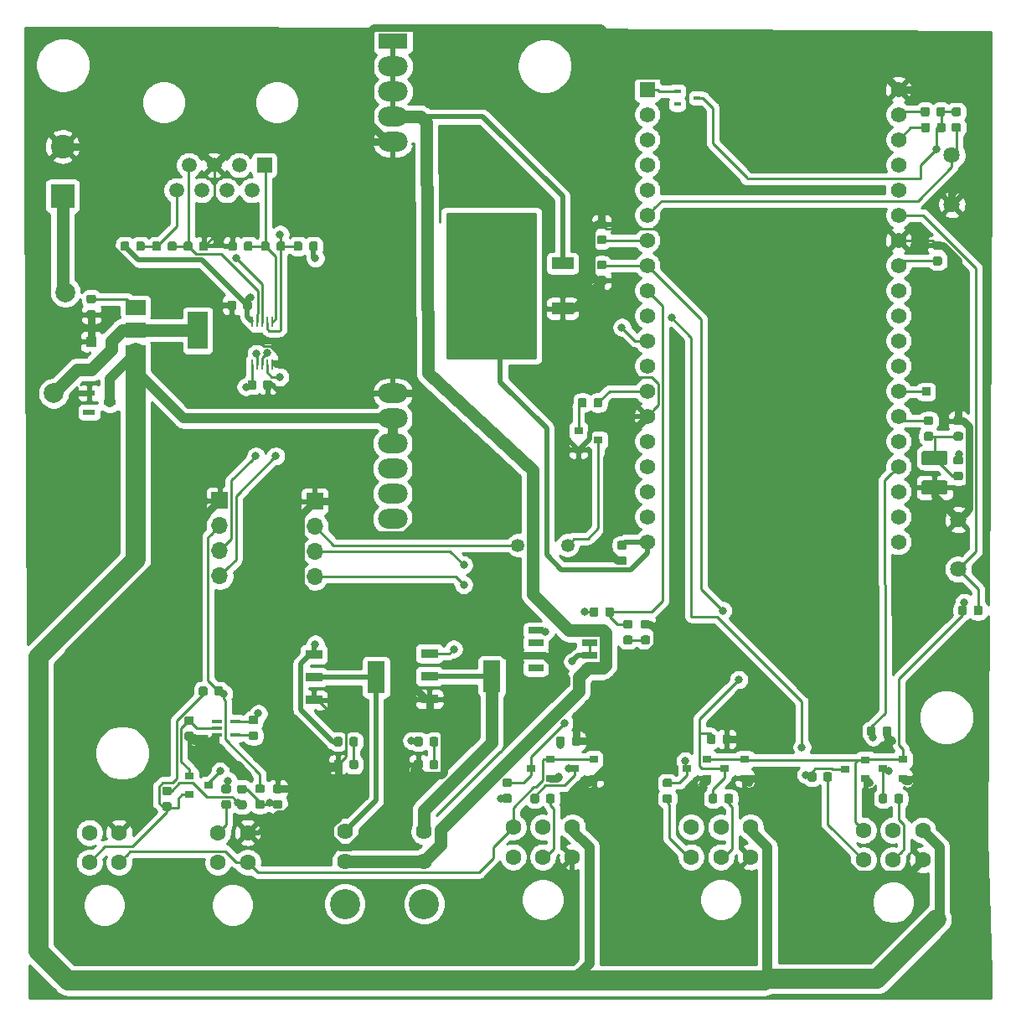
<source format=gbr>
G04 #@! TF.GenerationSoftware,KiCad,Pcbnew,(5.1.5)-3*
G04 #@! TF.CreationDate,2020-04-04T16:36:25+02:00*
G04 #@! TF.ProjectId,Control_board,436f6e74-726f-46c5-9f62-6f6172642e6b,rev?*
G04 #@! TF.SameCoordinates,Original*
G04 #@! TF.FileFunction,Copper,L1,Top*
G04 #@! TF.FilePolarity,Positive*
%FSLAX46Y46*%
G04 Gerber Fmt 4.6, Leading zero omitted, Abs format (unit mm)*
G04 Created by KiCad (PCBNEW (5.1.5)-3) date 2020-04-04 16:36:25*
%MOMM*%
%LPD*%
G04 APERTURE LIST*
%ADD10C,1.605000*%
%ADD11C,0.100000*%
%ADD12O,3.000000X2.000000*%
%ADD13R,3.000000X1.500000*%
%ADD14R,1.000000X0.450000*%
%ADD15C,1.350000*%
%ADD16R,1.560000X1.560000*%
%ADD17C,1.560000*%
%ADD18R,1.750000X0.950000*%
%ADD19R,1.750000X3.200000*%
%ADD20R,1.500000X1.500000*%
%ADD21C,1.500000*%
%ADD22R,0.250000X1.100000*%
%ADD23R,1.700000X1.700000*%
%ADD24O,1.700000X1.700000*%
%ADD25C,1.620000*%
%ADD26C,3.050000*%
%ADD27R,0.850000X0.850000*%
%ADD28R,0.900000X0.800000*%
%ADD29R,1.525000X0.650000*%
%ADD30R,1.100000X1.100000*%
%ADD31R,2.000000X3.800000*%
%ADD32R,2.000000X1.500000*%
%ADD33C,1.635000*%
%ADD34R,2.200000X1.200000*%
%ADD35R,6.400000X5.800000*%
%ADD36R,1.250000X0.600000*%
%ADD37C,2.010000*%
%ADD38R,2.400000X2.400000*%
%ADD39C,2.400000*%
%ADD40R,0.700000X0.450000*%
%ADD41C,0.800000*%
%ADD42C,0.250000*%
%ADD43C,0.800000*%
%ADD44C,0.500000*%
%ADD45C,1.300000*%
%ADD46C,1.000000*%
%ADD47C,2.000000*%
%ADD48C,0.254000*%
G04 APERTURE END LIST*
D10*
X170400000Y-167800000D03*
X167400000Y-167800000D03*
X164400000Y-167800000D03*
X170400000Y-164800000D03*
X167400000Y-164800000D03*
X164400000Y-164800000D03*
G04 #@! TA.AperFunction,SMDPad,CuDef*
D11*
G36*
X151027691Y-161126053D02*
G01*
X151048926Y-161129203D01*
X151069750Y-161134419D01*
X151089962Y-161141651D01*
X151109368Y-161150830D01*
X151127781Y-161161866D01*
X151145024Y-161174654D01*
X151160930Y-161189070D01*
X151175346Y-161204976D01*
X151188134Y-161222219D01*
X151199170Y-161240632D01*
X151208349Y-161260038D01*
X151215581Y-161280250D01*
X151220797Y-161301074D01*
X151223947Y-161322309D01*
X151225000Y-161343750D01*
X151225000Y-161856250D01*
X151223947Y-161877691D01*
X151220797Y-161898926D01*
X151215581Y-161919750D01*
X151208349Y-161939962D01*
X151199170Y-161959368D01*
X151188134Y-161977781D01*
X151175346Y-161995024D01*
X151160930Y-162010930D01*
X151145024Y-162025346D01*
X151127781Y-162038134D01*
X151109368Y-162049170D01*
X151089962Y-162058349D01*
X151069750Y-162065581D01*
X151048926Y-162070797D01*
X151027691Y-162073947D01*
X151006250Y-162075000D01*
X150568750Y-162075000D01*
X150547309Y-162073947D01*
X150526074Y-162070797D01*
X150505250Y-162065581D01*
X150485038Y-162058349D01*
X150465632Y-162049170D01*
X150447219Y-162038134D01*
X150429976Y-162025346D01*
X150414070Y-162010930D01*
X150399654Y-161995024D01*
X150386866Y-161977781D01*
X150375830Y-161959368D01*
X150366651Y-161939962D01*
X150359419Y-161919750D01*
X150354203Y-161898926D01*
X150351053Y-161877691D01*
X150350000Y-161856250D01*
X150350000Y-161343750D01*
X150351053Y-161322309D01*
X150354203Y-161301074D01*
X150359419Y-161280250D01*
X150366651Y-161260038D01*
X150375830Y-161240632D01*
X150386866Y-161222219D01*
X150399654Y-161204976D01*
X150414070Y-161189070D01*
X150429976Y-161174654D01*
X150447219Y-161161866D01*
X150465632Y-161150830D01*
X150485038Y-161141651D01*
X150505250Y-161134419D01*
X150526074Y-161129203D01*
X150547309Y-161126053D01*
X150568750Y-161125000D01*
X151006250Y-161125000D01*
X151027691Y-161126053D01*
G37*
G04 #@! TD.AperFunction*
G04 #@! TA.AperFunction,SMDPad,CuDef*
G36*
X149452691Y-161126053D02*
G01*
X149473926Y-161129203D01*
X149494750Y-161134419D01*
X149514962Y-161141651D01*
X149534368Y-161150830D01*
X149552781Y-161161866D01*
X149570024Y-161174654D01*
X149585930Y-161189070D01*
X149600346Y-161204976D01*
X149613134Y-161222219D01*
X149624170Y-161240632D01*
X149633349Y-161260038D01*
X149640581Y-161280250D01*
X149645797Y-161301074D01*
X149648947Y-161322309D01*
X149650000Y-161343750D01*
X149650000Y-161856250D01*
X149648947Y-161877691D01*
X149645797Y-161898926D01*
X149640581Y-161919750D01*
X149633349Y-161939962D01*
X149624170Y-161959368D01*
X149613134Y-161977781D01*
X149600346Y-161995024D01*
X149585930Y-162010930D01*
X149570024Y-162025346D01*
X149552781Y-162038134D01*
X149534368Y-162049170D01*
X149514962Y-162058349D01*
X149494750Y-162065581D01*
X149473926Y-162070797D01*
X149452691Y-162073947D01*
X149431250Y-162075000D01*
X148993750Y-162075000D01*
X148972309Y-162073947D01*
X148951074Y-162070797D01*
X148930250Y-162065581D01*
X148910038Y-162058349D01*
X148890632Y-162049170D01*
X148872219Y-162038134D01*
X148854976Y-162025346D01*
X148839070Y-162010930D01*
X148824654Y-161995024D01*
X148811866Y-161977781D01*
X148800830Y-161959368D01*
X148791651Y-161939962D01*
X148784419Y-161919750D01*
X148779203Y-161898926D01*
X148776053Y-161877691D01*
X148775000Y-161856250D01*
X148775000Y-161343750D01*
X148776053Y-161322309D01*
X148779203Y-161301074D01*
X148784419Y-161280250D01*
X148791651Y-161260038D01*
X148800830Y-161240632D01*
X148811866Y-161222219D01*
X148824654Y-161204976D01*
X148839070Y-161189070D01*
X148854976Y-161174654D01*
X148872219Y-161161866D01*
X148890632Y-161150830D01*
X148910038Y-161141651D01*
X148930250Y-161134419D01*
X148951074Y-161129203D01*
X148972309Y-161126053D01*
X148993750Y-161125000D01*
X149431250Y-161125000D01*
X149452691Y-161126053D01*
G37*
G04 #@! TD.AperFunction*
G04 #@! TA.AperFunction,SMDPad,CuDef*
G36*
X138227691Y-107238553D02*
G01*
X138248926Y-107241703D01*
X138269750Y-107246919D01*
X138289962Y-107254151D01*
X138309368Y-107263330D01*
X138327781Y-107274366D01*
X138345024Y-107287154D01*
X138360930Y-107301570D01*
X138375346Y-107317476D01*
X138388134Y-107334719D01*
X138399170Y-107353132D01*
X138408349Y-107372538D01*
X138415581Y-107392750D01*
X138420797Y-107413574D01*
X138423947Y-107434809D01*
X138425000Y-107456250D01*
X138425000Y-107893750D01*
X138423947Y-107915191D01*
X138420797Y-107936426D01*
X138415581Y-107957250D01*
X138408349Y-107977462D01*
X138399170Y-107996868D01*
X138388134Y-108015281D01*
X138375346Y-108032524D01*
X138360930Y-108048430D01*
X138345024Y-108062846D01*
X138327781Y-108075634D01*
X138309368Y-108086670D01*
X138289962Y-108095849D01*
X138269750Y-108103081D01*
X138248926Y-108108297D01*
X138227691Y-108111447D01*
X138206250Y-108112500D01*
X137693750Y-108112500D01*
X137672309Y-108111447D01*
X137651074Y-108108297D01*
X137630250Y-108103081D01*
X137610038Y-108095849D01*
X137590632Y-108086670D01*
X137572219Y-108075634D01*
X137554976Y-108062846D01*
X137539070Y-108048430D01*
X137524654Y-108032524D01*
X137511866Y-108015281D01*
X137500830Y-107996868D01*
X137491651Y-107977462D01*
X137484419Y-107957250D01*
X137479203Y-107936426D01*
X137476053Y-107915191D01*
X137475000Y-107893750D01*
X137475000Y-107456250D01*
X137476053Y-107434809D01*
X137479203Y-107413574D01*
X137484419Y-107392750D01*
X137491651Y-107372538D01*
X137500830Y-107353132D01*
X137511866Y-107334719D01*
X137524654Y-107317476D01*
X137539070Y-107301570D01*
X137554976Y-107287154D01*
X137572219Y-107274366D01*
X137590632Y-107263330D01*
X137610038Y-107254151D01*
X137630250Y-107246919D01*
X137651074Y-107241703D01*
X137672309Y-107238553D01*
X137693750Y-107237500D01*
X138206250Y-107237500D01*
X138227691Y-107238553D01*
G37*
G04 #@! TD.AperFunction*
G04 #@! TA.AperFunction,SMDPad,CuDef*
G36*
X138227691Y-108813553D02*
G01*
X138248926Y-108816703D01*
X138269750Y-108821919D01*
X138289962Y-108829151D01*
X138309368Y-108838330D01*
X138327781Y-108849366D01*
X138345024Y-108862154D01*
X138360930Y-108876570D01*
X138375346Y-108892476D01*
X138388134Y-108909719D01*
X138399170Y-108928132D01*
X138408349Y-108947538D01*
X138415581Y-108967750D01*
X138420797Y-108988574D01*
X138423947Y-109009809D01*
X138425000Y-109031250D01*
X138425000Y-109468750D01*
X138423947Y-109490191D01*
X138420797Y-109511426D01*
X138415581Y-109532250D01*
X138408349Y-109552462D01*
X138399170Y-109571868D01*
X138388134Y-109590281D01*
X138375346Y-109607524D01*
X138360930Y-109623430D01*
X138345024Y-109637846D01*
X138327781Y-109650634D01*
X138309368Y-109661670D01*
X138289962Y-109670849D01*
X138269750Y-109678081D01*
X138248926Y-109683297D01*
X138227691Y-109686447D01*
X138206250Y-109687500D01*
X137693750Y-109687500D01*
X137672309Y-109686447D01*
X137651074Y-109683297D01*
X137630250Y-109678081D01*
X137610038Y-109670849D01*
X137590632Y-109661670D01*
X137572219Y-109650634D01*
X137554976Y-109637846D01*
X137539070Y-109623430D01*
X137524654Y-109607524D01*
X137511866Y-109590281D01*
X137500830Y-109571868D01*
X137491651Y-109552462D01*
X137484419Y-109532250D01*
X137479203Y-109511426D01*
X137476053Y-109490191D01*
X137475000Y-109468750D01*
X137475000Y-109031250D01*
X137476053Y-109009809D01*
X137479203Y-108988574D01*
X137484419Y-108967750D01*
X137491651Y-108947538D01*
X137500830Y-108928132D01*
X137511866Y-108909719D01*
X137524654Y-108892476D01*
X137539070Y-108876570D01*
X137554976Y-108862154D01*
X137572219Y-108849366D01*
X137590632Y-108838330D01*
X137610038Y-108829151D01*
X137630250Y-108821919D01*
X137651074Y-108816703D01*
X137672309Y-108813553D01*
X137693750Y-108812500D01*
X138206250Y-108812500D01*
X138227691Y-108813553D01*
G37*
G04 #@! TD.AperFunction*
G04 #@! TA.AperFunction,SMDPad,CuDef*
G36*
X101877691Y-160218553D02*
G01*
X101898926Y-160221703D01*
X101919750Y-160226919D01*
X101939962Y-160234151D01*
X101959368Y-160243330D01*
X101977781Y-160254366D01*
X101995024Y-160267154D01*
X102010930Y-160281570D01*
X102025346Y-160297476D01*
X102038134Y-160314719D01*
X102049170Y-160333132D01*
X102058349Y-160352538D01*
X102065581Y-160372750D01*
X102070797Y-160393574D01*
X102073947Y-160414809D01*
X102075000Y-160436250D01*
X102075000Y-160873750D01*
X102073947Y-160895191D01*
X102070797Y-160916426D01*
X102065581Y-160937250D01*
X102058349Y-160957462D01*
X102049170Y-160976868D01*
X102038134Y-160995281D01*
X102025346Y-161012524D01*
X102010930Y-161028430D01*
X101995024Y-161042846D01*
X101977781Y-161055634D01*
X101959368Y-161066670D01*
X101939962Y-161075849D01*
X101919750Y-161083081D01*
X101898926Y-161088297D01*
X101877691Y-161091447D01*
X101856250Y-161092500D01*
X101343750Y-161092500D01*
X101322309Y-161091447D01*
X101301074Y-161088297D01*
X101280250Y-161083081D01*
X101260038Y-161075849D01*
X101240632Y-161066670D01*
X101222219Y-161055634D01*
X101204976Y-161042846D01*
X101189070Y-161028430D01*
X101174654Y-161012524D01*
X101161866Y-160995281D01*
X101150830Y-160976868D01*
X101141651Y-160957462D01*
X101134419Y-160937250D01*
X101129203Y-160916426D01*
X101126053Y-160895191D01*
X101125000Y-160873750D01*
X101125000Y-160436250D01*
X101126053Y-160414809D01*
X101129203Y-160393574D01*
X101134419Y-160372750D01*
X101141651Y-160352538D01*
X101150830Y-160333132D01*
X101161866Y-160314719D01*
X101174654Y-160297476D01*
X101189070Y-160281570D01*
X101204976Y-160267154D01*
X101222219Y-160254366D01*
X101240632Y-160243330D01*
X101260038Y-160234151D01*
X101280250Y-160226919D01*
X101301074Y-160221703D01*
X101322309Y-160218553D01*
X101343750Y-160217500D01*
X101856250Y-160217500D01*
X101877691Y-160218553D01*
G37*
G04 #@! TD.AperFunction*
G04 #@! TA.AperFunction,SMDPad,CuDef*
G36*
X101877691Y-161793553D02*
G01*
X101898926Y-161796703D01*
X101919750Y-161801919D01*
X101939962Y-161809151D01*
X101959368Y-161818330D01*
X101977781Y-161829366D01*
X101995024Y-161842154D01*
X102010930Y-161856570D01*
X102025346Y-161872476D01*
X102038134Y-161889719D01*
X102049170Y-161908132D01*
X102058349Y-161927538D01*
X102065581Y-161947750D01*
X102070797Y-161968574D01*
X102073947Y-161989809D01*
X102075000Y-162011250D01*
X102075000Y-162448750D01*
X102073947Y-162470191D01*
X102070797Y-162491426D01*
X102065581Y-162512250D01*
X102058349Y-162532462D01*
X102049170Y-162551868D01*
X102038134Y-162570281D01*
X102025346Y-162587524D01*
X102010930Y-162603430D01*
X101995024Y-162617846D01*
X101977781Y-162630634D01*
X101959368Y-162641670D01*
X101939962Y-162650849D01*
X101919750Y-162658081D01*
X101898926Y-162663297D01*
X101877691Y-162666447D01*
X101856250Y-162667500D01*
X101343750Y-162667500D01*
X101322309Y-162666447D01*
X101301074Y-162663297D01*
X101280250Y-162658081D01*
X101260038Y-162650849D01*
X101240632Y-162641670D01*
X101222219Y-162630634D01*
X101204976Y-162617846D01*
X101189070Y-162603430D01*
X101174654Y-162587524D01*
X101161866Y-162570281D01*
X101150830Y-162551868D01*
X101141651Y-162532462D01*
X101134419Y-162512250D01*
X101129203Y-162491426D01*
X101126053Y-162470191D01*
X101125000Y-162448750D01*
X101125000Y-162011250D01*
X101126053Y-161989809D01*
X101129203Y-161968574D01*
X101134419Y-161947750D01*
X101141651Y-161927538D01*
X101150830Y-161908132D01*
X101161866Y-161889719D01*
X101174654Y-161872476D01*
X101189070Y-161856570D01*
X101204976Y-161842154D01*
X101222219Y-161829366D01*
X101240632Y-161818330D01*
X101260038Y-161809151D01*
X101280250Y-161801919D01*
X101301074Y-161796703D01*
X101322309Y-161793553D01*
X101343750Y-161792500D01*
X101856250Y-161792500D01*
X101877691Y-161793553D01*
G37*
G04 #@! TD.AperFunction*
D12*
X116840000Y-133350000D03*
X116840000Y-130810000D03*
X116840000Y-128270000D03*
X116840000Y-125730000D03*
X116840000Y-123190000D03*
X116840000Y-120650000D03*
X116840000Y-95250000D03*
X116840000Y-92710000D03*
X116840000Y-90170000D03*
X116840000Y-87630000D03*
D13*
X116840000Y-85090000D03*
G04 #@! TA.AperFunction,SMDPad,CuDef*
D11*
G36*
X97915191Y-150276053D02*
G01*
X97936426Y-150279203D01*
X97957250Y-150284419D01*
X97977462Y-150291651D01*
X97996868Y-150300830D01*
X98015281Y-150311866D01*
X98032524Y-150324654D01*
X98048430Y-150339070D01*
X98062846Y-150354976D01*
X98075634Y-150372219D01*
X98086670Y-150390632D01*
X98095849Y-150410038D01*
X98103081Y-150430250D01*
X98108297Y-150451074D01*
X98111447Y-150472309D01*
X98112500Y-150493750D01*
X98112500Y-151006250D01*
X98111447Y-151027691D01*
X98108297Y-151048926D01*
X98103081Y-151069750D01*
X98095849Y-151089962D01*
X98086670Y-151109368D01*
X98075634Y-151127781D01*
X98062846Y-151145024D01*
X98048430Y-151160930D01*
X98032524Y-151175346D01*
X98015281Y-151188134D01*
X97996868Y-151199170D01*
X97977462Y-151208349D01*
X97957250Y-151215581D01*
X97936426Y-151220797D01*
X97915191Y-151223947D01*
X97893750Y-151225000D01*
X97456250Y-151225000D01*
X97434809Y-151223947D01*
X97413574Y-151220797D01*
X97392750Y-151215581D01*
X97372538Y-151208349D01*
X97353132Y-151199170D01*
X97334719Y-151188134D01*
X97317476Y-151175346D01*
X97301570Y-151160930D01*
X97287154Y-151145024D01*
X97274366Y-151127781D01*
X97263330Y-151109368D01*
X97254151Y-151089962D01*
X97246919Y-151069750D01*
X97241703Y-151048926D01*
X97238553Y-151027691D01*
X97237500Y-151006250D01*
X97237500Y-150493750D01*
X97238553Y-150472309D01*
X97241703Y-150451074D01*
X97246919Y-150430250D01*
X97254151Y-150410038D01*
X97263330Y-150390632D01*
X97274366Y-150372219D01*
X97287154Y-150354976D01*
X97301570Y-150339070D01*
X97317476Y-150324654D01*
X97334719Y-150311866D01*
X97353132Y-150300830D01*
X97372538Y-150291651D01*
X97392750Y-150284419D01*
X97413574Y-150279203D01*
X97434809Y-150276053D01*
X97456250Y-150275000D01*
X97893750Y-150275000D01*
X97915191Y-150276053D01*
G37*
G04 #@! TD.AperFunction*
G04 #@! TA.AperFunction,SMDPad,CuDef*
G36*
X99490191Y-150276053D02*
G01*
X99511426Y-150279203D01*
X99532250Y-150284419D01*
X99552462Y-150291651D01*
X99571868Y-150300830D01*
X99590281Y-150311866D01*
X99607524Y-150324654D01*
X99623430Y-150339070D01*
X99637846Y-150354976D01*
X99650634Y-150372219D01*
X99661670Y-150390632D01*
X99670849Y-150410038D01*
X99678081Y-150430250D01*
X99683297Y-150451074D01*
X99686447Y-150472309D01*
X99687500Y-150493750D01*
X99687500Y-151006250D01*
X99686447Y-151027691D01*
X99683297Y-151048926D01*
X99678081Y-151069750D01*
X99670849Y-151089962D01*
X99661670Y-151109368D01*
X99650634Y-151127781D01*
X99637846Y-151145024D01*
X99623430Y-151160930D01*
X99607524Y-151175346D01*
X99590281Y-151188134D01*
X99571868Y-151199170D01*
X99552462Y-151208349D01*
X99532250Y-151215581D01*
X99511426Y-151220797D01*
X99490191Y-151223947D01*
X99468750Y-151225000D01*
X99031250Y-151225000D01*
X99009809Y-151223947D01*
X98988574Y-151220797D01*
X98967750Y-151215581D01*
X98947538Y-151208349D01*
X98928132Y-151199170D01*
X98909719Y-151188134D01*
X98892476Y-151175346D01*
X98876570Y-151160930D01*
X98862154Y-151145024D01*
X98849366Y-151127781D01*
X98838330Y-151109368D01*
X98829151Y-151089962D01*
X98821919Y-151069750D01*
X98816703Y-151048926D01*
X98813553Y-151027691D01*
X98812500Y-151006250D01*
X98812500Y-150493750D01*
X98813553Y-150472309D01*
X98816703Y-150451074D01*
X98821919Y-150430250D01*
X98829151Y-150410038D01*
X98838330Y-150390632D01*
X98849366Y-150372219D01*
X98862154Y-150354976D01*
X98876570Y-150339070D01*
X98892476Y-150324654D01*
X98909719Y-150311866D01*
X98928132Y-150300830D01*
X98947538Y-150291651D01*
X98967750Y-150284419D01*
X98988574Y-150279203D01*
X99009809Y-150276053D01*
X99031250Y-150275000D01*
X99468750Y-150275000D01*
X99490191Y-150276053D01*
G37*
G04 #@! TD.AperFunction*
D14*
X99050000Y-153850000D03*
X99050000Y-154500000D03*
X99050000Y-155150000D03*
X100950000Y-155150000D03*
X100950000Y-153850000D03*
G04 #@! TA.AperFunction,SMDPad,CuDef*
D11*
G36*
X137415191Y-142276053D02*
G01*
X137436426Y-142279203D01*
X137457250Y-142284419D01*
X137477462Y-142291651D01*
X137496868Y-142300830D01*
X137515281Y-142311866D01*
X137532524Y-142324654D01*
X137548430Y-142339070D01*
X137562846Y-142354976D01*
X137575634Y-142372219D01*
X137586670Y-142390632D01*
X137595849Y-142410038D01*
X137603081Y-142430250D01*
X137608297Y-142451074D01*
X137611447Y-142472309D01*
X137612500Y-142493750D01*
X137612500Y-143006250D01*
X137611447Y-143027691D01*
X137608297Y-143048926D01*
X137603081Y-143069750D01*
X137595849Y-143089962D01*
X137586670Y-143109368D01*
X137575634Y-143127781D01*
X137562846Y-143145024D01*
X137548430Y-143160930D01*
X137532524Y-143175346D01*
X137515281Y-143188134D01*
X137496868Y-143199170D01*
X137477462Y-143208349D01*
X137457250Y-143215581D01*
X137436426Y-143220797D01*
X137415191Y-143223947D01*
X137393750Y-143225000D01*
X136956250Y-143225000D01*
X136934809Y-143223947D01*
X136913574Y-143220797D01*
X136892750Y-143215581D01*
X136872538Y-143208349D01*
X136853132Y-143199170D01*
X136834719Y-143188134D01*
X136817476Y-143175346D01*
X136801570Y-143160930D01*
X136787154Y-143145024D01*
X136774366Y-143127781D01*
X136763330Y-143109368D01*
X136754151Y-143089962D01*
X136746919Y-143069750D01*
X136741703Y-143048926D01*
X136738553Y-143027691D01*
X136737500Y-143006250D01*
X136737500Y-142493750D01*
X136738553Y-142472309D01*
X136741703Y-142451074D01*
X136746919Y-142430250D01*
X136754151Y-142410038D01*
X136763330Y-142390632D01*
X136774366Y-142372219D01*
X136787154Y-142354976D01*
X136801570Y-142339070D01*
X136817476Y-142324654D01*
X136834719Y-142311866D01*
X136853132Y-142300830D01*
X136872538Y-142291651D01*
X136892750Y-142284419D01*
X136913574Y-142279203D01*
X136934809Y-142276053D01*
X136956250Y-142275000D01*
X137393750Y-142275000D01*
X137415191Y-142276053D01*
G37*
G04 #@! TD.AperFunction*
G04 #@! TA.AperFunction,SMDPad,CuDef*
G36*
X138990191Y-142276053D02*
G01*
X139011426Y-142279203D01*
X139032250Y-142284419D01*
X139052462Y-142291651D01*
X139071868Y-142300830D01*
X139090281Y-142311866D01*
X139107524Y-142324654D01*
X139123430Y-142339070D01*
X139137846Y-142354976D01*
X139150634Y-142372219D01*
X139161670Y-142390632D01*
X139170849Y-142410038D01*
X139178081Y-142430250D01*
X139183297Y-142451074D01*
X139186447Y-142472309D01*
X139187500Y-142493750D01*
X139187500Y-143006250D01*
X139186447Y-143027691D01*
X139183297Y-143048926D01*
X139178081Y-143069750D01*
X139170849Y-143089962D01*
X139161670Y-143109368D01*
X139150634Y-143127781D01*
X139137846Y-143145024D01*
X139123430Y-143160930D01*
X139107524Y-143175346D01*
X139090281Y-143188134D01*
X139071868Y-143199170D01*
X139052462Y-143208349D01*
X139032250Y-143215581D01*
X139011426Y-143220797D01*
X138990191Y-143223947D01*
X138968750Y-143225000D01*
X138531250Y-143225000D01*
X138509809Y-143223947D01*
X138488574Y-143220797D01*
X138467750Y-143215581D01*
X138447538Y-143208349D01*
X138428132Y-143199170D01*
X138409719Y-143188134D01*
X138392476Y-143175346D01*
X138376570Y-143160930D01*
X138362154Y-143145024D01*
X138349366Y-143127781D01*
X138338330Y-143109368D01*
X138329151Y-143089962D01*
X138321919Y-143069750D01*
X138316703Y-143048926D01*
X138313553Y-143027691D01*
X138312500Y-143006250D01*
X138312500Y-142493750D01*
X138313553Y-142472309D01*
X138316703Y-142451074D01*
X138321919Y-142430250D01*
X138329151Y-142410038D01*
X138338330Y-142390632D01*
X138349366Y-142372219D01*
X138362154Y-142354976D01*
X138376570Y-142339070D01*
X138392476Y-142324654D01*
X138409719Y-142311866D01*
X138428132Y-142300830D01*
X138447538Y-142291651D01*
X138467750Y-142284419D01*
X138488574Y-142279203D01*
X138509809Y-142276053D01*
X138531250Y-142275000D01*
X138968750Y-142275000D01*
X138990191Y-142276053D01*
G37*
G04 #@! TD.AperFunction*
D15*
X129500000Y-136000000D03*
X134500000Y-136000000D03*
D16*
X142550000Y-89940000D03*
D17*
X142550000Y-92480000D03*
X142550000Y-135660000D03*
X142550000Y-95020000D03*
X142550000Y-97560000D03*
X142550000Y-100100000D03*
X142550000Y-102640000D03*
X142550000Y-105180000D03*
X142550000Y-107720000D03*
X142550000Y-110260000D03*
X142550000Y-112800000D03*
X142550000Y-115340000D03*
X142550000Y-117880000D03*
X142550000Y-120420000D03*
X142550000Y-122960000D03*
X142550000Y-125500000D03*
X142550000Y-128040000D03*
X142550000Y-130580000D03*
X142550000Y-133120000D03*
X167950000Y-89940000D03*
X167950000Y-92480000D03*
X167950000Y-95020000D03*
X167950000Y-97560000D03*
X167950000Y-100100000D03*
X167950000Y-102640000D03*
X167950000Y-105180000D03*
X167950000Y-107720000D03*
X167950000Y-110260000D03*
X167950000Y-112800000D03*
X167950000Y-115340000D03*
X167950000Y-117880000D03*
X167950000Y-120420000D03*
X167950000Y-122960000D03*
X167950000Y-125500000D03*
X167950000Y-128040000D03*
X167950000Y-130580000D03*
X167950000Y-133120000D03*
X167950000Y-135660000D03*
G04 #@! TA.AperFunction,SMDPad,CuDef*
D11*
G36*
X170940191Y-93326053D02*
G01*
X170961426Y-93329203D01*
X170982250Y-93334419D01*
X171002462Y-93341651D01*
X171021868Y-93350830D01*
X171040281Y-93361866D01*
X171057524Y-93374654D01*
X171073430Y-93389070D01*
X171087846Y-93404976D01*
X171100634Y-93422219D01*
X171111670Y-93440632D01*
X171120849Y-93460038D01*
X171128081Y-93480250D01*
X171133297Y-93501074D01*
X171136447Y-93522309D01*
X171137500Y-93543750D01*
X171137500Y-94056250D01*
X171136447Y-94077691D01*
X171133297Y-94098926D01*
X171128081Y-94119750D01*
X171120849Y-94139962D01*
X171111670Y-94159368D01*
X171100634Y-94177781D01*
X171087846Y-94195024D01*
X171073430Y-94210930D01*
X171057524Y-94225346D01*
X171040281Y-94238134D01*
X171021868Y-94249170D01*
X171002462Y-94258349D01*
X170982250Y-94265581D01*
X170961426Y-94270797D01*
X170940191Y-94273947D01*
X170918750Y-94275000D01*
X170481250Y-94275000D01*
X170459809Y-94273947D01*
X170438574Y-94270797D01*
X170417750Y-94265581D01*
X170397538Y-94258349D01*
X170378132Y-94249170D01*
X170359719Y-94238134D01*
X170342476Y-94225346D01*
X170326570Y-94210930D01*
X170312154Y-94195024D01*
X170299366Y-94177781D01*
X170288330Y-94159368D01*
X170279151Y-94139962D01*
X170271919Y-94119750D01*
X170266703Y-94098926D01*
X170263553Y-94077691D01*
X170262500Y-94056250D01*
X170262500Y-93543750D01*
X170263553Y-93522309D01*
X170266703Y-93501074D01*
X170271919Y-93480250D01*
X170279151Y-93460038D01*
X170288330Y-93440632D01*
X170299366Y-93422219D01*
X170312154Y-93404976D01*
X170326570Y-93389070D01*
X170342476Y-93374654D01*
X170359719Y-93361866D01*
X170378132Y-93350830D01*
X170397538Y-93341651D01*
X170417750Y-93334419D01*
X170438574Y-93329203D01*
X170459809Y-93326053D01*
X170481250Y-93325000D01*
X170918750Y-93325000D01*
X170940191Y-93326053D01*
G37*
G04 #@! TD.AperFunction*
G04 #@! TA.AperFunction,SMDPad,CuDef*
G36*
X172515191Y-93326053D02*
G01*
X172536426Y-93329203D01*
X172557250Y-93334419D01*
X172577462Y-93341651D01*
X172596868Y-93350830D01*
X172615281Y-93361866D01*
X172632524Y-93374654D01*
X172648430Y-93389070D01*
X172662846Y-93404976D01*
X172675634Y-93422219D01*
X172686670Y-93440632D01*
X172695849Y-93460038D01*
X172703081Y-93480250D01*
X172708297Y-93501074D01*
X172711447Y-93522309D01*
X172712500Y-93543750D01*
X172712500Y-94056250D01*
X172711447Y-94077691D01*
X172708297Y-94098926D01*
X172703081Y-94119750D01*
X172695849Y-94139962D01*
X172686670Y-94159368D01*
X172675634Y-94177781D01*
X172662846Y-94195024D01*
X172648430Y-94210930D01*
X172632524Y-94225346D01*
X172615281Y-94238134D01*
X172596868Y-94249170D01*
X172577462Y-94258349D01*
X172557250Y-94265581D01*
X172536426Y-94270797D01*
X172515191Y-94273947D01*
X172493750Y-94275000D01*
X172056250Y-94275000D01*
X172034809Y-94273947D01*
X172013574Y-94270797D01*
X171992750Y-94265581D01*
X171972538Y-94258349D01*
X171953132Y-94249170D01*
X171934719Y-94238134D01*
X171917476Y-94225346D01*
X171901570Y-94210930D01*
X171887154Y-94195024D01*
X171874366Y-94177781D01*
X171863330Y-94159368D01*
X171854151Y-94139962D01*
X171846919Y-94119750D01*
X171841703Y-94098926D01*
X171838553Y-94077691D01*
X171837500Y-94056250D01*
X171837500Y-93543750D01*
X171838553Y-93522309D01*
X171841703Y-93501074D01*
X171846919Y-93480250D01*
X171854151Y-93460038D01*
X171863330Y-93440632D01*
X171874366Y-93422219D01*
X171887154Y-93404976D01*
X171901570Y-93389070D01*
X171917476Y-93374654D01*
X171934719Y-93361866D01*
X171953132Y-93350830D01*
X171972538Y-93341651D01*
X171992750Y-93334419D01*
X172013574Y-93329203D01*
X172034809Y-93326053D01*
X172056250Y-93325000D01*
X172493750Y-93325000D01*
X172515191Y-93326053D01*
G37*
G04 #@! TD.AperFunction*
G04 #@! TA.AperFunction,SMDPad,CuDef*
G36*
X121240191Y-157676053D02*
G01*
X121261426Y-157679203D01*
X121282250Y-157684419D01*
X121302462Y-157691651D01*
X121321868Y-157700830D01*
X121340281Y-157711866D01*
X121357524Y-157724654D01*
X121373430Y-157739070D01*
X121387846Y-157754976D01*
X121400634Y-157772219D01*
X121411670Y-157790632D01*
X121420849Y-157810038D01*
X121428081Y-157830250D01*
X121433297Y-157851074D01*
X121436447Y-157872309D01*
X121437500Y-157893750D01*
X121437500Y-158406250D01*
X121436447Y-158427691D01*
X121433297Y-158448926D01*
X121428081Y-158469750D01*
X121420849Y-158489962D01*
X121411670Y-158509368D01*
X121400634Y-158527781D01*
X121387846Y-158545024D01*
X121373430Y-158560930D01*
X121357524Y-158575346D01*
X121340281Y-158588134D01*
X121321868Y-158599170D01*
X121302462Y-158608349D01*
X121282250Y-158615581D01*
X121261426Y-158620797D01*
X121240191Y-158623947D01*
X121218750Y-158625000D01*
X120781250Y-158625000D01*
X120759809Y-158623947D01*
X120738574Y-158620797D01*
X120717750Y-158615581D01*
X120697538Y-158608349D01*
X120678132Y-158599170D01*
X120659719Y-158588134D01*
X120642476Y-158575346D01*
X120626570Y-158560930D01*
X120612154Y-158545024D01*
X120599366Y-158527781D01*
X120588330Y-158509368D01*
X120579151Y-158489962D01*
X120571919Y-158469750D01*
X120566703Y-158448926D01*
X120563553Y-158427691D01*
X120562500Y-158406250D01*
X120562500Y-157893750D01*
X120563553Y-157872309D01*
X120566703Y-157851074D01*
X120571919Y-157830250D01*
X120579151Y-157810038D01*
X120588330Y-157790632D01*
X120599366Y-157772219D01*
X120612154Y-157754976D01*
X120626570Y-157739070D01*
X120642476Y-157724654D01*
X120659719Y-157711866D01*
X120678132Y-157700830D01*
X120697538Y-157691651D01*
X120717750Y-157684419D01*
X120738574Y-157679203D01*
X120759809Y-157676053D01*
X120781250Y-157675000D01*
X121218750Y-157675000D01*
X121240191Y-157676053D01*
G37*
G04 #@! TD.AperFunction*
G04 #@! TA.AperFunction,SMDPad,CuDef*
G36*
X119665191Y-157676053D02*
G01*
X119686426Y-157679203D01*
X119707250Y-157684419D01*
X119727462Y-157691651D01*
X119746868Y-157700830D01*
X119765281Y-157711866D01*
X119782524Y-157724654D01*
X119798430Y-157739070D01*
X119812846Y-157754976D01*
X119825634Y-157772219D01*
X119836670Y-157790632D01*
X119845849Y-157810038D01*
X119853081Y-157830250D01*
X119858297Y-157851074D01*
X119861447Y-157872309D01*
X119862500Y-157893750D01*
X119862500Y-158406250D01*
X119861447Y-158427691D01*
X119858297Y-158448926D01*
X119853081Y-158469750D01*
X119845849Y-158489962D01*
X119836670Y-158509368D01*
X119825634Y-158527781D01*
X119812846Y-158545024D01*
X119798430Y-158560930D01*
X119782524Y-158575346D01*
X119765281Y-158588134D01*
X119746868Y-158599170D01*
X119727462Y-158608349D01*
X119707250Y-158615581D01*
X119686426Y-158620797D01*
X119665191Y-158623947D01*
X119643750Y-158625000D01*
X119206250Y-158625000D01*
X119184809Y-158623947D01*
X119163574Y-158620797D01*
X119142750Y-158615581D01*
X119122538Y-158608349D01*
X119103132Y-158599170D01*
X119084719Y-158588134D01*
X119067476Y-158575346D01*
X119051570Y-158560930D01*
X119037154Y-158545024D01*
X119024366Y-158527781D01*
X119013330Y-158509368D01*
X119004151Y-158489962D01*
X118996919Y-158469750D01*
X118991703Y-158448926D01*
X118988553Y-158427691D01*
X118987500Y-158406250D01*
X118987500Y-157893750D01*
X118988553Y-157872309D01*
X118991703Y-157851074D01*
X118996919Y-157830250D01*
X119004151Y-157810038D01*
X119013330Y-157790632D01*
X119024366Y-157772219D01*
X119037154Y-157754976D01*
X119051570Y-157739070D01*
X119067476Y-157724654D01*
X119084719Y-157711866D01*
X119103132Y-157700830D01*
X119122538Y-157691651D01*
X119142750Y-157684419D01*
X119163574Y-157679203D01*
X119184809Y-157676053D01*
X119206250Y-157675000D01*
X119643750Y-157675000D01*
X119665191Y-157676053D01*
G37*
G04 #@! TD.AperFunction*
G04 #@! TA.AperFunction,SMDPad,CuDef*
G36*
X174277691Y-128563553D02*
G01*
X174298926Y-128566703D01*
X174319750Y-128571919D01*
X174339962Y-128579151D01*
X174359368Y-128588330D01*
X174377781Y-128599366D01*
X174395024Y-128612154D01*
X174410930Y-128626570D01*
X174425346Y-128642476D01*
X174438134Y-128659719D01*
X174449170Y-128678132D01*
X174458349Y-128697538D01*
X174465581Y-128717750D01*
X174470797Y-128738574D01*
X174473947Y-128759809D01*
X174475000Y-128781250D01*
X174475000Y-129218750D01*
X174473947Y-129240191D01*
X174470797Y-129261426D01*
X174465581Y-129282250D01*
X174458349Y-129302462D01*
X174449170Y-129321868D01*
X174438134Y-129340281D01*
X174425346Y-129357524D01*
X174410930Y-129373430D01*
X174395024Y-129387846D01*
X174377781Y-129400634D01*
X174359368Y-129411670D01*
X174339962Y-129420849D01*
X174319750Y-129428081D01*
X174298926Y-129433297D01*
X174277691Y-129436447D01*
X174256250Y-129437500D01*
X173743750Y-129437500D01*
X173722309Y-129436447D01*
X173701074Y-129433297D01*
X173680250Y-129428081D01*
X173660038Y-129420849D01*
X173640632Y-129411670D01*
X173622219Y-129400634D01*
X173604976Y-129387846D01*
X173589070Y-129373430D01*
X173574654Y-129357524D01*
X173561866Y-129340281D01*
X173550830Y-129321868D01*
X173541651Y-129302462D01*
X173534419Y-129282250D01*
X173529203Y-129261426D01*
X173526053Y-129240191D01*
X173525000Y-129218750D01*
X173525000Y-128781250D01*
X173526053Y-128759809D01*
X173529203Y-128738574D01*
X173534419Y-128717750D01*
X173541651Y-128697538D01*
X173550830Y-128678132D01*
X173561866Y-128659719D01*
X173574654Y-128642476D01*
X173589070Y-128626570D01*
X173604976Y-128612154D01*
X173622219Y-128599366D01*
X173640632Y-128588330D01*
X173660038Y-128579151D01*
X173680250Y-128571919D01*
X173701074Y-128566703D01*
X173722309Y-128563553D01*
X173743750Y-128562500D01*
X174256250Y-128562500D01*
X174277691Y-128563553D01*
G37*
G04 #@! TD.AperFunction*
G04 #@! TA.AperFunction,SMDPad,CuDef*
G36*
X174277691Y-126988553D02*
G01*
X174298926Y-126991703D01*
X174319750Y-126996919D01*
X174339962Y-127004151D01*
X174359368Y-127013330D01*
X174377781Y-127024366D01*
X174395024Y-127037154D01*
X174410930Y-127051570D01*
X174425346Y-127067476D01*
X174438134Y-127084719D01*
X174449170Y-127103132D01*
X174458349Y-127122538D01*
X174465581Y-127142750D01*
X174470797Y-127163574D01*
X174473947Y-127184809D01*
X174475000Y-127206250D01*
X174475000Y-127643750D01*
X174473947Y-127665191D01*
X174470797Y-127686426D01*
X174465581Y-127707250D01*
X174458349Y-127727462D01*
X174449170Y-127746868D01*
X174438134Y-127765281D01*
X174425346Y-127782524D01*
X174410930Y-127798430D01*
X174395024Y-127812846D01*
X174377781Y-127825634D01*
X174359368Y-127836670D01*
X174339962Y-127845849D01*
X174319750Y-127853081D01*
X174298926Y-127858297D01*
X174277691Y-127861447D01*
X174256250Y-127862500D01*
X173743750Y-127862500D01*
X173722309Y-127861447D01*
X173701074Y-127858297D01*
X173680250Y-127853081D01*
X173660038Y-127845849D01*
X173640632Y-127836670D01*
X173622219Y-127825634D01*
X173604976Y-127812846D01*
X173589070Y-127798430D01*
X173574654Y-127782524D01*
X173561866Y-127765281D01*
X173550830Y-127746868D01*
X173541651Y-127727462D01*
X173534419Y-127707250D01*
X173529203Y-127686426D01*
X173526053Y-127665191D01*
X173525000Y-127643750D01*
X173525000Y-127206250D01*
X173526053Y-127184809D01*
X173529203Y-127163574D01*
X173534419Y-127142750D01*
X173541651Y-127122538D01*
X173550830Y-127103132D01*
X173561866Y-127084719D01*
X173574654Y-127067476D01*
X173589070Y-127051570D01*
X173604976Y-127037154D01*
X173622219Y-127024366D01*
X173640632Y-127013330D01*
X173660038Y-127004151D01*
X173680250Y-126996919D01*
X173701074Y-126991703D01*
X173722309Y-126988553D01*
X173743750Y-126987500D01*
X174256250Y-126987500D01*
X174277691Y-126988553D01*
G37*
G04 #@! TD.AperFunction*
G04 #@! TA.AperFunction,SMDPad,CuDef*
G36*
X140277691Y-137138553D02*
G01*
X140298926Y-137141703D01*
X140319750Y-137146919D01*
X140339962Y-137154151D01*
X140359368Y-137163330D01*
X140377781Y-137174366D01*
X140395024Y-137187154D01*
X140410930Y-137201570D01*
X140425346Y-137217476D01*
X140438134Y-137234719D01*
X140449170Y-137253132D01*
X140458349Y-137272538D01*
X140465581Y-137292750D01*
X140470797Y-137313574D01*
X140473947Y-137334809D01*
X140475000Y-137356250D01*
X140475000Y-137793750D01*
X140473947Y-137815191D01*
X140470797Y-137836426D01*
X140465581Y-137857250D01*
X140458349Y-137877462D01*
X140449170Y-137896868D01*
X140438134Y-137915281D01*
X140425346Y-137932524D01*
X140410930Y-137948430D01*
X140395024Y-137962846D01*
X140377781Y-137975634D01*
X140359368Y-137986670D01*
X140339962Y-137995849D01*
X140319750Y-138003081D01*
X140298926Y-138008297D01*
X140277691Y-138011447D01*
X140256250Y-138012500D01*
X139743750Y-138012500D01*
X139722309Y-138011447D01*
X139701074Y-138008297D01*
X139680250Y-138003081D01*
X139660038Y-137995849D01*
X139640632Y-137986670D01*
X139622219Y-137975634D01*
X139604976Y-137962846D01*
X139589070Y-137948430D01*
X139574654Y-137932524D01*
X139561866Y-137915281D01*
X139550830Y-137896868D01*
X139541651Y-137877462D01*
X139534419Y-137857250D01*
X139529203Y-137836426D01*
X139526053Y-137815191D01*
X139525000Y-137793750D01*
X139525000Y-137356250D01*
X139526053Y-137334809D01*
X139529203Y-137313574D01*
X139534419Y-137292750D01*
X139541651Y-137272538D01*
X139550830Y-137253132D01*
X139561866Y-137234719D01*
X139574654Y-137217476D01*
X139589070Y-137201570D01*
X139604976Y-137187154D01*
X139622219Y-137174366D01*
X139640632Y-137163330D01*
X139660038Y-137154151D01*
X139680250Y-137146919D01*
X139701074Y-137141703D01*
X139722309Y-137138553D01*
X139743750Y-137137500D01*
X140256250Y-137137500D01*
X140277691Y-137138553D01*
G37*
G04 #@! TD.AperFunction*
G04 #@! TA.AperFunction,SMDPad,CuDef*
G36*
X140277691Y-135563553D02*
G01*
X140298926Y-135566703D01*
X140319750Y-135571919D01*
X140339962Y-135579151D01*
X140359368Y-135588330D01*
X140377781Y-135599366D01*
X140395024Y-135612154D01*
X140410930Y-135626570D01*
X140425346Y-135642476D01*
X140438134Y-135659719D01*
X140449170Y-135678132D01*
X140458349Y-135697538D01*
X140465581Y-135717750D01*
X140470797Y-135738574D01*
X140473947Y-135759809D01*
X140475000Y-135781250D01*
X140475000Y-136218750D01*
X140473947Y-136240191D01*
X140470797Y-136261426D01*
X140465581Y-136282250D01*
X140458349Y-136302462D01*
X140449170Y-136321868D01*
X140438134Y-136340281D01*
X140425346Y-136357524D01*
X140410930Y-136373430D01*
X140395024Y-136387846D01*
X140377781Y-136400634D01*
X140359368Y-136411670D01*
X140339962Y-136420849D01*
X140319750Y-136428081D01*
X140298926Y-136433297D01*
X140277691Y-136436447D01*
X140256250Y-136437500D01*
X139743750Y-136437500D01*
X139722309Y-136436447D01*
X139701074Y-136433297D01*
X139680250Y-136428081D01*
X139660038Y-136420849D01*
X139640632Y-136411670D01*
X139622219Y-136400634D01*
X139604976Y-136387846D01*
X139589070Y-136373430D01*
X139574654Y-136357524D01*
X139561866Y-136340281D01*
X139550830Y-136321868D01*
X139541651Y-136302462D01*
X139534419Y-136282250D01*
X139529203Y-136261426D01*
X139526053Y-136240191D01*
X139525000Y-136218750D01*
X139525000Y-135781250D01*
X139526053Y-135759809D01*
X139529203Y-135738574D01*
X139534419Y-135717750D01*
X139541651Y-135697538D01*
X139550830Y-135678132D01*
X139561866Y-135659719D01*
X139574654Y-135642476D01*
X139589070Y-135626570D01*
X139604976Y-135612154D01*
X139622219Y-135599366D01*
X139640632Y-135588330D01*
X139660038Y-135579151D01*
X139680250Y-135571919D01*
X139701074Y-135566703D01*
X139722309Y-135563553D01*
X139743750Y-135562500D01*
X140256250Y-135562500D01*
X140277691Y-135563553D01*
G37*
G04 #@! TD.AperFunction*
G04 #@! TA.AperFunction,SMDPad,CuDef*
G36*
X111565191Y-157676053D02*
G01*
X111586426Y-157679203D01*
X111607250Y-157684419D01*
X111627462Y-157691651D01*
X111646868Y-157700830D01*
X111665281Y-157711866D01*
X111682524Y-157724654D01*
X111698430Y-157739070D01*
X111712846Y-157754976D01*
X111725634Y-157772219D01*
X111736670Y-157790632D01*
X111745849Y-157810038D01*
X111753081Y-157830250D01*
X111758297Y-157851074D01*
X111761447Y-157872309D01*
X111762500Y-157893750D01*
X111762500Y-158406250D01*
X111761447Y-158427691D01*
X111758297Y-158448926D01*
X111753081Y-158469750D01*
X111745849Y-158489962D01*
X111736670Y-158509368D01*
X111725634Y-158527781D01*
X111712846Y-158545024D01*
X111698430Y-158560930D01*
X111682524Y-158575346D01*
X111665281Y-158588134D01*
X111646868Y-158599170D01*
X111627462Y-158608349D01*
X111607250Y-158615581D01*
X111586426Y-158620797D01*
X111565191Y-158623947D01*
X111543750Y-158625000D01*
X111106250Y-158625000D01*
X111084809Y-158623947D01*
X111063574Y-158620797D01*
X111042750Y-158615581D01*
X111022538Y-158608349D01*
X111003132Y-158599170D01*
X110984719Y-158588134D01*
X110967476Y-158575346D01*
X110951570Y-158560930D01*
X110937154Y-158545024D01*
X110924366Y-158527781D01*
X110913330Y-158509368D01*
X110904151Y-158489962D01*
X110896919Y-158469750D01*
X110891703Y-158448926D01*
X110888553Y-158427691D01*
X110887500Y-158406250D01*
X110887500Y-157893750D01*
X110888553Y-157872309D01*
X110891703Y-157851074D01*
X110896919Y-157830250D01*
X110904151Y-157810038D01*
X110913330Y-157790632D01*
X110924366Y-157772219D01*
X110937154Y-157754976D01*
X110951570Y-157739070D01*
X110967476Y-157724654D01*
X110984719Y-157711866D01*
X111003132Y-157700830D01*
X111022538Y-157691651D01*
X111042750Y-157684419D01*
X111063574Y-157679203D01*
X111084809Y-157676053D01*
X111106250Y-157675000D01*
X111543750Y-157675000D01*
X111565191Y-157676053D01*
G37*
G04 #@! TD.AperFunction*
G04 #@! TA.AperFunction,SMDPad,CuDef*
G36*
X113140191Y-157676053D02*
G01*
X113161426Y-157679203D01*
X113182250Y-157684419D01*
X113202462Y-157691651D01*
X113221868Y-157700830D01*
X113240281Y-157711866D01*
X113257524Y-157724654D01*
X113273430Y-157739070D01*
X113287846Y-157754976D01*
X113300634Y-157772219D01*
X113311670Y-157790632D01*
X113320849Y-157810038D01*
X113328081Y-157830250D01*
X113333297Y-157851074D01*
X113336447Y-157872309D01*
X113337500Y-157893750D01*
X113337500Y-158406250D01*
X113336447Y-158427691D01*
X113333297Y-158448926D01*
X113328081Y-158469750D01*
X113320849Y-158489962D01*
X113311670Y-158509368D01*
X113300634Y-158527781D01*
X113287846Y-158545024D01*
X113273430Y-158560930D01*
X113257524Y-158575346D01*
X113240281Y-158588134D01*
X113221868Y-158599170D01*
X113202462Y-158608349D01*
X113182250Y-158615581D01*
X113161426Y-158620797D01*
X113140191Y-158623947D01*
X113118750Y-158625000D01*
X112681250Y-158625000D01*
X112659809Y-158623947D01*
X112638574Y-158620797D01*
X112617750Y-158615581D01*
X112597538Y-158608349D01*
X112578132Y-158599170D01*
X112559719Y-158588134D01*
X112542476Y-158575346D01*
X112526570Y-158560930D01*
X112512154Y-158545024D01*
X112499366Y-158527781D01*
X112488330Y-158509368D01*
X112479151Y-158489962D01*
X112471919Y-158469750D01*
X112466703Y-158448926D01*
X112463553Y-158427691D01*
X112462500Y-158406250D01*
X112462500Y-157893750D01*
X112463553Y-157872309D01*
X112466703Y-157851074D01*
X112471919Y-157830250D01*
X112479151Y-157810038D01*
X112488330Y-157790632D01*
X112499366Y-157772219D01*
X112512154Y-157754976D01*
X112526570Y-157739070D01*
X112542476Y-157724654D01*
X112559719Y-157711866D01*
X112578132Y-157700830D01*
X112597538Y-157691651D01*
X112617750Y-157684419D01*
X112638574Y-157679203D01*
X112659809Y-157676053D01*
X112681250Y-157675000D01*
X113118750Y-157675000D01*
X113140191Y-157676053D01*
G37*
G04 #@! TD.AperFunction*
D18*
X108850000Y-147050000D03*
X108850000Y-149350000D03*
X108850000Y-151650000D03*
D19*
X115150000Y-149350000D03*
X126850000Y-149250000D03*
D18*
X120550000Y-151550000D03*
X120550000Y-149250000D03*
X120550000Y-146950000D03*
G04 #@! TA.AperFunction,SMDPad,CuDef*
D11*
G36*
X119665191Y-155376053D02*
G01*
X119686426Y-155379203D01*
X119707250Y-155384419D01*
X119727462Y-155391651D01*
X119746868Y-155400830D01*
X119765281Y-155411866D01*
X119782524Y-155424654D01*
X119798430Y-155439070D01*
X119812846Y-155454976D01*
X119825634Y-155472219D01*
X119836670Y-155490632D01*
X119845849Y-155510038D01*
X119853081Y-155530250D01*
X119858297Y-155551074D01*
X119861447Y-155572309D01*
X119862500Y-155593750D01*
X119862500Y-156106250D01*
X119861447Y-156127691D01*
X119858297Y-156148926D01*
X119853081Y-156169750D01*
X119845849Y-156189962D01*
X119836670Y-156209368D01*
X119825634Y-156227781D01*
X119812846Y-156245024D01*
X119798430Y-156260930D01*
X119782524Y-156275346D01*
X119765281Y-156288134D01*
X119746868Y-156299170D01*
X119727462Y-156308349D01*
X119707250Y-156315581D01*
X119686426Y-156320797D01*
X119665191Y-156323947D01*
X119643750Y-156325000D01*
X119206250Y-156325000D01*
X119184809Y-156323947D01*
X119163574Y-156320797D01*
X119142750Y-156315581D01*
X119122538Y-156308349D01*
X119103132Y-156299170D01*
X119084719Y-156288134D01*
X119067476Y-156275346D01*
X119051570Y-156260930D01*
X119037154Y-156245024D01*
X119024366Y-156227781D01*
X119013330Y-156209368D01*
X119004151Y-156189962D01*
X118996919Y-156169750D01*
X118991703Y-156148926D01*
X118988553Y-156127691D01*
X118987500Y-156106250D01*
X118987500Y-155593750D01*
X118988553Y-155572309D01*
X118991703Y-155551074D01*
X118996919Y-155530250D01*
X119004151Y-155510038D01*
X119013330Y-155490632D01*
X119024366Y-155472219D01*
X119037154Y-155454976D01*
X119051570Y-155439070D01*
X119067476Y-155424654D01*
X119084719Y-155411866D01*
X119103132Y-155400830D01*
X119122538Y-155391651D01*
X119142750Y-155384419D01*
X119163574Y-155379203D01*
X119184809Y-155376053D01*
X119206250Y-155375000D01*
X119643750Y-155375000D01*
X119665191Y-155376053D01*
G37*
G04 #@! TD.AperFunction*
G04 #@! TA.AperFunction,SMDPad,CuDef*
G36*
X121240191Y-155376053D02*
G01*
X121261426Y-155379203D01*
X121282250Y-155384419D01*
X121302462Y-155391651D01*
X121321868Y-155400830D01*
X121340281Y-155411866D01*
X121357524Y-155424654D01*
X121373430Y-155439070D01*
X121387846Y-155454976D01*
X121400634Y-155472219D01*
X121411670Y-155490632D01*
X121420849Y-155510038D01*
X121428081Y-155530250D01*
X121433297Y-155551074D01*
X121436447Y-155572309D01*
X121437500Y-155593750D01*
X121437500Y-156106250D01*
X121436447Y-156127691D01*
X121433297Y-156148926D01*
X121428081Y-156169750D01*
X121420849Y-156189962D01*
X121411670Y-156209368D01*
X121400634Y-156227781D01*
X121387846Y-156245024D01*
X121373430Y-156260930D01*
X121357524Y-156275346D01*
X121340281Y-156288134D01*
X121321868Y-156299170D01*
X121302462Y-156308349D01*
X121282250Y-156315581D01*
X121261426Y-156320797D01*
X121240191Y-156323947D01*
X121218750Y-156325000D01*
X120781250Y-156325000D01*
X120759809Y-156323947D01*
X120738574Y-156320797D01*
X120717750Y-156315581D01*
X120697538Y-156308349D01*
X120678132Y-156299170D01*
X120659719Y-156288134D01*
X120642476Y-156275346D01*
X120626570Y-156260930D01*
X120612154Y-156245024D01*
X120599366Y-156227781D01*
X120588330Y-156209368D01*
X120579151Y-156189962D01*
X120571919Y-156169750D01*
X120566703Y-156148926D01*
X120563553Y-156127691D01*
X120562500Y-156106250D01*
X120562500Y-155593750D01*
X120563553Y-155572309D01*
X120566703Y-155551074D01*
X120571919Y-155530250D01*
X120579151Y-155510038D01*
X120588330Y-155490632D01*
X120599366Y-155472219D01*
X120612154Y-155454976D01*
X120626570Y-155439070D01*
X120642476Y-155424654D01*
X120659719Y-155411866D01*
X120678132Y-155400830D01*
X120697538Y-155391651D01*
X120717750Y-155384419D01*
X120738574Y-155379203D01*
X120759809Y-155376053D01*
X120781250Y-155375000D01*
X121218750Y-155375000D01*
X121240191Y-155376053D01*
G37*
G04 #@! TD.AperFunction*
G04 #@! TA.AperFunction,SMDPad,CuDef*
G36*
X113127691Y-155376053D02*
G01*
X113148926Y-155379203D01*
X113169750Y-155384419D01*
X113189962Y-155391651D01*
X113209368Y-155400830D01*
X113227781Y-155411866D01*
X113245024Y-155424654D01*
X113260930Y-155439070D01*
X113275346Y-155454976D01*
X113288134Y-155472219D01*
X113299170Y-155490632D01*
X113308349Y-155510038D01*
X113315581Y-155530250D01*
X113320797Y-155551074D01*
X113323947Y-155572309D01*
X113325000Y-155593750D01*
X113325000Y-156106250D01*
X113323947Y-156127691D01*
X113320797Y-156148926D01*
X113315581Y-156169750D01*
X113308349Y-156189962D01*
X113299170Y-156209368D01*
X113288134Y-156227781D01*
X113275346Y-156245024D01*
X113260930Y-156260930D01*
X113245024Y-156275346D01*
X113227781Y-156288134D01*
X113209368Y-156299170D01*
X113189962Y-156308349D01*
X113169750Y-156315581D01*
X113148926Y-156320797D01*
X113127691Y-156323947D01*
X113106250Y-156325000D01*
X112668750Y-156325000D01*
X112647309Y-156323947D01*
X112626074Y-156320797D01*
X112605250Y-156315581D01*
X112585038Y-156308349D01*
X112565632Y-156299170D01*
X112547219Y-156288134D01*
X112529976Y-156275346D01*
X112514070Y-156260930D01*
X112499654Y-156245024D01*
X112486866Y-156227781D01*
X112475830Y-156209368D01*
X112466651Y-156189962D01*
X112459419Y-156169750D01*
X112454203Y-156148926D01*
X112451053Y-156127691D01*
X112450000Y-156106250D01*
X112450000Y-155593750D01*
X112451053Y-155572309D01*
X112454203Y-155551074D01*
X112459419Y-155530250D01*
X112466651Y-155510038D01*
X112475830Y-155490632D01*
X112486866Y-155472219D01*
X112499654Y-155454976D01*
X112514070Y-155439070D01*
X112529976Y-155424654D01*
X112547219Y-155411866D01*
X112565632Y-155400830D01*
X112585038Y-155391651D01*
X112605250Y-155384419D01*
X112626074Y-155379203D01*
X112647309Y-155376053D01*
X112668750Y-155375000D01*
X113106250Y-155375000D01*
X113127691Y-155376053D01*
G37*
G04 #@! TD.AperFunction*
G04 #@! TA.AperFunction,SMDPad,CuDef*
G36*
X111552691Y-155376053D02*
G01*
X111573926Y-155379203D01*
X111594750Y-155384419D01*
X111614962Y-155391651D01*
X111634368Y-155400830D01*
X111652781Y-155411866D01*
X111670024Y-155424654D01*
X111685930Y-155439070D01*
X111700346Y-155454976D01*
X111713134Y-155472219D01*
X111724170Y-155490632D01*
X111733349Y-155510038D01*
X111740581Y-155530250D01*
X111745797Y-155551074D01*
X111748947Y-155572309D01*
X111750000Y-155593750D01*
X111750000Y-156106250D01*
X111748947Y-156127691D01*
X111745797Y-156148926D01*
X111740581Y-156169750D01*
X111733349Y-156189962D01*
X111724170Y-156209368D01*
X111713134Y-156227781D01*
X111700346Y-156245024D01*
X111685930Y-156260930D01*
X111670024Y-156275346D01*
X111652781Y-156288134D01*
X111634368Y-156299170D01*
X111614962Y-156308349D01*
X111594750Y-156315581D01*
X111573926Y-156320797D01*
X111552691Y-156323947D01*
X111531250Y-156325000D01*
X111093750Y-156325000D01*
X111072309Y-156323947D01*
X111051074Y-156320797D01*
X111030250Y-156315581D01*
X111010038Y-156308349D01*
X110990632Y-156299170D01*
X110972219Y-156288134D01*
X110954976Y-156275346D01*
X110939070Y-156260930D01*
X110924654Y-156245024D01*
X110911866Y-156227781D01*
X110900830Y-156209368D01*
X110891651Y-156189962D01*
X110884419Y-156169750D01*
X110879203Y-156148926D01*
X110876053Y-156127691D01*
X110875000Y-156106250D01*
X110875000Y-155593750D01*
X110876053Y-155572309D01*
X110879203Y-155551074D01*
X110884419Y-155530250D01*
X110891651Y-155510038D01*
X110900830Y-155490632D01*
X110911866Y-155472219D01*
X110924654Y-155454976D01*
X110939070Y-155439070D01*
X110954976Y-155424654D01*
X110972219Y-155411866D01*
X110990632Y-155400830D01*
X111010038Y-155391651D01*
X111030250Y-155384419D01*
X111051074Y-155379203D01*
X111072309Y-155376053D01*
X111093750Y-155375000D01*
X111531250Y-155375000D01*
X111552691Y-155376053D01*
G37*
G04 #@! TD.AperFunction*
G04 #@! TA.AperFunction,SMDPad,CuDef*
G36*
X104427691Y-119326053D02*
G01*
X104448926Y-119329203D01*
X104469750Y-119334419D01*
X104489962Y-119341651D01*
X104509368Y-119350830D01*
X104527781Y-119361866D01*
X104545024Y-119374654D01*
X104560930Y-119389070D01*
X104575346Y-119404976D01*
X104588134Y-119422219D01*
X104599170Y-119440632D01*
X104608349Y-119460038D01*
X104615581Y-119480250D01*
X104620797Y-119501074D01*
X104623947Y-119522309D01*
X104625000Y-119543750D01*
X104625000Y-120056250D01*
X104623947Y-120077691D01*
X104620797Y-120098926D01*
X104615581Y-120119750D01*
X104608349Y-120139962D01*
X104599170Y-120159368D01*
X104588134Y-120177781D01*
X104575346Y-120195024D01*
X104560930Y-120210930D01*
X104545024Y-120225346D01*
X104527781Y-120238134D01*
X104509368Y-120249170D01*
X104489962Y-120258349D01*
X104469750Y-120265581D01*
X104448926Y-120270797D01*
X104427691Y-120273947D01*
X104406250Y-120275000D01*
X103968750Y-120275000D01*
X103947309Y-120273947D01*
X103926074Y-120270797D01*
X103905250Y-120265581D01*
X103885038Y-120258349D01*
X103865632Y-120249170D01*
X103847219Y-120238134D01*
X103829976Y-120225346D01*
X103814070Y-120210930D01*
X103799654Y-120195024D01*
X103786866Y-120177781D01*
X103775830Y-120159368D01*
X103766651Y-120139962D01*
X103759419Y-120119750D01*
X103754203Y-120098926D01*
X103751053Y-120077691D01*
X103750000Y-120056250D01*
X103750000Y-119543750D01*
X103751053Y-119522309D01*
X103754203Y-119501074D01*
X103759419Y-119480250D01*
X103766651Y-119460038D01*
X103775830Y-119440632D01*
X103786866Y-119422219D01*
X103799654Y-119404976D01*
X103814070Y-119389070D01*
X103829976Y-119374654D01*
X103847219Y-119361866D01*
X103865632Y-119350830D01*
X103885038Y-119341651D01*
X103905250Y-119334419D01*
X103926074Y-119329203D01*
X103947309Y-119326053D01*
X103968750Y-119325000D01*
X104406250Y-119325000D01*
X104427691Y-119326053D01*
G37*
G04 #@! TD.AperFunction*
G04 #@! TA.AperFunction,SMDPad,CuDef*
G36*
X102852691Y-119326053D02*
G01*
X102873926Y-119329203D01*
X102894750Y-119334419D01*
X102914962Y-119341651D01*
X102934368Y-119350830D01*
X102952781Y-119361866D01*
X102970024Y-119374654D01*
X102985930Y-119389070D01*
X103000346Y-119404976D01*
X103013134Y-119422219D01*
X103024170Y-119440632D01*
X103033349Y-119460038D01*
X103040581Y-119480250D01*
X103045797Y-119501074D01*
X103048947Y-119522309D01*
X103050000Y-119543750D01*
X103050000Y-120056250D01*
X103048947Y-120077691D01*
X103045797Y-120098926D01*
X103040581Y-120119750D01*
X103033349Y-120139962D01*
X103024170Y-120159368D01*
X103013134Y-120177781D01*
X103000346Y-120195024D01*
X102985930Y-120210930D01*
X102970024Y-120225346D01*
X102952781Y-120238134D01*
X102934368Y-120249170D01*
X102914962Y-120258349D01*
X102894750Y-120265581D01*
X102873926Y-120270797D01*
X102852691Y-120273947D01*
X102831250Y-120275000D01*
X102393750Y-120275000D01*
X102372309Y-120273947D01*
X102351074Y-120270797D01*
X102330250Y-120265581D01*
X102310038Y-120258349D01*
X102290632Y-120249170D01*
X102272219Y-120238134D01*
X102254976Y-120225346D01*
X102239070Y-120210930D01*
X102224654Y-120195024D01*
X102211866Y-120177781D01*
X102200830Y-120159368D01*
X102191651Y-120139962D01*
X102184419Y-120119750D01*
X102179203Y-120098926D01*
X102176053Y-120077691D01*
X102175000Y-120056250D01*
X102175000Y-119543750D01*
X102176053Y-119522309D01*
X102179203Y-119501074D01*
X102184419Y-119480250D01*
X102191651Y-119460038D01*
X102200830Y-119440632D01*
X102211866Y-119422219D01*
X102224654Y-119404976D01*
X102239070Y-119389070D01*
X102254976Y-119374654D01*
X102272219Y-119361866D01*
X102290632Y-119350830D01*
X102310038Y-119341651D01*
X102330250Y-119334419D01*
X102351074Y-119329203D01*
X102372309Y-119326053D01*
X102393750Y-119325000D01*
X102831250Y-119325000D01*
X102852691Y-119326053D01*
G37*
G04 #@! TD.AperFunction*
G04 #@! TA.AperFunction,SMDPad,CuDef*
G36*
X100815191Y-111276053D02*
G01*
X100836426Y-111279203D01*
X100857250Y-111284419D01*
X100877462Y-111291651D01*
X100896868Y-111300830D01*
X100915281Y-111311866D01*
X100932524Y-111324654D01*
X100948430Y-111339070D01*
X100962846Y-111354976D01*
X100975634Y-111372219D01*
X100986670Y-111390632D01*
X100995849Y-111410038D01*
X101003081Y-111430250D01*
X101008297Y-111451074D01*
X101011447Y-111472309D01*
X101012500Y-111493750D01*
X101012500Y-112006250D01*
X101011447Y-112027691D01*
X101008297Y-112048926D01*
X101003081Y-112069750D01*
X100995849Y-112089962D01*
X100986670Y-112109368D01*
X100975634Y-112127781D01*
X100962846Y-112145024D01*
X100948430Y-112160930D01*
X100932524Y-112175346D01*
X100915281Y-112188134D01*
X100896868Y-112199170D01*
X100877462Y-112208349D01*
X100857250Y-112215581D01*
X100836426Y-112220797D01*
X100815191Y-112223947D01*
X100793750Y-112225000D01*
X100356250Y-112225000D01*
X100334809Y-112223947D01*
X100313574Y-112220797D01*
X100292750Y-112215581D01*
X100272538Y-112208349D01*
X100253132Y-112199170D01*
X100234719Y-112188134D01*
X100217476Y-112175346D01*
X100201570Y-112160930D01*
X100187154Y-112145024D01*
X100174366Y-112127781D01*
X100163330Y-112109368D01*
X100154151Y-112089962D01*
X100146919Y-112069750D01*
X100141703Y-112048926D01*
X100138553Y-112027691D01*
X100137500Y-112006250D01*
X100137500Y-111493750D01*
X100138553Y-111472309D01*
X100141703Y-111451074D01*
X100146919Y-111430250D01*
X100154151Y-111410038D01*
X100163330Y-111390632D01*
X100174366Y-111372219D01*
X100187154Y-111354976D01*
X100201570Y-111339070D01*
X100217476Y-111324654D01*
X100234719Y-111311866D01*
X100253132Y-111300830D01*
X100272538Y-111291651D01*
X100292750Y-111284419D01*
X100313574Y-111279203D01*
X100334809Y-111276053D01*
X100356250Y-111275000D01*
X100793750Y-111275000D01*
X100815191Y-111276053D01*
G37*
G04 #@! TD.AperFunction*
G04 #@! TA.AperFunction,SMDPad,CuDef*
G36*
X102390191Y-111276053D02*
G01*
X102411426Y-111279203D01*
X102432250Y-111284419D01*
X102452462Y-111291651D01*
X102471868Y-111300830D01*
X102490281Y-111311866D01*
X102507524Y-111324654D01*
X102523430Y-111339070D01*
X102537846Y-111354976D01*
X102550634Y-111372219D01*
X102561670Y-111390632D01*
X102570849Y-111410038D01*
X102578081Y-111430250D01*
X102583297Y-111451074D01*
X102586447Y-111472309D01*
X102587500Y-111493750D01*
X102587500Y-112006250D01*
X102586447Y-112027691D01*
X102583297Y-112048926D01*
X102578081Y-112069750D01*
X102570849Y-112089962D01*
X102561670Y-112109368D01*
X102550634Y-112127781D01*
X102537846Y-112145024D01*
X102523430Y-112160930D01*
X102507524Y-112175346D01*
X102490281Y-112188134D01*
X102471868Y-112199170D01*
X102452462Y-112208349D01*
X102432250Y-112215581D01*
X102411426Y-112220797D01*
X102390191Y-112223947D01*
X102368750Y-112225000D01*
X101931250Y-112225000D01*
X101909809Y-112223947D01*
X101888574Y-112220797D01*
X101867750Y-112215581D01*
X101847538Y-112208349D01*
X101828132Y-112199170D01*
X101809719Y-112188134D01*
X101792476Y-112175346D01*
X101776570Y-112160930D01*
X101762154Y-112145024D01*
X101749366Y-112127781D01*
X101738330Y-112109368D01*
X101729151Y-112089962D01*
X101721919Y-112069750D01*
X101716703Y-112048926D01*
X101713553Y-112027691D01*
X101712500Y-112006250D01*
X101712500Y-111493750D01*
X101713553Y-111472309D01*
X101716703Y-111451074D01*
X101721919Y-111430250D01*
X101729151Y-111410038D01*
X101738330Y-111390632D01*
X101749366Y-111372219D01*
X101762154Y-111354976D01*
X101776570Y-111339070D01*
X101792476Y-111324654D01*
X101809719Y-111311866D01*
X101828132Y-111300830D01*
X101847538Y-111291651D01*
X101867750Y-111284419D01*
X101888574Y-111279203D01*
X101909809Y-111276053D01*
X101931250Y-111275000D01*
X102368750Y-111275000D01*
X102390191Y-111276053D01*
G37*
G04 #@! TD.AperFunction*
D20*
X103850000Y-97600000D03*
D21*
X102580000Y-100140000D03*
X101310000Y-97600000D03*
X100040000Y-100140000D03*
X98770000Y-97600000D03*
X97500000Y-100140000D03*
X96230000Y-97600000D03*
X94960000Y-100140000D03*
G04 #@! TA.AperFunction,SMDPad,CuDef*
D11*
G36*
X90002691Y-105326053D02*
G01*
X90023926Y-105329203D01*
X90044750Y-105334419D01*
X90064962Y-105341651D01*
X90084368Y-105350830D01*
X90102781Y-105361866D01*
X90120024Y-105374654D01*
X90135930Y-105389070D01*
X90150346Y-105404976D01*
X90163134Y-105422219D01*
X90174170Y-105440632D01*
X90183349Y-105460038D01*
X90190581Y-105480250D01*
X90195797Y-105501074D01*
X90198947Y-105522309D01*
X90200000Y-105543750D01*
X90200000Y-106056250D01*
X90198947Y-106077691D01*
X90195797Y-106098926D01*
X90190581Y-106119750D01*
X90183349Y-106139962D01*
X90174170Y-106159368D01*
X90163134Y-106177781D01*
X90150346Y-106195024D01*
X90135930Y-106210930D01*
X90120024Y-106225346D01*
X90102781Y-106238134D01*
X90084368Y-106249170D01*
X90064962Y-106258349D01*
X90044750Y-106265581D01*
X90023926Y-106270797D01*
X90002691Y-106273947D01*
X89981250Y-106275000D01*
X89543750Y-106275000D01*
X89522309Y-106273947D01*
X89501074Y-106270797D01*
X89480250Y-106265581D01*
X89460038Y-106258349D01*
X89440632Y-106249170D01*
X89422219Y-106238134D01*
X89404976Y-106225346D01*
X89389070Y-106210930D01*
X89374654Y-106195024D01*
X89361866Y-106177781D01*
X89350830Y-106159368D01*
X89341651Y-106139962D01*
X89334419Y-106119750D01*
X89329203Y-106098926D01*
X89326053Y-106077691D01*
X89325000Y-106056250D01*
X89325000Y-105543750D01*
X89326053Y-105522309D01*
X89329203Y-105501074D01*
X89334419Y-105480250D01*
X89341651Y-105460038D01*
X89350830Y-105440632D01*
X89361866Y-105422219D01*
X89374654Y-105404976D01*
X89389070Y-105389070D01*
X89404976Y-105374654D01*
X89422219Y-105361866D01*
X89440632Y-105350830D01*
X89460038Y-105341651D01*
X89480250Y-105334419D01*
X89501074Y-105329203D01*
X89522309Y-105326053D01*
X89543750Y-105325000D01*
X89981250Y-105325000D01*
X90002691Y-105326053D01*
G37*
G04 #@! TD.AperFunction*
G04 #@! TA.AperFunction,SMDPad,CuDef*
G36*
X91577691Y-105326053D02*
G01*
X91598926Y-105329203D01*
X91619750Y-105334419D01*
X91639962Y-105341651D01*
X91659368Y-105350830D01*
X91677781Y-105361866D01*
X91695024Y-105374654D01*
X91710930Y-105389070D01*
X91725346Y-105404976D01*
X91738134Y-105422219D01*
X91749170Y-105440632D01*
X91758349Y-105460038D01*
X91765581Y-105480250D01*
X91770797Y-105501074D01*
X91773947Y-105522309D01*
X91775000Y-105543750D01*
X91775000Y-106056250D01*
X91773947Y-106077691D01*
X91770797Y-106098926D01*
X91765581Y-106119750D01*
X91758349Y-106139962D01*
X91749170Y-106159368D01*
X91738134Y-106177781D01*
X91725346Y-106195024D01*
X91710930Y-106210930D01*
X91695024Y-106225346D01*
X91677781Y-106238134D01*
X91659368Y-106249170D01*
X91639962Y-106258349D01*
X91619750Y-106265581D01*
X91598926Y-106270797D01*
X91577691Y-106273947D01*
X91556250Y-106275000D01*
X91118750Y-106275000D01*
X91097309Y-106273947D01*
X91076074Y-106270797D01*
X91055250Y-106265581D01*
X91035038Y-106258349D01*
X91015632Y-106249170D01*
X90997219Y-106238134D01*
X90979976Y-106225346D01*
X90964070Y-106210930D01*
X90949654Y-106195024D01*
X90936866Y-106177781D01*
X90925830Y-106159368D01*
X90916651Y-106139962D01*
X90909419Y-106119750D01*
X90904203Y-106098926D01*
X90901053Y-106077691D01*
X90900000Y-106056250D01*
X90900000Y-105543750D01*
X90901053Y-105522309D01*
X90904203Y-105501074D01*
X90909419Y-105480250D01*
X90916651Y-105460038D01*
X90925830Y-105440632D01*
X90936866Y-105422219D01*
X90949654Y-105404976D01*
X90964070Y-105389070D01*
X90979976Y-105374654D01*
X90997219Y-105361866D01*
X91015632Y-105350830D01*
X91035038Y-105341651D01*
X91055250Y-105334419D01*
X91076074Y-105329203D01*
X91097309Y-105326053D01*
X91118750Y-105325000D01*
X91556250Y-105325000D01*
X91577691Y-105326053D01*
G37*
G04 #@! TD.AperFunction*
G04 #@! TA.AperFunction,SMDPad,CuDef*
G36*
X93202691Y-105326053D02*
G01*
X93223926Y-105329203D01*
X93244750Y-105334419D01*
X93264962Y-105341651D01*
X93284368Y-105350830D01*
X93302781Y-105361866D01*
X93320024Y-105374654D01*
X93335930Y-105389070D01*
X93350346Y-105404976D01*
X93363134Y-105422219D01*
X93374170Y-105440632D01*
X93383349Y-105460038D01*
X93390581Y-105480250D01*
X93395797Y-105501074D01*
X93398947Y-105522309D01*
X93400000Y-105543750D01*
X93400000Y-106056250D01*
X93398947Y-106077691D01*
X93395797Y-106098926D01*
X93390581Y-106119750D01*
X93383349Y-106139962D01*
X93374170Y-106159368D01*
X93363134Y-106177781D01*
X93350346Y-106195024D01*
X93335930Y-106210930D01*
X93320024Y-106225346D01*
X93302781Y-106238134D01*
X93284368Y-106249170D01*
X93264962Y-106258349D01*
X93244750Y-106265581D01*
X93223926Y-106270797D01*
X93202691Y-106273947D01*
X93181250Y-106275000D01*
X92743750Y-106275000D01*
X92722309Y-106273947D01*
X92701074Y-106270797D01*
X92680250Y-106265581D01*
X92660038Y-106258349D01*
X92640632Y-106249170D01*
X92622219Y-106238134D01*
X92604976Y-106225346D01*
X92589070Y-106210930D01*
X92574654Y-106195024D01*
X92561866Y-106177781D01*
X92550830Y-106159368D01*
X92541651Y-106139962D01*
X92534419Y-106119750D01*
X92529203Y-106098926D01*
X92526053Y-106077691D01*
X92525000Y-106056250D01*
X92525000Y-105543750D01*
X92526053Y-105522309D01*
X92529203Y-105501074D01*
X92534419Y-105480250D01*
X92541651Y-105460038D01*
X92550830Y-105440632D01*
X92561866Y-105422219D01*
X92574654Y-105404976D01*
X92589070Y-105389070D01*
X92604976Y-105374654D01*
X92622219Y-105361866D01*
X92640632Y-105350830D01*
X92660038Y-105341651D01*
X92680250Y-105334419D01*
X92701074Y-105329203D01*
X92722309Y-105326053D01*
X92743750Y-105325000D01*
X93181250Y-105325000D01*
X93202691Y-105326053D01*
G37*
G04 #@! TD.AperFunction*
G04 #@! TA.AperFunction,SMDPad,CuDef*
G36*
X94777691Y-105326053D02*
G01*
X94798926Y-105329203D01*
X94819750Y-105334419D01*
X94839962Y-105341651D01*
X94859368Y-105350830D01*
X94877781Y-105361866D01*
X94895024Y-105374654D01*
X94910930Y-105389070D01*
X94925346Y-105404976D01*
X94938134Y-105422219D01*
X94949170Y-105440632D01*
X94958349Y-105460038D01*
X94965581Y-105480250D01*
X94970797Y-105501074D01*
X94973947Y-105522309D01*
X94975000Y-105543750D01*
X94975000Y-106056250D01*
X94973947Y-106077691D01*
X94970797Y-106098926D01*
X94965581Y-106119750D01*
X94958349Y-106139962D01*
X94949170Y-106159368D01*
X94938134Y-106177781D01*
X94925346Y-106195024D01*
X94910930Y-106210930D01*
X94895024Y-106225346D01*
X94877781Y-106238134D01*
X94859368Y-106249170D01*
X94839962Y-106258349D01*
X94819750Y-106265581D01*
X94798926Y-106270797D01*
X94777691Y-106273947D01*
X94756250Y-106275000D01*
X94318750Y-106275000D01*
X94297309Y-106273947D01*
X94276074Y-106270797D01*
X94255250Y-106265581D01*
X94235038Y-106258349D01*
X94215632Y-106249170D01*
X94197219Y-106238134D01*
X94179976Y-106225346D01*
X94164070Y-106210930D01*
X94149654Y-106195024D01*
X94136866Y-106177781D01*
X94125830Y-106159368D01*
X94116651Y-106139962D01*
X94109419Y-106119750D01*
X94104203Y-106098926D01*
X94101053Y-106077691D01*
X94100000Y-106056250D01*
X94100000Y-105543750D01*
X94101053Y-105522309D01*
X94104203Y-105501074D01*
X94109419Y-105480250D01*
X94116651Y-105460038D01*
X94125830Y-105440632D01*
X94136866Y-105422219D01*
X94149654Y-105404976D01*
X94164070Y-105389070D01*
X94179976Y-105374654D01*
X94197219Y-105361866D01*
X94215632Y-105350830D01*
X94235038Y-105341651D01*
X94255250Y-105334419D01*
X94276074Y-105329203D01*
X94297309Y-105326053D01*
X94318750Y-105325000D01*
X94756250Y-105325000D01*
X94777691Y-105326053D01*
G37*
G04 #@! TD.AperFunction*
G04 #@! TA.AperFunction,SMDPad,CuDef*
G36*
X97965191Y-105326053D02*
G01*
X97986426Y-105329203D01*
X98007250Y-105334419D01*
X98027462Y-105341651D01*
X98046868Y-105350830D01*
X98065281Y-105361866D01*
X98082524Y-105374654D01*
X98098430Y-105389070D01*
X98112846Y-105404976D01*
X98125634Y-105422219D01*
X98136670Y-105440632D01*
X98145849Y-105460038D01*
X98153081Y-105480250D01*
X98158297Y-105501074D01*
X98161447Y-105522309D01*
X98162500Y-105543750D01*
X98162500Y-106056250D01*
X98161447Y-106077691D01*
X98158297Y-106098926D01*
X98153081Y-106119750D01*
X98145849Y-106139962D01*
X98136670Y-106159368D01*
X98125634Y-106177781D01*
X98112846Y-106195024D01*
X98098430Y-106210930D01*
X98082524Y-106225346D01*
X98065281Y-106238134D01*
X98046868Y-106249170D01*
X98027462Y-106258349D01*
X98007250Y-106265581D01*
X97986426Y-106270797D01*
X97965191Y-106273947D01*
X97943750Y-106275000D01*
X97506250Y-106275000D01*
X97484809Y-106273947D01*
X97463574Y-106270797D01*
X97442750Y-106265581D01*
X97422538Y-106258349D01*
X97403132Y-106249170D01*
X97384719Y-106238134D01*
X97367476Y-106225346D01*
X97351570Y-106210930D01*
X97337154Y-106195024D01*
X97324366Y-106177781D01*
X97313330Y-106159368D01*
X97304151Y-106139962D01*
X97296919Y-106119750D01*
X97291703Y-106098926D01*
X97288553Y-106077691D01*
X97287500Y-106056250D01*
X97287500Y-105543750D01*
X97288553Y-105522309D01*
X97291703Y-105501074D01*
X97296919Y-105480250D01*
X97304151Y-105460038D01*
X97313330Y-105440632D01*
X97324366Y-105422219D01*
X97337154Y-105404976D01*
X97351570Y-105389070D01*
X97367476Y-105374654D01*
X97384719Y-105361866D01*
X97403132Y-105350830D01*
X97422538Y-105341651D01*
X97442750Y-105334419D01*
X97463574Y-105329203D01*
X97484809Y-105326053D01*
X97506250Y-105325000D01*
X97943750Y-105325000D01*
X97965191Y-105326053D01*
G37*
G04 #@! TD.AperFunction*
G04 #@! TA.AperFunction,SMDPad,CuDef*
G36*
X96390191Y-105326053D02*
G01*
X96411426Y-105329203D01*
X96432250Y-105334419D01*
X96452462Y-105341651D01*
X96471868Y-105350830D01*
X96490281Y-105361866D01*
X96507524Y-105374654D01*
X96523430Y-105389070D01*
X96537846Y-105404976D01*
X96550634Y-105422219D01*
X96561670Y-105440632D01*
X96570849Y-105460038D01*
X96578081Y-105480250D01*
X96583297Y-105501074D01*
X96586447Y-105522309D01*
X96587500Y-105543750D01*
X96587500Y-106056250D01*
X96586447Y-106077691D01*
X96583297Y-106098926D01*
X96578081Y-106119750D01*
X96570849Y-106139962D01*
X96561670Y-106159368D01*
X96550634Y-106177781D01*
X96537846Y-106195024D01*
X96523430Y-106210930D01*
X96507524Y-106225346D01*
X96490281Y-106238134D01*
X96471868Y-106249170D01*
X96452462Y-106258349D01*
X96432250Y-106265581D01*
X96411426Y-106270797D01*
X96390191Y-106273947D01*
X96368750Y-106275000D01*
X95931250Y-106275000D01*
X95909809Y-106273947D01*
X95888574Y-106270797D01*
X95867750Y-106265581D01*
X95847538Y-106258349D01*
X95828132Y-106249170D01*
X95809719Y-106238134D01*
X95792476Y-106225346D01*
X95776570Y-106210930D01*
X95762154Y-106195024D01*
X95749366Y-106177781D01*
X95738330Y-106159368D01*
X95729151Y-106139962D01*
X95721919Y-106119750D01*
X95716703Y-106098926D01*
X95713553Y-106077691D01*
X95712500Y-106056250D01*
X95712500Y-105543750D01*
X95713553Y-105522309D01*
X95716703Y-105501074D01*
X95721919Y-105480250D01*
X95729151Y-105460038D01*
X95738330Y-105440632D01*
X95749366Y-105422219D01*
X95762154Y-105404976D01*
X95776570Y-105389070D01*
X95792476Y-105374654D01*
X95809719Y-105361866D01*
X95828132Y-105350830D01*
X95847538Y-105341651D01*
X95867750Y-105334419D01*
X95888574Y-105329203D01*
X95909809Y-105326053D01*
X95931250Y-105325000D01*
X96368750Y-105325000D01*
X96390191Y-105326053D01*
G37*
G04 #@! TD.AperFunction*
G04 #@! TA.AperFunction,SMDPad,CuDef*
G36*
X107490191Y-105326053D02*
G01*
X107511426Y-105329203D01*
X107532250Y-105334419D01*
X107552462Y-105341651D01*
X107571868Y-105350830D01*
X107590281Y-105361866D01*
X107607524Y-105374654D01*
X107623430Y-105389070D01*
X107637846Y-105404976D01*
X107650634Y-105422219D01*
X107661670Y-105440632D01*
X107670849Y-105460038D01*
X107678081Y-105480250D01*
X107683297Y-105501074D01*
X107686447Y-105522309D01*
X107687500Y-105543750D01*
X107687500Y-106056250D01*
X107686447Y-106077691D01*
X107683297Y-106098926D01*
X107678081Y-106119750D01*
X107670849Y-106139962D01*
X107661670Y-106159368D01*
X107650634Y-106177781D01*
X107637846Y-106195024D01*
X107623430Y-106210930D01*
X107607524Y-106225346D01*
X107590281Y-106238134D01*
X107571868Y-106249170D01*
X107552462Y-106258349D01*
X107532250Y-106265581D01*
X107511426Y-106270797D01*
X107490191Y-106273947D01*
X107468750Y-106275000D01*
X107031250Y-106275000D01*
X107009809Y-106273947D01*
X106988574Y-106270797D01*
X106967750Y-106265581D01*
X106947538Y-106258349D01*
X106928132Y-106249170D01*
X106909719Y-106238134D01*
X106892476Y-106225346D01*
X106876570Y-106210930D01*
X106862154Y-106195024D01*
X106849366Y-106177781D01*
X106838330Y-106159368D01*
X106829151Y-106139962D01*
X106821919Y-106119750D01*
X106816703Y-106098926D01*
X106813553Y-106077691D01*
X106812500Y-106056250D01*
X106812500Y-105543750D01*
X106813553Y-105522309D01*
X106816703Y-105501074D01*
X106821919Y-105480250D01*
X106829151Y-105460038D01*
X106838330Y-105440632D01*
X106849366Y-105422219D01*
X106862154Y-105404976D01*
X106876570Y-105389070D01*
X106892476Y-105374654D01*
X106909719Y-105361866D01*
X106928132Y-105350830D01*
X106947538Y-105341651D01*
X106967750Y-105334419D01*
X106988574Y-105329203D01*
X107009809Y-105326053D01*
X107031250Y-105325000D01*
X107468750Y-105325000D01*
X107490191Y-105326053D01*
G37*
G04 #@! TD.AperFunction*
G04 #@! TA.AperFunction,SMDPad,CuDef*
G36*
X109065191Y-105326053D02*
G01*
X109086426Y-105329203D01*
X109107250Y-105334419D01*
X109127462Y-105341651D01*
X109146868Y-105350830D01*
X109165281Y-105361866D01*
X109182524Y-105374654D01*
X109198430Y-105389070D01*
X109212846Y-105404976D01*
X109225634Y-105422219D01*
X109236670Y-105440632D01*
X109245849Y-105460038D01*
X109253081Y-105480250D01*
X109258297Y-105501074D01*
X109261447Y-105522309D01*
X109262500Y-105543750D01*
X109262500Y-106056250D01*
X109261447Y-106077691D01*
X109258297Y-106098926D01*
X109253081Y-106119750D01*
X109245849Y-106139962D01*
X109236670Y-106159368D01*
X109225634Y-106177781D01*
X109212846Y-106195024D01*
X109198430Y-106210930D01*
X109182524Y-106225346D01*
X109165281Y-106238134D01*
X109146868Y-106249170D01*
X109127462Y-106258349D01*
X109107250Y-106265581D01*
X109086426Y-106270797D01*
X109065191Y-106273947D01*
X109043750Y-106275000D01*
X108606250Y-106275000D01*
X108584809Y-106273947D01*
X108563574Y-106270797D01*
X108542750Y-106265581D01*
X108522538Y-106258349D01*
X108503132Y-106249170D01*
X108484719Y-106238134D01*
X108467476Y-106225346D01*
X108451570Y-106210930D01*
X108437154Y-106195024D01*
X108424366Y-106177781D01*
X108413330Y-106159368D01*
X108404151Y-106139962D01*
X108396919Y-106119750D01*
X108391703Y-106098926D01*
X108388553Y-106077691D01*
X108387500Y-106056250D01*
X108387500Y-105543750D01*
X108388553Y-105522309D01*
X108391703Y-105501074D01*
X108396919Y-105480250D01*
X108404151Y-105460038D01*
X108413330Y-105440632D01*
X108424366Y-105422219D01*
X108437154Y-105404976D01*
X108451570Y-105389070D01*
X108467476Y-105374654D01*
X108484719Y-105361866D01*
X108503132Y-105350830D01*
X108522538Y-105341651D01*
X108542750Y-105334419D01*
X108563574Y-105329203D01*
X108584809Y-105326053D01*
X108606250Y-105325000D01*
X109043750Y-105325000D01*
X109065191Y-105326053D01*
G37*
G04 #@! TD.AperFunction*
G04 #@! TA.AperFunction,SMDPad,CuDef*
G36*
X105765191Y-105326053D02*
G01*
X105786426Y-105329203D01*
X105807250Y-105334419D01*
X105827462Y-105341651D01*
X105846868Y-105350830D01*
X105865281Y-105361866D01*
X105882524Y-105374654D01*
X105898430Y-105389070D01*
X105912846Y-105404976D01*
X105925634Y-105422219D01*
X105936670Y-105440632D01*
X105945849Y-105460038D01*
X105953081Y-105480250D01*
X105958297Y-105501074D01*
X105961447Y-105522309D01*
X105962500Y-105543750D01*
X105962500Y-106056250D01*
X105961447Y-106077691D01*
X105958297Y-106098926D01*
X105953081Y-106119750D01*
X105945849Y-106139962D01*
X105936670Y-106159368D01*
X105925634Y-106177781D01*
X105912846Y-106195024D01*
X105898430Y-106210930D01*
X105882524Y-106225346D01*
X105865281Y-106238134D01*
X105846868Y-106249170D01*
X105827462Y-106258349D01*
X105807250Y-106265581D01*
X105786426Y-106270797D01*
X105765191Y-106273947D01*
X105743750Y-106275000D01*
X105306250Y-106275000D01*
X105284809Y-106273947D01*
X105263574Y-106270797D01*
X105242750Y-106265581D01*
X105222538Y-106258349D01*
X105203132Y-106249170D01*
X105184719Y-106238134D01*
X105167476Y-106225346D01*
X105151570Y-106210930D01*
X105137154Y-106195024D01*
X105124366Y-106177781D01*
X105113330Y-106159368D01*
X105104151Y-106139962D01*
X105096919Y-106119750D01*
X105091703Y-106098926D01*
X105088553Y-106077691D01*
X105087500Y-106056250D01*
X105087500Y-105543750D01*
X105088553Y-105522309D01*
X105091703Y-105501074D01*
X105096919Y-105480250D01*
X105104151Y-105460038D01*
X105113330Y-105440632D01*
X105124366Y-105422219D01*
X105137154Y-105404976D01*
X105151570Y-105389070D01*
X105167476Y-105374654D01*
X105184719Y-105361866D01*
X105203132Y-105350830D01*
X105222538Y-105341651D01*
X105242750Y-105334419D01*
X105263574Y-105329203D01*
X105284809Y-105326053D01*
X105306250Y-105325000D01*
X105743750Y-105325000D01*
X105765191Y-105326053D01*
G37*
G04 #@! TD.AperFunction*
G04 #@! TA.AperFunction,SMDPad,CuDef*
G36*
X104190191Y-105326053D02*
G01*
X104211426Y-105329203D01*
X104232250Y-105334419D01*
X104252462Y-105341651D01*
X104271868Y-105350830D01*
X104290281Y-105361866D01*
X104307524Y-105374654D01*
X104323430Y-105389070D01*
X104337846Y-105404976D01*
X104350634Y-105422219D01*
X104361670Y-105440632D01*
X104370849Y-105460038D01*
X104378081Y-105480250D01*
X104383297Y-105501074D01*
X104386447Y-105522309D01*
X104387500Y-105543750D01*
X104387500Y-106056250D01*
X104386447Y-106077691D01*
X104383297Y-106098926D01*
X104378081Y-106119750D01*
X104370849Y-106139962D01*
X104361670Y-106159368D01*
X104350634Y-106177781D01*
X104337846Y-106195024D01*
X104323430Y-106210930D01*
X104307524Y-106225346D01*
X104290281Y-106238134D01*
X104271868Y-106249170D01*
X104252462Y-106258349D01*
X104232250Y-106265581D01*
X104211426Y-106270797D01*
X104190191Y-106273947D01*
X104168750Y-106275000D01*
X103731250Y-106275000D01*
X103709809Y-106273947D01*
X103688574Y-106270797D01*
X103667750Y-106265581D01*
X103647538Y-106258349D01*
X103628132Y-106249170D01*
X103609719Y-106238134D01*
X103592476Y-106225346D01*
X103576570Y-106210930D01*
X103562154Y-106195024D01*
X103549366Y-106177781D01*
X103538330Y-106159368D01*
X103529151Y-106139962D01*
X103521919Y-106119750D01*
X103516703Y-106098926D01*
X103513553Y-106077691D01*
X103512500Y-106056250D01*
X103512500Y-105543750D01*
X103513553Y-105522309D01*
X103516703Y-105501074D01*
X103521919Y-105480250D01*
X103529151Y-105460038D01*
X103538330Y-105440632D01*
X103549366Y-105422219D01*
X103562154Y-105404976D01*
X103576570Y-105389070D01*
X103592476Y-105374654D01*
X103609719Y-105361866D01*
X103628132Y-105350830D01*
X103647538Y-105341651D01*
X103667750Y-105334419D01*
X103688574Y-105329203D01*
X103709809Y-105326053D01*
X103731250Y-105325000D01*
X104168750Y-105325000D01*
X104190191Y-105326053D01*
G37*
G04 #@! TD.AperFunction*
G04 #@! TA.AperFunction,SMDPad,CuDef*
G36*
X100890191Y-105326053D02*
G01*
X100911426Y-105329203D01*
X100932250Y-105334419D01*
X100952462Y-105341651D01*
X100971868Y-105350830D01*
X100990281Y-105361866D01*
X101007524Y-105374654D01*
X101023430Y-105389070D01*
X101037846Y-105404976D01*
X101050634Y-105422219D01*
X101061670Y-105440632D01*
X101070849Y-105460038D01*
X101078081Y-105480250D01*
X101083297Y-105501074D01*
X101086447Y-105522309D01*
X101087500Y-105543750D01*
X101087500Y-106056250D01*
X101086447Y-106077691D01*
X101083297Y-106098926D01*
X101078081Y-106119750D01*
X101070849Y-106139962D01*
X101061670Y-106159368D01*
X101050634Y-106177781D01*
X101037846Y-106195024D01*
X101023430Y-106210930D01*
X101007524Y-106225346D01*
X100990281Y-106238134D01*
X100971868Y-106249170D01*
X100952462Y-106258349D01*
X100932250Y-106265581D01*
X100911426Y-106270797D01*
X100890191Y-106273947D01*
X100868750Y-106275000D01*
X100431250Y-106275000D01*
X100409809Y-106273947D01*
X100388574Y-106270797D01*
X100367750Y-106265581D01*
X100347538Y-106258349D01*
X100328132Y-106249170D01*
X100309719Y-106238134D01*
X100292476Y-106225346D01*
X100276570Y-106210930D01*
X100262154Y-106195024D01*
X100249366Y-106177781D01*
X100238330Y-106159368D01*
X100229151Y-106139962D01*
X100221919Y-106119750D01*
X100216703Y-106098926D01*
X100213553Y-106077691D01*
X100212500Y-106056250D01*
X100212500Y-105543750D01*
X100213553Y-105522309D01*
X100216703Y-105501074D01*
X100221919Y-105480250D01*
X100229151Y-105460038D01*
X100238330Y-105440632D01*
X100249366Y-105422219D01*
X100262154Y-105404976D01*
X100276570Y-105389070D01*
X100292476Y-105374654D01*
X100309719Y-105361866D01*
X100328132Y-105350830D01*
X100347538Y-105341651D01*
X100367750Y-105334419D01*
X100388574Y-105329203D01*
X100409809Y-105326053D01*
X100431250Y-105325000D01*
X100868750Y-105325000D01*
X100890191Y-105326053D01*
G37*
G04 #@! TD.AperFunction*
G04 #@! TA.AperFunction,SMDPad,CuDef*
G36*
X102465191Y-105326053D02*
G01*
X102486426Y-105329203D01*
X102507250Y-105334419D01*
X102527462Y-105341651D01*
X102546868Y-105350830D01*
X102565281Y-105361866D01*
X102582524Y-105374654D01*
X102598430Y-105389070D01*
X102612846Y-105404976D01*
X102625634Y-105422219D01*
X102636670Y-105440632D01*
X102645849Y-105460038D01*
X102653081Y-105480250D01*
X102658297Y-105501074D01*
X102661447Y-105522309D01*
X102662500Y-105543750D01*
X102662500Y-106056250D01*
X102661447Y-106077691D01*
X102658297Y-106098926D01*
X102653081Y-106119750D01*
X102645849Y-106139962D01*
X102636670Y-106159368D01*
X102625634Y-106177781D01*
X102612846Y-106195024D01*
X102598430Y-106210930D01*
X102582524Y-106225346D01*
X102565281Y-106238134D01*
X102546868Y-106249170D01*
X102527462Y-106258349D01*
X102507250Y-106265581D01*
X102486426Y-106270797D01*
X102465191Y-106273947D01*
X102443750Y-106275000D01*
X102006250Y-106275000D01*
X101984809Y-106273947D01*
X101963574Y-106270797D01*
X101942750Y-106265581D01*
X101922538Y-106258349D01*
X101903132Y-106249170D01*
X101884719Y-106238134D01*
X101867476Y-106225346D01*
X101851570Y-106210930D01*
X101837154Y-106195024D01*
X101824366Y-106177781D01*
X101813330Y-106159368D01*
X101804151Y-106139962D01*
X101796919Y-106119750D01*
X101791703Y-106098926D01*
X101788553Y-106077691D01*
X101787500Y-106056250D01*
X101787500Y-105543750D01*
X101788553Y-105522309D01*
X101791703Y-105501074D01*
X101796919Y-105480250D01*
X101804151Y-105460038D01*
X101813330Y-105440632D01*
X101824366Y-105422219D01*
X101837154Y-105404976D01*
X101851570Y-105389070D01*
X101867476Y-105374654D01*
X101884719Y-105361866D01*
X101903132Y-105350830D01*
X101922538Y-105341651D01*
X101942750Y-105334419D01*
X101963574Y-105329203D01*
X101984809Y-105326053D01*
X102006250Y-105325000D01*
X102443750Y-105325000D01*
X102465191Y-105326053D01*
G37*
G04 #@! TD.AperFunction*
D22*
X102650000Y-117750000D03*
X103150000Y-117750000D03*
X103650000Y-117750000D03*
X104150000Y-117750000D03*
X104650000Y-117750000D03*
X104650000Y-113450000D03*
X104150000Y-113450000D03*
X103650000Y-113450000D03*
X103150000Y-113450000D03*
X102650000Y-113450000D03*
D23*
X99350000Y-131480000D03*
D24*
X99350000Y-134020000D03*
X99350000Y-136560000D03*
X99350000Y-139100000D03*
X108950000Y-139180000D03*
X108950000Y-136640000D03*
X108950000Y-134100000D03*
D23*
X108950000Y-131560000D03*
G04 #@! TA.AperFunction,SMDPad,CuDef*
D11*
G36*
X172465191Y-91726053D02*
G01*
X172486426Y-91729203D01*
X172507250Y-91734419D01*
X172527462Y-91741651D01*
X172546868Y-91750830D01*
X172565281Y-91761866D01*
X172582524Y-91774654D01*
X172598430Y-91789070D01*
X172612846Y-91804976D01*
X172625634Y-91822219D01*
X172636670Y-91840632D01*
X172645849Y-91860038D01*
X172653081Y-91880250D01*
X172658297Y-91901074D01*
X172661447Y-91922309D01*
X172662500Y-91943750D01*
X172662500Y-92456250D01*
X172661447Y-92477691D01*
X172658297Y-92498926D01*
X172653081Y-92519750D01*
X172645849Y-92539962D01*
X172636670Y-92559368D01*
X172625634Y-92577781D01*
X172612846Y-92595024D01*
X172598430Y-92610930D01*
X172582524Y-92625346D01*
X172565281Y-92638134D01*
X172546868Y-92649170D01*
X172527462Y-92658349D01*
X172507250Y-92665581D01*
X172486426Y-92670797D01*
X172465191Y-92673947D01*
X172443750Y-92675000D01*
X172006250Y-92675000D01*
X171984809Y-92673947D01*
X171963574Y-92670797D01*
X171942750Y-92665581D01*
X171922538Y-92658349D01*
X171903132Y-92649170D01*
X171884719Y-92638134D01*
X171867476Y-92625346D01*
X171851570Y-92610930D01*
X171837154Y-92595024D01*
X171824366Y-92577781D01*
X171813330Y-92559368D01*
X171804151Y-92539962D01*
X171796919Y-92519750D01*
X171791703Y-92498926D01*
X171788553Y-92477691D01*
X171787500Y-92456250D01*
X171787500Y-91943750D01*
X171788553Y-91922309D01*
X171791703Y-91901074D01*
X171796919Y-91880250D01*
X171804151Y-91860038D01*
X171813330Y-91840632D01*
X171824366Y-91822219D01*
X171837154Y-91804976D01*
X171851570Y-91789070D01*
X171867476Y-91774654D01*
X171884719Y-91761866D01*
X171903132Y-91750830D01*
X171922538Y-91741651D01*
X171942750Y-91734419D01*
X171963574Y-91729203D01*
X171984809Y-91726053D01*
X172006250Y-91725000D01*
X172443750Y-91725000D01*
X172465191Y-91726053D01*
G37*
G04 #@! TD.AperFunction*
G04 #@! TA.AperFunction,SMDPad,CuDef*
G36*
X170890191Y-91726053D02*
G01*
X170911426Y-91729203D01*
X170932250Y-91734419D01*
X170952462Y-91741651D01*
X170971868Y-91750830D01*
X170990281Y-91761866D01*
X171007524Y-91774654D01*
X171023430Y-91789070D01*
X171037846Y-91804976D01*
X171050634Y-91822219D01*
X171061670Y-91840632D01*
X171070849Y-91860038D01*
X171078081Y-91880250D01*
X171083297Y-91901074D01*
X171086447Y-91922309D01*
X171087500Y-91943750D01*
X171087500Y-92456250D01*
X171086447Y-92477691D01*
X171083297Y-92498926D01*
X171078081Y-92519750D01*
X171070849Y-92539962D01*
X171061670Y-92559368D01*
X171050634Y-92577781D01*
X171037846Y-92595024D01*
X171023430Y-92610930D01*
X171007524Y-92625346D01*
X170990281Y-92638134D01*
X170971868Y-92649170D01*
X170952462Y-92658349D01*
X170932250Y-92665581D01*
X170911426Y-92670797D01*
X170890191Y-92673947D01*
X170868750Y-92675000D01*
X170431250Y-92675000D01*
X170409809Y-92673947D01*
X170388574Y-92670797D01*
X170367750Y-92665581D01*
X170347538Y-92658349D01*
X170328132Y-92649170D01*
X170309719Y-92638134D01*
X170292476Y-92625346D01*
X170276570Y-92610930D01*
X170262154Y-92595024D01*
X170249366Y-92577781D01*
X170238330Y-92559368D01*
X170229151Y-92539962D01*
X170221919Y-92519750D01*
X170216703Y-92498926D01*
X170213553Y-92477691D01*
X170212500Y-92456250D01*
X170212500Y-91943750D01*
X170213553Y-91922309D01*
X170216703Y-91901074D01*
X170221919Y-91880250D01*
X170229151Y-91860038D01*
X170238330Y-91840632D01*
X170249366Y-91822219D01*
X170262154Y-91804976D01*
X170276570Y-91789070D01*
X170292476Y-91774654D01*
X170309719Y-91761866D01*
X170328132Y-91750830D01*
X170347538Y-91741651D01*
X170367750Y-91734419D01*
X170388574Y-91729203D01*
X170409809Y-91726053D01*
X170431250Y-91725000D01*
X170868750Y-91725000D01*
X170890191Y-91726053D01*
G37*
G04 #@! TD.AperFunction*
G04 #@! TA.AperFunction,SMDPad,CuDef*
G36*
X138227691Y-103126053D02*
G01*
X138248926Y-103129203D01*
X138269750Y-103134419D01*
X138289962Y-103141651D01*
X138309368Y-103150830D01*
X138327781Y-103161866D01*
X138345024Y-103174654D01*
X138360930Y-103189070D01*
X138375346Y-103204976D01*
X138388134Y-103222219D01*
X138399170Y-103240632D01*
X138408349Y-103260038D01*
X138415581Y-103280250D01*
X138420797Y-103301074D01*
X138423947Y-103322309D01*
X138425000Y-103343750D01*
X138425000Y-103781250D01*
X138423947Y-103802691D01*
X138420797Y-103823926D01*
X138415581Y-103844750D01*
X138408349Y-103864962D01*
X138399170Y-103884368D01*
X138388134Y-103902781D01*
X138375346Y-103920024D01*
X138360930Y-103935930D01*
X138345024Y-103950346D01*
X138327781Y-103963134D01*
X138309368Y-103974170D01*
X138289962Y-103983349D01*
X138269750Y-103990581D01*
X138248926Y-103995797D01*
X138227691Y-103998947D01*
X138206250Y-104000000D01*
X137693750Y-104000000D01*
X137672309Y-103998947D01*
X137651074Y-103995797D01*
X137630250Y-103990581D01*
X137610038Y-103983349D01*
X137590632Y-103974170D01*
X137572219Y-103963134D01*
X137554976Y-103950346D01*
X137539070Y-103935930D01*
X137524654Y-103920024D01*
X137511866Y-103902781D01*
X137500830Y-103884368D01*
X137491651Y-103864962D01*
X137484419Y-103844750D01*
X137479203Y-103823926D01*
X137476053Y-103802691D01*
X137475000Y-103781250D01*
X137475000Y-103343750D01*
X137476053Y-103322309D01*
X137479203Y-103301074D01*
X137484419Y-103280250D01*
X137491651Y-103260038D01*
X137500830Y-103240632D01*
X137511866Y-103222219D01*
X137524654Y-103204976D01*
X137539070Y-103189070D01*
X137554976Y-103174654D01*
X137572219Y-103161866D01*
X137590632Y-103150830D01*
X137610038Y-103141651D01*
X137630250Y-103134419D01*
X137651074Y-103129203D01*
X137672309Y-103126053D01*
X137693750Y-103125000D01*
X138206250Y-103125000D01*
X138227691Y-103126053D01*
G37*
G04 #@! TD.AperFunction*
G04 #@! TA.AperFunction,SMDPad,CuDef*
G36*
X138227691Y-104701053D02*
G01*
X138248926Y-104704203D01*
X138269750Y-104709419D01*
X138289962Y-104716651D01*
X138309368Y-104725830D01*
X138327781Y-104736866D01*
X138345024Y-104749654D01*
X138360930Y-104764070D01*
X138375346Y-104779976D01*
X138388134Y-104797219D01*
X138399170Y-104815632D01*
X138408349Y-104835038D01*
X138415581Y-104855250D01*
X138420797Y-104876074D01*
X138423947Y-104897309D01*
X138425000Y-104918750D01*
X138425000Y-105356250D01*
X138423947Y-105377691D01*
X138420797Y-105398926D01*
X138415581Y-105419750D01*
X138408349Y-105439962D01*
X138399170Y-105459368D01*
X138388134Y-105477781D01*
X138375346Y-105495024D01*
X138360930Y-105510930D01*
X138345024Y-105525346D01*
X138327781Y-105538134D01*
X138309368Y-105549170D01*
X138289962Y-105558349D01*
X138269750Y-105565581D01*
X138248926Y-105570797D01*
X138227691Y-105573947D01*
X138206250Y-105575000D01*
X137693750Y-105575000D01*
X137672309Y-105573947D01*
X137651074Y-105570797D01*
X137630250Y-105565581D01*
X137610038Y-105558349D01*
X137590632Y-105549170D01*
X137572219Y-105538134D01*
X137554976Y-105525346D01*
X137539070Y-105510930D01*
X137524654Y-105495024D01*
X137511866Y-105477781D01*
X137500830Y-105459368D01*
X137491651Y-105439962D01*
X137484419Y-105419750D01*
X137479203Y-105398926D01*
X137476053Y-105377691D01*
X137475000Y-105356250D01*
X137475000Y-104918750D01*
X137476053Y-104897309D01*
X137479203Y-104876074D01*
X137484419Y-104855250D01*
X137491651Y-104835038D01*
X137500830Y-104815632D01*
X137511866Y-104797219D01*
X137524654Y-104779976D01*
X137539070Y-104764070D01*
X137554976Y-104749654D01*
X137572219Y-104736866D01*
X137590632Y-104725830D01*
X137610038Y-104716651D01*
X137630250Y-104709419D01*
X137651074Y-104704203D01*
X137672309Y-104701053D01*
X137693750Y-104700000D01*
X138206250Y-104700000D01*
X138227691Y-104701053D01*
G37*
G04 #@! TD.AperFunction*
G04 #@! TA.AperFunction,SMDPad,CuDef*
G36*
X172177691Y-106851053D02*
G01*
X172198926Y-106854203D01*
X172219750Y-106859419D01*
X172239962Y-106866651D01*
X172259368Y-106875830D01*
X172277781Y-106886866D01*
X172295024Y-106899654D01*
X172310930Y-106914070D01*
X172325346Y-106929976D01*
X172338134Y-106947219D01*
X172349170Y-106965632D01*
X172358349Y-106985038D01*
X172365581Y-107005250D01*
X172370797Y-107026074D01*
X172373947Y-107047309D01*
X172375000Y-107068750D01*
X172375000Y-107506250D01*
X172373947Y-107527691D01*
X172370797Y-107548926D01*
X172365581Y-107569750D01*
X172358349Y-107589962D01*
X172349170Y-107609368D01*
X172338134Y-107627781D01*
X172325346Y-107645024D01*
X172310930Y-107660930D01*
X172295024Y-107675346D01*
X172277781Y-107688134D01*
X172259368Y-107699170D01*
X172239962Y-107708349D01*
X172219750Y-107715581D01*
X172198926Y-107720797D01*
X172177691Y-107723947D01*
X172156250Y-107725000D01*
X171643750Y-107725000D01*
X171622309Y-107723947D01*
X171601074Y-107720797D01*
X171580250Y-107715581D01*
X171560038Y-107708349D01*
X171540632Y-107699170D01*
X171522219Y-107688134D01*
X171504976Y-107675346D01*
X171489070Y-107660930D01*
X171474654Y-107645024D01*
X171461866Y-107627781D01*
X171450830Y-107609368D01*
X171441651Y-107589962D01*
X171434419Y-107569750D01*
X171429203Y-107548926D01*
X171426053Y-107527691D01*
X171425000Y-107506250D01*
X171425000Y-107068750D01*
X171426053Y-107047309D01*
X171429203Y-107026074D01*
X171434419Y-107005250D01*
X171441651Y-106985038D01*
X171450830Y-106965632D01*
X171461866Y-106947219D01*
X171474654Y-106929976D01*
X171489070Y-106914070D01*
X171504976Y-106899654D01*
X171522219Y-106886866D01*
X171540632Y-106875830D01*
X171560038Y-106866651D01*
X171580250Y-106859419D01*
X171601074Y-106854203D01*
X171622309Y-106851053D01*
X171643750Y-106850000D01*
X172156250Y-106850000D01*
X172177691Y-106851053D01*
G37*
G04 #@! TD.AperFunction*
G04 #@! TA.AperFunction,SMDPad,CuDef*
G36*
X172177691Y-105276053D02*
G01*
X172198926Y-105279203D01*
X172219750Y-105284419D01*
X172239962Y-105291651D01*
X172259368Y-105300830D01*
X172277781Y-105311866D01*
X172295024Y-105324654D01*
X172310930Y-105339070D01*
X172325346Y-105354976D01*
X172338134Y-105372219D01*
X172349170Y-105390632D01*
X172358349Y-105410038D01*
X172365581Y-105430250D01*
X172370797Y-105451074D01*
X172373947Y-105472309D01*
X172375000Y-105493750D01*
X172375000Y-105931250D01*
X172373947Y-105952691D01*
X172370797Y-105973926D01*
X172365581Y-105994750D01*
X172358349Y-106014962D01*
X172349170Y-106034368D01*
X172338134Y-106052781D01*
X172325346Y-106070024D01*
X172310930Y-106085930D01*
X172295024Y-106100346D01*
X172277781Y-106113134D01*
X172259368Y-106124170D01*
X172239962Y-106133349D01*
X172219750Y-106140581D01*
X172198926Y-106145797D01*
X172177691Y-106148947D01*
X172156250Y-106150000D01*
X171643750Y-106150000D01*
X171622309Y-106148947D01*
X171601074Y-106145797D01*
X171580250Y-106140581D01*
X171560038Y-106133349D01*
X171540632Y-106124170D01*
X171522219Y-106113134D01*
X171504976Y-106100346D01*
X171489070Y-106085930D01*
X171474654Y-106070024D01*
X171461866Y-106052781D01*
X171450830Y-106034368D01*
X171441651Y-106014962D01*
X171434419Y-105994750D01*
X171429203Y-105973926D01*
X171426053Y-105952691D01*
X171425000Y-105931250D01*
X171425000Y-105493750D01*
X171426053Y-105472309D01*
X171429203Y-105451074D01*
X171434419Y-105430250D01*
X171441651Y-105410038D01*
X171450830Y-105390632D01*
X171461866Y-105372219D01*
X171474654Y-105354976D01*
X171489070Y-105339070D01*
X171504976Y-105324654D01*
X171522219Y-105311866D01*
X171540632Y-105300830D01*
X171560038Y-105291651D01*
X171580250Y-105284419D01*
X171601074Y-105279203D01*
X171622309Y-105276053D01*
X171643750Y-105275000D01*
X172156250Y-105275000D01*
X172177691Y-105276053D01*
G37*
G04 #@! TD.AperFunction*
G04 #@! TA.AperFunction,SMDPad,CuDef*
G36*
X142677691Y-143563553D02*
G01*
X142698926Y-143566703D01*
X142719750Y-143571919D01*
X142739962Y-143579151D01*
X142759368Y-143588330D01*
X142777781Y-143599366D01*
X142795024Y-143612154D01*
X142810930Y-143626570D01*
X142825346Y-143642476D01*
X142838134Y-143659719D01*
X142849170Y-143678132D01*
X142858349Y-143697538D01*
X142865581Y-143717750D01*
X142870797Y-143738574D01*
X142873947Y-143759809D01*
X142875000Y-143781250D01*
X142875000Y-144218750D01*
X142873947Y-144240191D01*
X142870797Y-144261426D01*
X142865581Y-144282250D01*
X142858349Y-144302462D01*
X142849170Y-144321868D01*
X142838134Y-144340281D01*
X142825346Y-144357524D01*
X142810930Y-144373430D01*
X142795024Y-144387846D01*
X142777781Y-144400634D01*
X142759368Y-144411670D01*
X142739962Y-144420849D01*
X142719750Y-144428081D01*
X142698926Y-144433297D01*
X142677691Y-144436447D01*
X142656250Y-144437500D01*
X142143750Y-144437500D01*
X142122309Y-144436447D01*
X142101074Y-144433297D01*
X142080250Y-144428081D01*
X142060038Y-144420849D01*
X142040632Y-144411670D01*
X142022219Y-144400634D01*
X142004976Y-144387846D01*
X141989070Y-144373430D01*
X141974654Y-144357524D01*
X141961866Y-144340281D01*
X141950830Y-144321868D01*
X141941651Y-144302462D01*
X141934419Y-144282250D01*
X141929203Y-144261426D01*
X141926053Y-144240191D01*
X141925000Y-144218750D01*
X141925000Y-143781250D01*
X141926053Y-143759809D01*
X141929203Y-143738574D01*
X141934419Y-143717750D01*
X141941651Y-143697538D01*
X141950830Y-143678132D01*
X141961866Y-143659719D01*
X141974654Y-143642476D01*
X141989070Y-143626570D01*
X142004976Y-143612154D01*
X142022219Y-143599366D01*
X142040632Y-143588330D01*
X142060038Y-143579151D01*
X142080250Y-143571919D01*
X142101074Y-143566703D01*
X142122309Y-143563553D01*
X142143750Y-143562500D01*
X142656250Y-143562500D01*
X142677691Y-143563553D01*
G37*
G04 #@! TD.AperFunction*
G04 #@! TA.AperFunction,SMDPad,CuDef*
G36*
X142677691Y-145138553D02*
G01*
X142698926Y-145141703D01*
X142719750Y-145146919D01*
X142739962Y-145154151D01*
X142759368Y-145163330D01*
X142777781Y-145174366D01*
X142795024Y-145187154D01*
X142810930Y-145201570D01*
X142825346Y-145217476D01*
X142838134Y-145234719D01*
X142849170Y-145253132D01*
X142858349Y-145272538D01*
X142865581Y-145292750D01*
X142870797Y-145313574D01*
X142873947Y-145334809D01*
X142875000Y-145356250D01*
X142875000Y-145793750D01*
X142873947Y-145815191D01*
X142870797Y-145836426D01*
X142865581Y-145857250D01*
X142858349Y-145877462D01*
X142849170Y-145896868D01*
X142838134Y-145915281D01*
X142825346Y-145932524D01*
X142810930Y-145948430D01*
X142795024Y-145962846D01*
X142777781Y-145975634D01*
X142759368Y-145986670D01*
X142739962Y-145995849D01*
X142719750Y-146003081D01*
X142698926Y-146008297D01*
X142677691Y-146011447D01*
X142656250Y-146012500D01*
X142143750Y-146012500D01*
X142122309Y-146011447D01*
X142101074Y-146008297D01*
X142080250Y-146003081D01*
X142060038Y-145995849D01*
X142040632Y-145986670D01*
X142022219Y-145975634D01*
X142004976Y-145962846D01*
X141989070Y-145948430D01*
X141974654Y-145932524D01*
X141961866Y-145915281D01*
X141950830Y-145896868D01*
X141941651Y-145877462D01*
X141934419Y-145857250D01*
X141929203Y-145836426D01*
X141926053Y-145815191D01*
X141925000Y-145793750D01*
X141925000Y-145356250D01*
X141926053Y-145334809D01*
X141929203Y-145313574D01*
X141934419Y-145292750D01*
X141941651Y-145272538D01*
X141950830Y-145253132D01*
X141961866Y-145234719D01*
X141974654Y-145217476D01*
X141989070Y-145201570D01*
X142004976Y-145187154D01*
X142022219Y-145174366D01*
X142040632Y-145163330D01*
X142060038Y-145154151D01*
X142080250Y-145146919D01*
X142101074Y-145141703D01*
X142122309Y-145138553D01*
X142143750Y-145137500D01*
X142656250Y-145137500D01*
X142677691Y-145138553D01*
G37*
G04 #@! TD.AperFunction*
G04 #@! TA.AperFunction,SMDPad,CuDef*
G36*
X140877691Y-143563553D02*
G01*
X140898926Y-143566703D01*
X140919750Y-143571919D01*
X140939962Y-143579151D01*
X140959368Y-143588330D01*
X140977781Y-143599366D01*
X140995024Y-143612154D01*
X141010930Y-143626570D01*
X141025346Y-143642476D01*
X141038134Y-143659719D01*
X141049170Y-143678132D01*
X141058349Y-143697538D01*
X141065581Y-143717750D01*
X141070797Y-143738574D01*
X141073947Y-143759809D01*
X141075000Y-143781250D01*
X141075000Y-144218750D01*
X141073947Y-144240191D01*
X141070797Y-144261426D01*
X141065581Y-144282250D01*
X141058349Y-144302462D01*
X141049170Y-144321868D01*
X141038134Y-144340281D01*
X141025346Y-144357524D01*
X141010930Y-144373430D01*
X140995024Y-144387846D01*
X140977781Y-144400634D01*
X140959368Y-144411670D01*
X140939962Y-144420849D01*
X140919750Y-144428081D01*
X140898926Y-144433297D01*
X140877691Y-144436447D01*
X140856250Y-144437500D01*
X140343750Y-144437500D01*
X140322309Y-144436447D01*
X140301074Y-144433297D01*
X140280250Y-144428081D01*
X140260038Y-144420849D01*
X140240632Y-144411670D01*
X140222219Y-144400634D01*
X140204976Y-144387846D01*
X140189070Y-144373430D01*
X140174654Y-144357524D01*
X140161866Y-144340281D01*
X140150830Y-144321868D01*
X140141651Y-144302462D01*
X140134419Y-144282250D01*
X140129203Y-144261426D01*
X140126053Y-144240191D01*
X140125000Y-144218750D01*
X140125000Y-143781250D01*
X140126053Y-143759809D01*
X140129203Y-143738574D01*
X140134419Y-143717750D01*
X140141651Y-143697538D01*
X140150830Y-143678132D01*
X140161866Y-143659719D01*
X140174654Y-143642476D01*
X140189070Y-143626570D01*
X140204976Y-143612154D01*
X140222219Y-143599366D01*
X140240632Y-143588330D01*
X140260038Y-143579151D01*
X140280250Y-143571919D01*
X140301074Y-143566703D01*
X140322309Y-143563553D01*
X140343750Y-143562500D01*
X140856250Y-143562500D01*
X140877691Y-143563553D01*
G37*
G04 #@! TD.AperFunction*
G04 #@! TA.AperFunction,SMDPad,CuDef*
G36*
X140877691Y-145138553D02*
G01*
X140898926Y-145141703D01*
X140919750Y-145146919D01*
X140939962Y-145154151D01*
X140959368Y-145163330D01*
X140977781Y-145174366D01*
X140995024Y-145187154D01*
X141010930Y-145201570D01*
X141025346Y-145217476D01*
X141038134Y-145234719D01*
X141049170Y-145253132D01*
X141058349Y-145272538D01*
X141065581Y-145292750D01*
X141070797Y-145313574D01*
X141073947Y-145334809D01*
X141075000Y-145356250D01*
X141075000Y-145793750D01*
X141073947Y-145815191D01*
X141070797Y-145836426D01*
X141065581Y-145857250D01*
X141058349Y-145877462D01*
X141049170Y-145896868D01*
X141038134Y-145915281D01*
X141025346Y-145932524D01*
X141010930Y-145948430D01*
X140995024Y-145962846D01*
X140977781Y-145975634D01*
X140959368Y-145986670D01*
X140939962Y-145995849D01*
X140919750Y-146003081D01*
X140898926Y-146008297D01*
X140877691Y-146011447D01*
X140856250Y-146012500D01*
X140343750Y-146012500D01*
X140322309Y-146011447D01*
X140301074Y-146008297D01*
X140280250Y-146003081D01*
X140260038Y-145995849D01*
X140240632Y-145986670D01*
X140222219Y-145975634D01*
X140204976Y-145962846D01*
X140189070Y-145948430D01*
X140174654Y-145932524D01*
X140161866Y-145915281D01*
X140150830Y-145896868D01*
X140141651Y-145877462D01*
X140134419Y-145857250D01*
X140129203Y-145836426D01*
X140126053Y-145815191D01*
X140125000Y-145793750D01*
X140125000Y-145356250D01*
X140126053Y-145334809D01*
X140129203Y-145313574D01*
X140134419Y-145292750D01*
X140141651Y-145272538D01*
X140150830Y-145253132D01*
X140161866Y-145234719D01*
X140174654Y-145217476D01*
X140189070Y-145201570D01*
X140204976Y-145187154D01*
X140222219Y-145174366D01*
X140240632Y-145163330D01*
X140260038Y-145154151D01*
X140280250Y-145146919D01*
X140301074Y-145141703D01*
X140322309Y-145138553D01*
X140343750Y-145137500D01*
X140856250Y-145137500D01*
X140877691Y-145138553D01*
G37*
G04 #@! TD.AperFunction*
G04 #@! TA.AperFunction,SMDPad,CuDef*
G36*
X174277691Y-124563553D02*
G01*
X174298926Y-124566703D01*
X174319750Y-124571919D01*
X174339962Y-124579151D01*
X174359368Y-124588330D01*
X174377781Y-124599366D01*
X174395024Y-124612154D01*
X174410930Y-124626570D01*
X174425346Y-124642476D01*
X174438134Y-124659719D01*
X174449170Y-124678132D01*
X174458349Y-124697538D01*
X174465581Y-124717750D01*
X174470797Y-124738574D01*
X174473947Y-124759809D01*
X174475000Y-124781250D01*
X174475000Y-125218750D01*
X174473947Y-125240191D01*
X174470797Y-125261426D01*
X174465581Y-125282250D01*
X174458349Y-125302462D01*
X174449170Y-125321868D01*
X174438134Y-125340281D01*
X174425346Y-125357524D01*
X174410930Y-125373430D01*
X174395024Y-125387846D01*
X174377781Y-125400634D01*
X174359368Y-125411670D01*
X174339962Y-125420849D01*
X174319750Y-125428081D01*
X174298926Y-125433297D01*
X174277691Y-125436447D01*
X174256250Y-125437500D01*
X173743750Y-125437500D01*
X173722309Y-125436447D01*
X173701074Y-125433297D01*
X173680250Y-125428081D01*
X173660038Y-125420849D01*
X173640632Y-125411670D01*
X173622219Y-125400634D01*
X173604976Y-125387846D01*
X173589070Y-125373430D01*
X173574654Y-125357524D01*
X173561866Y-125340281D01*
X173550830Y-125321868D01*
X173541651Y-125302462D01*
X173534419Y-125282250D01*
X173529203Y-125261426D01*
X173526053Y-125240191D01*
X173525000Y-125218750D01*
X173525000Y-124781250D01*
X173526053Y-124759809D01*
X173529203Y-124738574D01*
X173534419Y-124717750D01*
X173541651Y-124697538D01*
X173550830Y-124678132D01*
X173561866Y-124659719D01*
X173574654Y-124642476D01*
X173589070Y-124626570D01*
X173604976Y-124612154D01*
X173622219Y-124599366D01*
X173640632Y-124588330D01*
X173660038Y-124579151D01*
X173680250Y-124571919D01*
X173701074Y-124566703D01*
X173722309Y-124563553D01*
X173743750Y-124562500D01*
X174256250Y-124562500D01*
X174277691Y-124563553D01*
G37*
G04 #@! TD.AperFunction*
G04 #@! TA.AperFunction,SMDPad,CuDef*
G36*
X174277691Y-122988553D02*
G01*
X174298926Y-122991703D01*
X174319750Y-122996919D01*
X174339962Y-123004151D01*
X174359368Y-123013330D01*
X174377781Y-123024366D01*
X174395024Y-123037154D01*
X174410930Y-123051570D01*
X174425346Y-123067476D01*
X174438134Y-123084719D01*
X174449170Y-123103132D01*
X174458349Y-123122538D01*
X174465581Y-123142750D01*
X174470797Y-123163574D01*
X174473947Y-123184809D01*
X174475000Y-123206250D01*
X174475000Y-123643750D01*
X174473947Y-123665191D01*
X174470797Y-123686426D01*
X174465581Y-123707250D01*
X174458349Y-123727462D01*
X174449170Y-123746868D01*
X174438134Y-123765281D01*
X174425346Y-123782524D01*
X174410930Y-123798430D01*
X174395024Y-123812846D01*
X174377781Y-123825634D01*
X174359368Y-123836670D01*
X174339962Y-123845849D01*
X174319750Y-123853081D01*
X174298926Y-123858297D01*
X174277691Y-123861447D01*
X174256250Y-123862500D01*
X173743750Y-123862500D01*
X173722309Y-123861447D01*
X173701074Y-123858297D01*
X173680250Y-123853081D01*
X173660038Y-123845849D01*
X173640632Y-123836670D01*
X173622219Y-123825634D01*
X173604976Y-123812846D01*
X173589070Y-123798430D01*
X173574654Y-123782524D01*
X173561866Y-123765281D01*
X173550830Y-123746868D01*
X173541651Y-123727462D01*
X173534419Y-123707250D01*
X173529203Y-123686426D01*
X173526053Y-123665191D01*
X173525000Y-123643750D01*
X173525000Y-123206250D01*
X173526053Y-123184809D01*
X173529203Y-123163574D01*
X173534419Y-123142750D01*
X173541651Y-123122538D01*
X173550830Y-123103132D01*
X173561866Y-123084719D01*
X173574654Y-123067476D01*
X173589070Y-123051570D01*
X173604976Y-123037154D01*
X173622219Y-123024366D01*
X173640632Y-123013330D01*
X173660038Y-123004151D01*
X173680250Y-122996919D01*
X173701074Y-122991703D01*
X173722309Y-122988553D01*
X173743750Y-122987500D01*
X174256250Y-122987500D01*
X174277691Y-122988553D01*
G37*
G04 #@! TD.AperFunction*
D25*
X112000000Y-167930000D03*
X112000000Y-164930000D03*
D26*
X112000000Y-172250000D03*
X120000000Y-172250000D03*
D25*
X120000000Y-164930000D03*
X120000000Y-167930000D03*
D27*
X170750000Y-120500000D03*
D28*
X135600000Y-124450000D03*
X135600000Y-126350000D03*
X137600000Y-125400000D03*
G04 #@! TA.AperFunction,SMDPad,CuDef*
D11*
G36*
X137815191Y-121126053D02*
G01*
X137836426Y-121129203D01*
X137857250Y-121134419D01*
X137877462Y-121141651D01*
X137896868Y-121150830D01*
X137915281Y-121161866D01*
X137932524Y-121174654D01*
X137948430Y-121189070D01*
X137962846Y-121204976D01*
X137975634Y-121222219D01*
X137986670Y-121240632D01*
X137995849Y-121260038D01*
X138003081Y-121280250D01*
X138008297Y-121301074D01*
X138011447Y-121322309D01*
X138012500Y-121343750D01*
X138012500Y-121856250D01*
X138011447Y-121877691D01*
X138008297Y-121898926D01*
X138003081Y-121919750D01*
X137995849Y-121939962D01*
X137986670Y-121959368D01*
X137975634Y-121977781D01*
X137962846Y-121995024D01*
X137948430Y-122010930D01*
X137932524Y-122025346D01*
X137915281Y-122038134D01*
X137896868Y-122049170D01*
X137877462Y-122058349D01*
X137857250Y-122065581D01*
X137836426Y-122070797D01*
X137815191Y-122073947D01*
X137793750Y-122075000D01*
X137356250Y-122075000D01*
X137334809Y-122073947D01*
X137313574Y-122070797D01*
X137292750Y-122065581D01*
X137272538Y-122058349D01*
X137253132Y-122049170D01*
X137234719Y-122038134D01*
X137217476Y-122025346D01*
X137201570Y-122010930D01*
X137187154Y-121995024D01*
X137174366Y-121977781D01*
X137163330Y-121959368D01*
X137154151Y-121939962D01*
X137146919Y-121919750D01*
X137141703Y-121898926D01*
X137138553Y-121877691D01*
X137137500Y-121856250D01*
X137137500Y-121343750D01*
X137138553Y-121322309D01*
X137141703Y-121301074D01*
X137146919Y-121280250D01*
X137154151Y-121260038D01*
X137163330Y-121240632D01*
X137174366Y-121222219D01*
X137187154Y-121204976D01*
X137201570Y-121189070D01*
X137217476Y-121174654D01*
X137234719Y-121161866D01*
X137253132Y-121150830D01*
X137272538Y-121141651D01*
X137292750Y-121134419D01*
X137313574Y-121129203D01*
X137334809Y-121126053D01*
X137356250Y-121125000D01*
X137793750Y-121125000D01*
X137815191Y-121126053D01*
G37*
G04 #@! TD.AperFunction*
G04 #@! TA.AperFunction,SMDPad,CuDef*
G36*
X136240191Y-121126053D02*
G01*
X136261426Y-121129203D01*
X136282250Y-121134419D01*
X136302462Y-121141651D01*
X136321868Y-121150830D01*
X136340281Y-121161866D01*
X136357524Y-121174654D01*
X136373430Y-121189070D01*
X136387846Y-121204976D01*
X136400634Y-121222219D01*
X136411670Y-121240632D01*
X136420849Y-121260038D01*
X136428081Y-121280250D01*
X136433297Y-121301074D01*
X136436447Y-121322309D01*
X136437500Y-121343750D01*
X136437500Y-121856250D01*
X136436447Y-121877691D01*
X136433297Y-121898926D01*
X136428081Y-121919750D01*
X136420849Y-121939962D01*
X136411670Y-121959368D01*
X136400634Y-121977781D01*
X136387846Y-121995024D01*
X136373430Y-122010930D01*
X136357524Y-122025346D01*
X136340281Y-122038134D01*
X136321868Y-122049170D01*
X136302462Y-122058349D01*
X136282250Y-122065581D01*
X136261426Y-122070797D01*
X136240191Y-122073947D01*
X136218750Y-122075000D01*
X135781250Y-122075000D01*
X135759809Y-122073947D01*
X135738574Y-122070797D01*
X135717750Y-122065581D01*
X135697538Y-122058349D01*
X135678132Y-122049170D01*
X135659719Y-122038134D01*
X135642476Y-122025346D01*
X135626570Y-122010930D01*
X135612154Y-121995024D01*
X135599366Y-121977781D01*
X135588330Y-121959368D01*
X135579151Y-121939962D01*
X135571919Y-121919750D01*
X135566703Y-121898926D01*
X135563553Y-121877691D01*
X135562500Y-121856250D01*
X135562500Y-121343750D01*
X135563553Y-121322309D01*
X135566703Y-121301074D01*
X135571919Y-121280250D01*
X135579151Y-121260038D01*
X135588330Y-121240632D01*
X135599366Y-121222219D01*
X135612154Y-121204976D01*
X135626570Y-121189070D01*
X135642476Y-121174654D01*
X135659719Y-121161866D01*
X135678132Y-121150830D01*
X135697538Y-121141651D01*
X135717750Y-121134419D01*
X135738574Y-121129203D01*
X135759809Y-121126053D01*
X135781250Y-121125000D01*
X136218750Y-121125000D01*
X136240191Y-121126053D01*
G37*
G04 #@! TD.AperFunction*
G04 #@! TA.AperFunction,SMDPad,CuDef*
G36*
X133015191Y-161126053D02*
G01*
X133036426Y-161129203D01*
X133057250Y-161134419D01*
X133077462Y-161141651D01*
X133096868Y-161150830D01*
X133115281Y-161161866D01*
X133132524Y-161174654D01*
X133148430Y-161189070D01*
X133162846Y-161204976D01*
X133175634Y-161222219D01*
X133186670Y-161240632D01*
X133195849Y-161260038D01*
X133203081Y-161280250D01*
X133208297Y-161301074D01*
X133211447Y-161322309D01*
X133212500Y-161343750D01*
X133212500Y-161856250D01*
X133211447Y-161877691D01*
X133208297Y-161898926D01*
X133203081Y-161919750D01*
X133195849Y-161939962D01*
X133186670Y-161959368D01*
X133175634Y-161977781D01*
X133162846Y-161995024D01*
X133148430Y-162010930D01*
X133132524Y-162025346D01*
X133115281Y-162038134D01*
X133096868Y-162049170D01*
X133077462Y-162058349D01*
X133057250Y-162065581D01*
X133036426Y-162070797D01*
X133015191Y-162073947D01*
X132993750Y-162075000D01*
X132556250Y-162075000D01*
X132534809Y-162073947D01*
X132513574Y-162070797D01*
X132492750Y-162065581D01*
X132472538Y-162058349D01*
X132453132Y-162049170D01*
X132434719Y-162038134D01*
X132417476Y-162025346D01*
X132401570Y-162010930D01*
X132387154Y-161995024D01*
X132374366Y-161977781D01*
X132363330Y-161959368D01*
X132354151Y-161939962D01*
X132346919Y-161919750D01*
X132341703Y-161898926D01*
X132338553Y-161877691D01*
X132337500Y-161856250D01*
X132337500Y-161343750D01*
X132338553Y-161322309D01*
X132341703Y-161301074D01*
X132346919Y-161280250D01*
X132354151Y-161260038D01*
X132363330Y-161240632D01*
X132374366Y-161222219D01*
X132387154Y-161204976D01*
X132401570Y-161189070D01*
X132417476Y-161174654D01*
X132434719Y-161161866D01*
X132453132Y-161150830D01*
X132472538Y-161141651D01*
X132492750Y-161134419D01*
X132513574Y-161129203D01*
X132534809Y-161126053D01*
X132556250Y-161125000D01*
X132993750Y-161125000D01*
X133015191Y-161126053D01*
G37*
G04 #@! TD.AperFunction*
G04 #@! TA.AperFunction,SMDPad,CuDef*
G36*
X131440191Y-161126053D02*
G01*
X131461426Y-161129203D01*
X131482250Y-161134419D01*
X131502462Y-161141651D01*
X131521868Y-161150830D01*
X131540281Y-161161866D01*
X131557524Y-161174654D01*
X131573430Y-161189070D01*
X131587846Y-161204976D01*
X131600634Y-161222219D01*
X131611670Y-161240632D01*
X131620849Y-161260038D01*
X131628081Y-161280250D01*
X131633297Y-161301074D01*
X131636447Y-161322309D01*
X131637500Y-161343750D01*
X131637500Y-161856250D01*
X131636447Y-161877691D01*
X131633297Y-161898926D01*
X131628081Y-161919750D01*
X131620849Y-161939962D01*
X131611670Y-161959368D01*
X131600634Y-161977781D01*
X131587846Y-161995024D01*
X131573430Y-162010930D01*
X131557524Y-162025346D01*
X131540281Y-162038134D01*
X131521868Y-162049170D01*
X131502462Y-162058349D01*
X131482250Y-162065581D01*
X131461426Y-162070797D01*
X131440191Y-162073947D01*
X131418750Y-162075000D01*
X130981250Y-162075000D01*
X130959809Y-162073947D01*
X130938574Y-162070797D01*
X130917750Y-162065581D01*
X130897538Y-162058349D01*
X130878132Y-162049170D01*
X130859719Y-162038134D01*
X130842476Y-162025346D01*
X130826570Y-162010930D01*
X130812154Y-161995024D01*
X130799366Y-161977781D01*
X130788330Y-161959368D01*
X130779151Y-161939962D01*
X130771919Y-161919750D01*
X130766703Y-161898926D01*
X130763553Y-161877691D01*
X130762500Y-161856250D01*
X130762500Y-161343750D01*
X130763553Y-161322309D01*
X130766703Y-161301074D01*
X130771919Y-161280250D01*
X130779151Y-161260038D01*
X130788330Y-161240632D01*
X130799366Y-161222219D01*
X130812154Y-161204976D01*
X130826570Y-161189070D01*
X130842476Y-161174654D01*
X130859719Y-161161866D01*
X130878132Y-161150830D01*
X130897538Y-161141651D01*
X130917750Y-161134419D01*
X130938574Y-161129203D01*
X130959809Y-161126053D01*
X130981250Y-161125000D01*
X131418750Y-161125000D01*
X131440191Y-161126053D01*
G37*
G04 #@! TD.AperFunction*
G04 #@! TA.AperFunction,SMDPad,CuDef*
G36*
X166640191Y-161126053D02*
G01*
X166661426Y-161129203D01*
X166682250Y-161134419D01*
X166702462Y-161141651D01*
X166721868Y-161150830D01*
X166740281Y-161161866D01*
X166757524Y-161174654D01*
X166773430Y-161189070D01*
X166787846Y-161204976D01*
X166800634Y-161222219D01*
X166811670Y-161240632D01*
X166820849Y-161260038D01*
X166828081Y-161280250D01*
X166833297Y-161301074D01*
X166836447Y-161322309D01*
X166837500Y-161343750D01*
X166837500Y-161856250D01*
X166836447Y-161877691D01*
X166833297Y-161898926D01*
X166828081Y-161919750D01*
X166820849Y-161939962D01*
X166811670Y-161959368D01*
X166800634Y-161977781D01*
X166787846Y-161995024D01*
X166773430Y-162010930D01*
X166757524Y-162025346D01*
X166740281Y-162038134D01*
X166721868Y-162049170D01*
X166702462Y-162058349D01*
X166682250Y-162065581D01*
X166661426Y-162070797D01*
X166640191Y-162073947D01*
X166618750Y-162075000D01*
X166181250Y-162075000D01*
X166159809Y-162073947D01*
X166138574Y-162070797D01*
X166117750Y-162065581D01*
X166097538Y-162058349D01*
X166078132Y-162049170D01*
X166059719Y-162038134D01*
X166042476Y-162025346D01*
X166026570Y-162010930D01*
X166012154Y-161995024D01*
X165999366Y-161977781D01*
X165988330Y-161959368D01*
X165979151Y-161939962D01*
X165971919Y-161919750D01*
X165966703Y-161898926D01*
X165963553Y-161877691D01*
X165962500Y-161856250D01*
X165962500Y-161343750D01*
X165963553Y-161322309D01*
X165966703Y-161301074D01*
X165971919Y-161280250D01*
X165979151Y-161260038D01*
X165988330Y-161240632D01*
X165999366Y-161222219D01*
X166012154Y-161204976D01*
X166026570Y-161189070D01*
X166042476Y-161174654D01*
X166059719Y-161161866D01*
X166078132Y-161150830D01*
X166097538Y-161141651D01*
X166117750Y-161134419D01*
X166138574Y-161129203D01*
X166159809Y-161126053D01*
X166181250Y-161125000D01*
X166618750Y-161125000D01*
X166640191Y-161126053D01*
G37*
G04 #@! TD.AperFunction*
G04 #@! TA.AperFunction,SMDPad,CuDef*
G36*
X168215191Y-161126053D02*
G01*
X168236426Y-161129203D01*
X168257250Y-161134419D01*
X168277462Y-161141651D01*
X168296868Y-161150830D01*
X168315281Y-161161866D01*
X168332524Y-161174654D01*
X168348430Y-161189070D01*
X168362846Y-161204976D01*
X168375634Y-161222219D01*
X168386670Y-161240632D01*
X168395849Y-161260038D01*
X168403081Y-161280250D01*
X168408297Y-161301074D01*
X168411447Y-161322309D01*
X168412500Y-161343750D01*
X168412500Y-161856250D01*
X168411447Y-161877691D01*
X168408297Y-161898926D01*
X168403081Y-161919750D01*
X168395849Y-161939962D01*
X168386670Y-161959368D01*
X168375634Y-161977781D01*
X168362846Y-161995024D01*
X168348430Y-162010930D01*
X168332524Y-162025346D01*
X168315281Y-162038134D01*
X168296868Y-162049170D01*
X168277462Y-162058349D01*
X168257250Y-162065581D01*
X168236426Y-162070797D01*
X168215191Y-162073947D01*
X168193750Y-162075000D01*
X167756250Y-162075000D01*
X167734809Y-162073947D01*
X167713574Y-162070797D01*
X167692750Y-162065581D01*
X167672538Y-162058349D01*
X167653132Y-162049170D01*
X167634719Y-162038134D01*
X167617476Y-162025346D01*
X167601570Y-162010930D01*
X167587154Y-161995024D01*
X167574366Y-161977781D01*
X167563330Y-161959368D01*
X167554151Y-161939962D01*
X167546919Y-161919750D01*
X167541703Y-161898926D01*
X167538553Y-161877691D01*
X167537500Y-161856250D01*
X167537500Y-161343750D01*
X167538553Y-161322309D01*
X167541703Y-161301074D01*
X167546919Y-161280250D01*
X167554151Y-161260038D01*
X167563330Y-161240632D01*
X167574366Y-161222219D01*
X167587154Y-161204976D01*
X167601570Y-161189070D01*
X167617476Y-161174654D01*
X167634719Y-161161866D01*
X167653132Y-161150830D01*
X167672538Y-161141651D01*
X167692750Y-161134419D01*
X167713574Y-161129203D01*
X167734809Y-161126053D01*
X167756250Y-161125000D01*
X168193750Y-161125000D01*
X168215191Y-161126053D01*
G37*
G04 #@! TD.AperFunction*
G04 #@! TA.AperFunction,SMDPad,CuDef*
G36*
X171277691Y-122988553D02*
G01*
X171298926Y-122991703D01*
X171319750Y-122996919D01*
X171339962Y-123004151D01*
X171359368Y-123013330D01*
X171377781Y-123024366D01*
X171395024Y-123037154D01*
X171410930Y-123051570D01*
X171425346Y-123067476D01*
X171438134Y-123084719D01*
X171449170Y-123103132D01*
X171458349Y-123122538D01*
X171465581Y-123142750D01*
X171470797Y-123163574D01*
X171473947Y-123184809D01*
X171475000Y-123206250D01*
X171475000Y-123643750D01*
X171473947Y-123665191D01*
X171470797Y-123686426D01*
X171465581Y-123707250D01*
X171458349Y-123727462D01*
X171449170Y-123746868D01*
X171438134Y-123765281D01*
X171425346Y-123782524D01*
X171410930Y-123798430D01*
X171395024Y-123812846D01*
X171377781Y-123825634D01*
X171359368Y-123836670D01*
X171339962Y-123845849D01*
X171319750Y-123853081D01*
X171298926Y-123858297D01*
X171277691Y-123861447D01*
X171256250Y-123862500D01*
X170743750Y-123862500D01*
X170722309Y-123861447D01*
X170701074Y-123858297D01*
X170680250Y-123853081D01*
X170660038Y-123845849D01*
X170640632Y-123836670D01*
X170622219Y-123825634D01*
X170604976Y-123812846D01*
X170589070Y-123798430D01*
X170574654Y-123782524D01*
X170561866Y-123765281D01*
X170550830Y-123746868D01*
X170541651Y-123727462D01*
X170534419Y-123707250D01*
X170529203Y-123686426D01*
X170526053Y-123665191D01*
X170525000Y-123643750D01*
X170525000Y-123206250D01*
X170526053Y-123184809D01*
X170529203Y-123163574D01*
X170534419Y-123142750D01*
X170541651Y-123122538D01*
X170550830Y-123103132D01*
X170561866Y-123084719D01*
X170574654Y-123067476D01*
X170589070Y-123051570D01*
X170604976Y-123037154D01*
X170622219Y-123024366D01*
X170640632Y-123013330D01*
X170660038Y-123004151D01*
X170680250Y-122996919D01*
X170701074Y-122991703D01*
X170722309Y-122988553D01*
X170743750Y-122987500D01*
X171256250Y-122987500D01*
X171277691Y-122988553D01*
G37*
G04 #@! TD.AperFunction*
G04 #@! TA.AperFunction,SMDPad,CuDef*
G36*
X171277691Y-124563553D02*
G01*
X171298926Y-124566703D01*
X171319750Y-124571919D01*
X171339962Y-124579151D01*
X171359368Y-124588330D01*
X171377781Y-124599366D01*
X171395024Y-124612154D01*
X171410930Y-124626570D01*
X171425346Y-124642476D01*
X171438134Y-124659719D01*
X171449170Y-124678132D01*
X171458349Y-124697538D01*
X171465581Y-124717750D01*
X171470797Y-124738574D01*
X171473947Y-124759809D01*
X171475000Y-124781250D01*
X171475000Y-125218750D01*
X171473947Y-125240191D01*
X171470797Y-125261426D01*
X171465581Y-125282250D01*
X171458349Y-125302462D01*
X171449170Y-125321868D01*
X171438134Y-125340281D01*
X171425346Y-125357524D01*
X171410930Y-125373430D01*
X171395024Y-125387846D01*
X171377781Y-125400634D01*
X171359368Y-125411670D01*
X171339962Y-125420849D01*
X171319750Y-125428081D01*
X171298926Y-125433297D01*
X171277691Y-125436447D01*
X171256250Y-125437500D01*
X170743750Y-125437500D01*
X170722309Y-125436447D01*
X170701074Y-125433297D01*
X170680250Y-125428081D01*
X170660038Y-125420849D01*
X170640632Y-125411670D01*
X170622219Y-125400634D01*
X170604976Y-125387846D01*
X170589070Y-125373430D01*
X170574654Y-125357524D01*
X170561866Y-125340281D01*
X170550830Y-125321868D01*
X170541651Y-125302462D01*
X170534419Y-125282250D01*
X170529203Y-125261426D01*
X170526053Y-125240191D01*
X170525000Y-125218750D01*
X170525000Y-124781250D01*
X170526053Y-124759809D01*
X170529203Y-124738574D01*
X170534419Y-124717750D01*
X170541651Y-124697538D01*
X170550830Y-124678132D01*
X170561866Y-124659719D01*
X170574654Y-124642476D01*
X170589070Y-124626570D01*
X170604976Y-124612154D01*
X170622219Y-124599366D01*
X170640632Y-124588330D01*
X170660038Y-124579151D01*
X170680250Y-124571919D01*
X170701074Y-124566703D01*
X170722309Y-124563553D01*
X170743750Y-124562500D01*
X171256250Y-124562500D01*
X171277691Y-124563553D01*
G37*
G04 #@! TD.AperFunction*
D29*
X131288001Y-144620001D03*
X131288001Y-145890001D03*
X131288001Y-147160001D03*
X131288001Y-148430001D03*
X136712001Y-148430001D03*
X136712001Y-147160001D03*
X136712001Y-145890001D03*
X136712001Y-144620001D03*
D28*
X96250000Y-159300000D03*
X96250000Y-161200000D03*
X98250000Y-160250000D03*
G04 #@! TA.AperFunction,SMDPad,CuDef*
D11*
G36*
X96527691Y-153276053D02*
G01*
X96548926Y-153279203D01*
X96569750Y-153284419D01*
X96589962Y-153291651D01*
X96609368Y-153300830D01*
X96627781Y-153311866D01*
X96645024Y-153324654D01*
X96660930Y-153339070D01*
X96675346Y-153354976D01*
X96688134Y-153372219D01*
X96699170Y-153390632D01*
X96708349Y-153410038D01*
X96715581Y-153430250D01*
X96720797Y-153451074D01*
X96723947Y-153472309D01*
X96725000Y-153493750D01*
X96725000Y-153931250D01*
X96723947Y-153952691D01*
X96720797Y-153973926D01*
X96715581Y-153994750D01*
X96708349Y-154014962D01*
X96699170Y-154034368D01*
X96688134Y-154052781D01*
X96675346Y-154070024D01*
X96660930Y-154085930D01*
X96645024Y-154100346D01*
X96627781Y-154113134D01*
X96609368Y-154124170D01*
X96589962Y-154133349D01*
X96569750Y-154140581D01*
X96548926Y-154145797D01*
X96527691Y-154148947D01*
X96506250Y-154150000D01*
X95993750Y-154150000D01*
X95972309Y-154148947D01*
X95951074Y-154145797D01*
X95930250Y-154140581D01*
X95910038Y-154133349D01*
X95890632Y-154124170D01*
X95872219Y-154113134D01*
X95854976Y-154100346D01*
X95839070Y-154085930D01*
X95824654Y-154070024D01*
X95811866Y-154052781D01*
X95800830Y-154034368D01*
X95791651Y-154014962D01*
X95784419Y-153994750D01*
X95779203Y-153973926D01*
X95776053Y-153952691D01*
X95775000Y-153931250D01*
X95775000Y-153493750D01*
X95776053Y-153472309D01*
X95779203Y-153451074D01*
X95784419Y-153430250D01*
X95791651Y-153410038D01*
X95800830Y-153390632D01*
X95811866Y-153372219D01*
X95824654Y-153354976D01*
X95839070Y-153339070D01*
X95854976Y-153324654D01*
X95872219Y-153311866D01*
X95890632Y-153300830D01*
X95910038Y-153291651D01*
X95930250Y-153284419D01*
X95951074Y-153279203D01*
X95972309Y-153276053D01*
X95993750Y-153275000D01*
X96506250Y-153275000D01*
X96527691Y-153276053D01*
G37*
G04 #@! TD.AperFunction*
G04 #@! TA.AperFunction,SMDPad,CuDef*
G36*
X96527691Y-154851053D02*
G01*
X96548926Y-154854203D01*
X96569750Y-154859419D01*
X96589962Y-154866651D01*
X96609368Y-154875830D01*
X96627781Y-154886866D01*
X96645024Y-154899654D01*
X96660930Y-154914070D01*
X96675346Y-154929976D01*
X96688134Y-154947219D01*
X96699170Y-154965632D01*
X96708349Y-154985038D01*
X96715581Y-155005250D01*
X96720797Y-155026074D01*
X96723947Y-155047309D01*
X96725000Y-155068750D01*
X96725000Y-155506250D01*
X96723947Y-155527691D01*
X96720797Y-155548926D01*
X96715581Y-155569750D01*
X96708349Y-155589962D01*
X96699170Y-155609368D01*
X96688134Y-155627781D01*
X96675346Y-155645024D01*
X96660930Y-155660930D01*
X96645024Y-155675346D01*
X96627781Y-155688134D01*
X96609368Y-155699170D01*
X96589962Y-155708349D01*
X96569750Y-155715581D01*
X96548926Y-155720797D01*
X96527691Y-155723947D01*
X96506250Y-155725000D01*
X95993750Y-155725000D01*
X95972309Y-155723947D01*
X95951074Y-155720797D01*
X95930250Y-155715581D01*
X95910038Y-155708349D01*
X95890632Y-155699170D01*
X95872219Y-155688134D01*
X95854976Y-155675346D01*
X95839070Y-155660930D01*
X95824654Y-155645024D01*
X95811866Y-155627781D01*
X95800830Y-155609368D01*
X95791651Y-155589962D01*
X95784419Y-155569750D01*
X95779203Y-155548926D01*
X95776053Y-155527691D01*
X95775000Y-155506250D01*
X95775000Y-155068750D01*
X95776053Y-155047309D01*
X95779203Y-155026074D01*
X95784419Y-155005250D01*
X95791651Y-154985038D01*
X95800830Y-154965632D01*
X95811866Y-154947219D01*
X95824654Y-154929976D01*
X95839070Y-154914070D01*
X95854976Y-154899654D01*
X95872219Y-154886866D01*
X95890632Y-154875830D01*
X95910038Y-154866651D01*
X95930250Y-154859419D01*
X95951074Y-154854203D01*
X95972309Y-154851053D01*
X95993750Y-154850000D01*
X96506250Y-154850000D01*
X96527691Y-154851053D01*
G37*
G04 #@! TD.AperFunction*
G04 #@! TA.AperFunction,SMDPad,CuDef*
G36*
X103027691Y-154813553D02*
G01*
X103048926Y-154816703D01*
X103069750Y-154821919D01*
X103089962Y-154829151D01*
X103109368Y-154838330D01*
X103127781Y-154849366D01*
X103145024Y-154862154D01*
X103160930Y-154876570D01*
X103175346Y-154892476D01*
X103188134Y-154909719D01*
X103199170Y-154928132D01*
X103208349Y-154947538D01*
X103215581Y-154967750D01*
X103220797Y-154988574D01*
X103223947Y-155009809D01*
X103225000Y-155031250D01*
X103225000Y-155468750D01*
X103223947Y-155490191D01*
X103220797Y-155511426D01*
X103215581Y-155532250D01*
X103208349Y-155552462D01*
X103199170Y-155571868D01*
X103188134Y-155590281D01*
X103175346Y-155607524D01*
X103160930Y-155623430D01*
X103145024Y-155637846D01*
X103127781Y-155650634D01*
X103109368Y-155661670D01*
X103089962Y-155670849D01*
X103069750Y-155678081D01*
X103048926Y-155683297D01*
X103027691Y-155686447D01*
X103006250Y-155687500D01*
X102493750Y-155687500D01*
X102472309Y-155686447D01*
X102451074Y-155683297D01*
X102430250Y-155678081D01*
X102410038Y-155670849D01*
X102390632Y-155661670D01*
X102372219Y-155650634D01*
X102354976Y-155637846D01*
X102339070Y-155623430D01*
X102324654Y-155607524D01*
X102311866Y-155590281D01*
X102300830Y-155571868D01*
X102291651Y-155552462D01*
X102284419Y-155532250D01*
X102279203Y-155511426D01*
X102276053Y-155490191D01*
X102275000Y-155468750D01*
X102275000Y-155031250D01*
X102276053Y-155009809D01*
X102279203Y-154988574D01*
X102284419Y-154967750D01*
X102291651Y-154947538D01*
X102300830Y-154928132D01*
X102311866Y-154909719D01*
X102324654Y-154892476D01*
X102339070Y-154876570D01*
X102354976Y-154862154D01*
X102372219Y-154849366D01*
X102390632Y-154838330D01*
X102410038Y-154829151D01*
X102430250Y-154821919D01*
X102451074Y-154816703D01*
X102472309Y-154813553D01*
X102493750Y-154812500D01*
X103006250Y-154812500D01*
X103027691Y-154813553D01*
G37*
G04 #@! TD.AperFunction*
G04 #@! TA.AperFunction,SMDPad,CuDef*
G36*
X103027691Y-153238553D02*
G01*
X103048926Y-153241703D01*
X103069750Y-153246919D01*
X103089962Y-153254151D01*
X103109368Y-153263330D01*
X103127781Y-153274366D01*
X103145024Y-153287154D01*
X103160930Y-153301570D01*
X103175346Y-153317476D01*
X103188134Y-153334719D01*
X103199170Y-153353132D01*
X103208349Y-153372538D01*
X103215581Y-153392750D01*
X103220797Y-153413574D01*
X103223947Y-153434809D01*
X103225000Y-153456250D01*
X103225000Y-153893750D01*
X103223947Y-153915191D01*
X103220797Y-153936426D01*
X103215581Y-153957250D01*
X103208349Y-153977462D01*
X103199170Y-153996868D01*
X103188134Y-154015281D01*
X103175346Y-154032524D01*
X103160930Y-154048430D01*
X103145024Y-154062846D01*
X103127781Y-154075634D01*
X103109368Y-154086670D01*
X103089962Y-154095849D01*
X103069750Y-154103081D01*
X103048926Y-154108297D01*
X103027691Y-154111447D01*
X103006250Y-154112500D01*
X102493750Y-154112500D01*
X102472309Y-154111447D01*
X102451074Y-154108297D01*
X102430250Y-154103081D01*
X102410038Y-154095849D01*
X102390632Y-154086670D01*
X102372219Y-154075634D01*
X102354976Y-154062846D01*
X102339070Y-154048430D01*
X102324654Y-154032524D01*
X102311866Y-154015281D01*
X102300830Y-153996868D01*
X102291651Y-153977462D01*
X102284419Y-153957250D01*
X102279203Y-153936426D01*
X102276053Y-153915191D01*
X102275000Y-153893750D01*
X102275000Y-153456250D01*
X102276053Y-153434809D01*
X102279203Y-153413574D01*
X102284419Y-153392750D01*
X102291651Y-153372538D01*
X102300830Y-153353132D01*
X102311866Y-153334719D01*
X102324654Y-153317476D01*
X102339070Y-153301570D01*
X102354976Y-153287154D01*
X102372219Y-153274366D01*
X102390632Y-153263330D01*
X102410038Y-153254151D01*
X102430250Y-153246919D01*
X102451074Y-153241703D01*
X102472309Y-153238553D01*
X102493750Y-153237500D01*
X103006250Y-153237500D01*
X103027691Y-153238553D01*
G37*
G04 #@! TD.AperFunction*
G04 #@! TA.AperFunction,SMDPad,CuDef*
G36*
X134040191Y-155326053D02*
G01*
X134061426Y-155329203D01*
X134082250Y-155334419D01*
X134102462Y-155341651D01*
X134121868Y-155350830D01*
X134140281Y-155361866D01*
X134157524Y-155374654D01*
X134173430Y-155389070D01*
X134187846Y-155404976D01*
X134200634Y-155422219D01*
X134211670Y-155440632D01*
X134220849Y-155460038D01*
X134228081Y-155480250D01*
X134233297Y-155501074D01*
X134236447Y-155522309D01*
X134237500Y-155543750D01*
X134237500Y-156056250D01*
X134236447Y-156077691D01*
X134233297Y-156098926D01*
X134228081Y-156119750D01*
X134220849Y-156139962D01*
X134211670Y-156159368D01*
X134200634Y-156177781D01*
X134187846Y-156195024D01*
X134173430Y-156210930D01*
X134157524Y-156225346D01*
X134140281Y-156238134D01*
X134121868Y-156249170D01*
X134102462Y-156258349D01*
X134082250Y-156265581D01*
X134061426Y-156270797D01*
X134040191Y-156273947D01*
X134018750Y-156275000D01*
X133581250Y-156275000D01*
X133559809Y-156273947D01*
X133538574Y-156270797D01*
X133517750Y-156265581D01*
X133497538Y-156258349D01*
X133478132Y-156249170D01*
X133459719Y-156238134D01*
X133442476Y-156225346D01*
X133426570Y-156210930D01*
X133412154Y-156195024D01*
X133399366Y-156177781D01*
X133388330Y-156159368D01*
X133379151Y-156139962D01*
X133371919Y-156119750D01*
X133366703Y-156098926D01*
X133363553Y-156077691D01*
X133362500Y-156056250D01*
X133362500Y-155543750D01*
X133363553Y-155522309D01*
X133366703Y-155501074D01*
X133371919Y-155480250D01*
X133379151Y-155460038D01*
X133388330Y-155440632D01*
X133399366Y-155422219D01*
X133412154Y-155404976D01*
X133426570Y-155389070D01*
X133442476Y-155374654D01*
X133459719Y-155361866D01*
X133478132Y-155350830D01*
X133497538Y-155341651D01*
X133517750Y-155334419D01*
X133538574Y-155329203D01*
X133559809Y-155326053D01*
X133581250Y-155325000D01*
X134018750Y-155325000D01*
X134040191Y-155326053D01*
G37*
G04 #@! TD.AperFunction*
G04 #@! TA.AperFunction,SMDPad,CuDef*
G36*
X135615191Y-155326053D02*
G01*
X135636426Y-155329203D01*
X135657250Y-155334419D01*
X135677462Y-155341651D01*
X135696868Y-155350830D01*
X135715281Y-155361866D01*
X135732524Y-155374654D01*
X135748430Y-155389070D01*
X135762846Y-155404976D01*
X135775634Y-155422219D01*
X135786670Y-155440632D01*
X135795849Y-155460038D01*
X135803081Y-155480250D01*
X135808297Y-155501074D01*
X135811447Y-155522309D01*
X135812500Y-155543750D01*
X135812500Y-156056250D01*
X135811447Y-156077691D01*
X135808297Y-156098926D01*
X135803081Y-156119750D01*
X135795849Y-156139962D01*
X135786670Y-156159368D01*
X135775634Y-156177781D01*
X135762846Y-156195024D01*
X135748430Y-156210930D01*
X135732524Y-156225346D01*
X135715281Y-156238134D01*
X135696868Y-156249170D01*
X135677462Y-156258349D01*
X135657250Y-156265581D01*
X135636426Y-156270797D01*
X135615191Y-156273947D01*
X135593750Y-156275000D01*
X135156250Y-156275000D01*
X135134809Y-156273947D01*
X135113574Y-156270797D01*
X135092750Y-156265581D01*
X135072538Y-156258349D01*
X135053132Y-156249170D01*
X135034719Y-156238134D01*
X135017476Y-156225346D01*
X135001570Y-156210930D01*
X134987154Y-156195024D01*
X134974366Y-156177781D01*
X134963330Y-156159368D01*
X134954151Y-156139962D01*
X134946919Y-156119750D01*
X134941703Y-156098926D01*
X134938553Y-156077691D01*
X134937500Y-156056250D01*
X134937500Y-155543750D01*
X134938553Y-155522309D01*
X134941703Y-155501074D01*
X134946919Y-155480250D01*
X134954151Y-155460038D01*
X134963330Y-155440632D01*
X134974366Y-155422219D01*
X134987154Y-155404976D01*
X135001570Y-155389070D01*
X135017476Y-155374654D01*
X135034719Y-155361866D01*
X135053132Y-155350830D01*
X135072538Y-155341651D01*
X135092750Y-155334419D01*
X135113574Y-155329203D01*
X135134809Y-155326053D01*
X135156250Y-155325000D01*
X135593750Y-155325000D01*
X135615191Y-155326053D01*
G37*
G04 #@! TD.AperFunction*
G04 #@! TA.AperFunction,SMDPad,CuDef*
G36*
X150840191Y-155126053D02*
G01*
X150861426Y-155129203D01*
X150882250Y-155134419D01*
X150902462Y-155141651D01*
X150921868Y-155150830D01*
X150940281Y-155161866D01*
X150957524Y-155174654D01*
X150973430Y-155189070D01*
X150987846Y-155204976D01*
X151000634Y-155222219D01*
X151011670Y-155240632D01*
X151020849Y-155260038D01*
X151028081Y-155280250D01*
X151033297Y-155301074D01*
X151036447Y-155322309D01*
X151037500Y-155343750D01*
X151037500Y-155856250D01*
X151036447Y-155877691D01*
X151033297Y-155898926D01*
X151028081Y-155919750D01*
X151020849Y-155939962D01*
X151011670Y-155959368D01*
X151000634Y-155977781D01*
X150987846Y-155995024D01*
X150973430Y-156010930D01*
X150957524Y-156025346D01*
X150940281Y-156038134D01*
X150921868Y-156049170D01*
X150902462Y-156058349D01*
X150882250Y-156065581D01*
X150861426Y-156070797D01*
X150840191Y-156073947D01*
X150818750Y-156075000D01*
X150381250Y-156075000D01*
X150359809Y-156073947D01*
X150338574Y-156070797D01*
X150317750Y-156065581D01*
X150297538Y-156058349D01*
X150278132Y-156049170D01*
X150259719Y-156038134D01*
X150242476Y-156025346D01*
X150226570Y-156010930D01*
X150212154Y-155995024D01*
X150199366Y-155977781D01*
X150188330Y-155959368D01*
X150179151Y-155939962D01*
X150171919Y-155919750D01*
X150166703Y-155898926D01*
X150163553Y-155877691D01*
X150162500Y-155856250D01*
X150162500Y-155343750D01*
X150163553Y-155322309D01*
X150166703Y-155301074D01*
X150171919Y-155280250D01*
X150179151Y-155260038D01*
X150188330Y-155240632D01*
X150199366Y-155222219D01*
X150212154Y-155204976D01*
X150226570Y-155189070D01*
X150242476Y-155174654D01*
X150259719Y-155161866D01*
X150278132Y-155150830D01*
X150297538Y-155141651D01*
X150317750Y-155134419D01*
X150338574Y-155129203D01*
X150359809Y-155126053D01*
X150381250Y-155125000D01*
X150818750Y-155125000D01*
X150840191Y-155126053D01*
G37*
G04 #@! TD.AperFunction*
G04 #@! TA.AperFunction,SMDPad,CuDef*
G36*
X149265191Y-155126053D02*
G01*
X149286426Y-155129203D01*
X149307250Y-155134419D01*
X149327462Y-155141651D01*
X149346868Y-155150830D01*
X149365281Y-155161866D01*
X149382524Y-155174654D01*
X149398430Y-155189070D01*
X149412846Y-155204976D01*
X149425634Y-155222219D01*
X149436670Y-155240632D01*
X149445849Y-155260038D01*
X149453081Y-155280250D01*
X149458297Y-155301074D01*
X149461447Y-155322309D01*
X149462500Y-155343750D01*
X149462500Y-155856250D01*
X149461447Y-155877691D01*
X149458297Y-155898926D01*
X149453081Y-155919750D01*
X149445849Y-155939962D01*
X149436670Y-155959368D01*
X149425634Y-155977781D01*
X149412846Y-155995024D01*
X149398430Y-156010930D01*
X149382524Y-156025346D01*
X149365281Y-156038134D01*
X149346868Y-156049170D01*
X149327462Y-156058349D01*
X149307250Y-156065581D01*
X149286426Y-156070797D01*
X149265191Y-156073947D01*
X149243750Y-156075000D01*
X148806250Y-156075000D01*
X148784809Y-156073947D01*
X148763574Y-156070797D01*
X148742750Y-156065581D01*
X148722538Y-156058349D01*
X148703132Y-156049170D01*
X148684719Y-156038134D01*
X148667476Y-156025346D01*
X148651570Y-156010930D01*
X148637154Y-155995024D01*
X148624366Y-155977781D01*
X148613330Y-155959368D01*
X148604151Y-155939962D01*
X148596919Y-155919750D01*
X148591703Y-155898926D01*
X148588553Y-155877691D01*
X148587500Y-155856250D01*
X148587500Y-155343750D01*
X148588553Y-155322309D01*
X148591703Y-155301074D01*
X148596919Y-155280250D01*
X148604151Y-155260038D01*
X148613330Y-155240632D01*
X148624366Y-155222219D01*
X148637154Y-155204976D01*
X148651570Y-155189070D01*
X148667476Y-155174654D01*
X148684719Y-155161866D01*
X148703132Y-155150830D01*
X148722538Y-155141651D01*
X148742750Y-155134419D01*
X148763574Y-155129203D01*
X148784809Y-155126053D01*
X148806250Y-155125000D01*
X149243750Y-155125000D01*
X149265191Y-155126053D01*
G37*
G04 #@! TD.AperFunction*
G04 #@! TA.AperFunction,SMDPad,CuDef*
G36*
X165452691Y-154326053D02*
G01*
X165473926Y-154329203D01*
X165494750Y-154334419D01*
X165514962Y-154341651D01*
X165534368Y-154350830D01*
X165552781Y-154361866D01*
X165570024Y-154374654D01*
X165585930Y-154389070D01*
X165600346Y-154404976D01*
X165613134Y-154422219D01*
X165624170Y-154440632D01*
X165633349Y-154460038D01*
X165640581Y-154480250D01*
X165645797Y-154501074D01*
X165648947Y-154522309D01*
X165650000Y-154543750D01*
X165650000Y-155056250D01*
X165648947Y-155077691D01*
X165645797Y-155098926D01*
X165640581Y-155119750D01*
X165633349Y-155139962D01*
X165624170Y-155159368D01*
X165613134Y-155177781D01*
X165600346Y-155195024D01*
X165585930Y-155210930D01*
X165570024Y-155225346D01*
X165552781Y-155238134D01*
X165534368Y-155249170D01*
X165514962Y-155258349D01*
X165494750Y-155265581D01*
X165473926Y-155270797D01*
X165452691Y-155273947D01*
X165431250Y-155275000D01*
X164993750Y-155275000D01*
X164972309Y-155273947D01*
X164951074Y-155270797D01*
X164930250Y-155265581D01*
X164910038Y-155258349D01*
X164890632Y-155249170D01*
X164872219Y-155238134D01*
X164854976Y-155225346D01*
X164839070Y-155210930D01*
X164824654Y-155195024D01*
X164811866Y-155177781D01*
X164800830Y-155159368D01*
X164791651Y-155139962D01*
X164784419Y-155119750D01*
X164779203Y-155098926D01*
X164776053Y-155077691D01*
X164775000Y-155056250D01*
X164775000Y-154543750D01*
X164776053Y-154522309D01*
X164779203Y-154501074D01*
X164784419Y-154480250D01*
X164791651Y-154460038D01*
X164800830Y-154440632D01*
X164811866Y-154422219D01*
X164824654Y-154404976D01*
X164839070Y-154389070D01*
X164854976Y-154374654D01*
X164872219Y-154361866D01*
X164890632Y-154350830D01*
X164910038Y-154341651D01*
X164930250Y-154334419D01*
X164951074Y-154329203D01*
X164972309Y-154326053D01*
X164993750Y-154325000D01*
X165431250Y-154325000D01*
X165452691Y-154326053D01*
G37*
G04 #@! TD.AperFunction*
G04 #@! TA.AperFunction,SMDPad,CuDef*
G36*
X167027691Y-154326053D02*
G01*
X167048926Y-154329203D01*
X167069750Y-154334419D01*
X167089962Y-154341651D01*
X167109368Y-154350830D01*
X167127781Y-154361866D01*
X167145024Y-154374654D01*
X167160930Y-154389070D01*
X167175346Y-154404976D01*
X167188134Y-154422219D01*
X167199170Y-154440632D01*
X167208349Y-154460038D01*
X167215581Y-154480250D01*
X167220797Y-154501074D01*
X167223947Y-154522309D01*
X167225000Y-154543750D01*
X167225000Y-155056250D01*
X167223947Y-155077691D01*
X167220797Y-155098926D01*
X167215581Y-155119750D01*
X167208349Y-155139962D01*
X167199170Y-155159368D01*
X167188134Y-155177781D01*
X167175346Y-155195024D01*
X167160930Y-155210930D01*
X167145024Y-155225346D01*
X167127781Y-155238134D01*
X167109368Y-155249170D01*
X167089962Y-155258349D01*
X167069750Y-155265581D01*
X167048926Y-155270797D01*
X167027691Y-155273947D01*
X167006250Y-155275000D01*
X166568750Y-155275000D01*
X166547309Y-155273947D01*
X166526074Y-155270797D01*
X166505250Y-155265581D01*
X166485038Y-155258349D01*
X166465632Y-155249170D01*
X166447219Y-155238134D01*
X166429976Y-155225346D01*
X166414070Y-155210930D01*
X166399654Y-155195024D01*
X166386866Y-155177781D01*
X166375830Y-155159368D01*
X166366651Y-155139962D01*
X166359419Y-155119750D01*
X166354203Y-155098926D01*
X166351053Y-155077691D01*
X166350000Y-155056250D01*
X166350000Y-154543750D01*
X166351053Y-154522309D01*
X166354203Y-154501074D01*
X166359419Y-154480250D01*
X166366651Y-154460038D01*
X166375830Y-154440632D01*
X166386866Y-154422219D01*
X166399654Y-154404976D01*
X166414070Y-154389070D01*
X166429976Y-154374654D01*
X166447219Y-154361866D01*
X166465632Y-154350830D01*
X166485038Y-154341651D01*
X166505250Y-154334419D01*
X166526074Y-154329203D01*
X166547309Y-154326053D01*
X166568750Y-154325000D01*
X167006250Y-154325000D01*
X167027691Y-154326053D01*
G37*
G04 #@! TD.AperFunction*
D28*
X164600000Y-159600000D03*
X164600000Y-157700000D03*
X162600000Y-158650000D03*
X146600000Y-158600000D03*
X148600000Y-157650000D03*
X148600000Y-159550000D03*
X137200000Y-159550000D03*
X137200000Y-157650000D03*
X135200000Y-158600000D03*
X150400000Y-158600000D03*
X152400000Y-157650000D03*
X152400000Y-159550000D03*
X168400000Y-159550000D03*
X168400000Y-157650000D03*
X166400000Y-158600000D03*
X130800000Y-158600000D03*
X132800000Y-157650000D03*
X132800000Y-159550000D03*
D30*
X86360000Y-118240000D03*
X86360000Y-115440000D03*
D31*
X97130000Y-114300000D03*
D32*
X90830000Y-114300000D03*
X90830000Y-116600000D03*
X90830000Y-112000000D03*
G04 #@! TA.AperFunction,SMDPad,CuDef*
D11*
G36*
X161040191Y-158926053D02*
G01*
X161061426Y-158929203D01*
X161082250Y-158934419D01*
X161102462Y-158941651D01*
X161121868Y-158950830D01*
X161140281Y-158961866D01*
X161157524Y-158974654D01*
X161173430Y-158989070D01*
X161187846Y-159004976D01*
X161200634Y-159022219D01*
X161211670Y-159040632D01*
X161220849Y-159060038D01*
X161228081Y-159080250D01*
X161233297Y-159101074D01*
X161236447Y-159122309D01*
X161237500Y-159143750D01*
X161237500Y-159656250D01*
X161236447Y-159677691D01*
X161233297Y-159698926D01*
X161228081Y-159719750D01*
X161220849Y-159739962D01*
X161211670Y-159759368D01*
X161200634Y-159777781D01*
X161187846Y-159795024D01*
X161173430Y-159810930D01*
X161157524Y-159825346D01*
X161140281Y-159838134D01*
X161121868Y-159849170D01*
X161102462Y-159858349D01*
X161082250Y-159865581D01*
X161061426Y-159870797D01*
X161040191Y-159873947D01*
X161018750Y-159875000D01*
X160581250Y-159875000D01*
X160559809Y-159873947D01*
X160538574Y-159870797D01*
X160517750Y-159865581D01*
X160497538Y-159858349D01*
X160478132Y-159849170D01*
X160459719Y-159838134D01*
X160442476Y-159825346D01*
X160426570Y-159810930D01*
X160412154Y-159795024D01*
X160399366Y-159777781D01*
X160388330Y-159759368D01*
X160379151Y-159739962D01*
X160371919Y-159719750D01*
X160366703Y-159698926D01*
X160363553Y-159677691D01*
X160362500Y-159656250D01*
X160362500Y-159143750D01*
X160363553Y-159122309D01*
X160366703Y-159101074D01*
X160371919Y-159080250D01*
X160379151Y-159060038D01*
X160388330Y-159040632D01*
X160399366Y-159022219D01*
X160412154Y-159004976D01*
X160426570Y-158989070D01*
X160442476Y-158974654D01*
X160459719Y-158961866D01*
X160478132Y-158950830D01*
X160497538Y-158941651D01*
X160517750Y-158934419D01*
X160538574Y-158929203D01*
X160559809Y-158926053D01*
X160581250Y-158925000D01*
X161018750Y-158925000D01*
X161040191Y-158926053D01*
G37*
G04 #@! TD.AperFunction*
G04 #@! TA.AperFunction,SMDPad,CuDef*
G36*
X159465191Y-158926053D02*
G01*
X159486426Y-158929203D01*
X159507250Y-158934419D01*
X159527462Y-158941651D01*
X159546868Y-158950830D01*
X159565281Y-158961866D01*
X159582524Y-158974654D01*
X159598430Y-158989070D01*
X159612846Y-159004976D01*
X159625634Y-159022219D01*
X159636670Y-159040632D01*
X159645849Y-159060038D01*
X159653081Y-159080250D01*
X159658297Y-159101074D01*
X159661447Y-159122309D01*
X159662500Y-159143750D01*
X159662500Y-159656250D01*
X159661447Y-159677691D01*
X159658297Y-159698926D01*
X159653081Y-159719750D01*
X159645849Y-159739962D01*
X159636670Y-159759368D01*
X159625634Y-159777781D01*
X159612846Y-159795024D01*
X159598430Y-159810930D01*
X159582524Y-159825346D01*
X159565281Y-159838134D01*
X159546868Y-159849170D01*
X159527462Y-159858349D01*
X159507250Y-159865581D01*
X159486426Y-159870797D01*
X159465191Y-159873947D01*
X159443750Y-159875000D01*
X159006250Y-159875000D01*
X158984809Y-159873947D01*
X158963574Y-159870797D01*
X158942750Y-159865581D01*
X158922538Y-159858349D01*
X158903132Y-159849170D01*
X158884719Y-159838134D01*
X158867476Y-159825346D01*
X158851570Y-159810930D01*
X158837154Y-159795024D01*
X158824366Y-159777781D01*
X158813330Y-159759368D01*
X158804151Y-159739962D01*
X158796919Y-159719750D01*
X158791703Y-159698926D01*
X158788553Y-159677691D01*
X158787500Y-159656250D01*
X158787500Y-159143750D01*
X158788553Y-159122309D01*
X158791703Y-159101074D01*
X158796919Y-159080250D01*
X158804151Y-159060038D01*
X158813330Y-159040632D01*
X158824366Y-159022219D01*
X158837154Y-159004976D01*
X158851570Y-158989070D01*
X158867476Y-158974654D01*
X158884719Y-158961866D01*
X158903132Y-158950830D01*
X158922538Y-158941651D01*
X158942750Y-158934419D01*
X158963574Y-158929203D01*
X158984809Y-158926053D01*
X159006250Y-158925000D01*
X159443750Y-158925000D01*
X159465191Y-158926053D01*
G37*
G04 #@! TD.AperFunction*
G04 #@! TA.AperFunction,SMDPad,CuDef*
G36*
X144877691Y-159588553D02*
G01*
X144898926Y-159591703D01*
X144919750Y-159596919D01*
X144939962Y-159604151D01*
X144959368Y-159613330D01*
X144977781Y-159624366D01*
X144995024Y-159637154D01*
X145010930Y-159651570D01*
X145025346Y-159667476D01*
X145038134Y-159684719D01*
X145049170Y-159703132D01*
X145058349Y-159722538D01*
X145065581Y-159742750D01*
X145070797Y-159763574D01*
X145073947Y-159784809D01*
X145075000Y-159806250D01*
X145075000Y-160243750D01*
X145073947Y-160265191D01*
X145070797Y-160286426D01*
X145065581Y-160307250D01*
X145058349Y-160327462D01*
X145049170Y-160346868D01*
X145038134Y-160365281D01*
X145025346Y-160382524D01*
X145010930Y-160398430D01*
X144995024Y-160412846D01*
X144977781Y-160425634D01*
X144959368Y-160436670D01*
X144939962Y-160445849D01*
X144919750Y-160453081D01*
X144898926Y-160458297D01*
X144877691Y-160461447D01*
X144856250Y-160462500D01*
X144343750Y-160462500D01*
X144322309Y-160461447D01*
X144301074Y-160458297D01*
X144280250Y-160453081D01*
X144260038Y-160445849D01*
X144240632Y-160436670D01*
X144222219Y-160425634D01*
X144204976Y-160412846D01*
X144189070Y-160398430D01*
X144174654Y-160382524D01*
X144161866Y-160365281D01*
X144150830Y-160346868D01*
X144141651Y-160327462D01*
X144134419Y-160307250D01*
X144129203Y-160286426D01*
X144126053Y-160265191D01*
X144125000Y-160243750D01*
X144125000Y-159806250D01*
X144126053Y-159784809D01*
X144129203Y-159763574D01*
X144134419Y-159742750D01*
X144141651Y-159722538D01*
X144150830Y-159703132D01*
X144161866Y-159684719D01*
X144174654Y-159667476D01*
X144189070Y-159651570D01*
X144204976Y-159637154D01*
X144222219Y-159624366D01*
X144240632Y-159613330D01*
X144260038Y-159604151D01*
X144280250Y-159596919D01*
X144301074Y-159591703D01*
X144322309Y-159588553D01*
X144343750Y-159587500D01*
X144856250Y-159587500D01*
X144877691Y-159588553D01*
G37*
G04 #@! TD.AperFunction*
G04 #@! TA.AperFunction,SMDPad,CuDef*
G36*
X144877691Y-161163553D02*
G01*
X144898926Y-161166703D01*
X144919750Y-161171919D01*
X144939962Y-161179151D01*
X144959368Y-161188330D01*
X144977781Y-161199366D01*
X144995024Y-161212154D01*
X145010930Y-161226570D01*
X145025346Y-161242476D01*
X145038134Y-161259719D01*
X145049170Y-161278132D01*
X145058349Y-161297538D01*
X145065581Y-161317750D01*
X145070797Y-161338574D01*
X145073947Y-161359809D01*
X145075000Y-161381250D01*
X145075000Y-161818750D01*
X145073947Y-161840191D01*
X145070797Y-161861426D01*
X145065581Y-161882250D01*
X145058349Y-161902462D01*
X145049170Y-161921868D01*
X145038134Y-161940281D01*
X145025346Y-161957524D01*
X145010930Y-161973430D01*
X144995024Y-161987846D01*
X144977781Y-162000634D01*
X144959368Y-162011670D01*
X144939962Y-162020849D01*
X144919750Y-162028081D01*
X144898926Y-162033297D01*
X144877691Y-162036447D01*
X144856250Y-162037500D01*
X144343750Y-162037500D01*
X144322309Y-162036447D01*
X144301074Y-162033297D01*
X144280250Y-162028081D01*
X144260038Y-162020849D01*
X144240632Y-162011670D01*
X144222219Y-162000634D01*
X144204976Y-161987846D01*
X144189070Y-161973430D01*
X144174654Y-161957524D01*
X144161866Y-161940281D01*
X144150830Y-161921868D01*
X144141651Y-161902462D01*
X144134419Y-161882250D01*
X144129203Y-161861426D01*
X144126053Y-161840191D01*
X144125000Y-161818750D01*
X144125000Y-161381250D01*
X144126053Y-161359809D01*
X144129203Y-161338574D01*
X144134419Y-161317750D01*
X144141651Y-161297538D01*
X144150830Y-161278132D01*
X144161866Y-161259719D01*
X144174654Y-161242476D01*
X144189070Y-161226570D01*
X144204976Y-161212154D01*
X144222219Y-161199366D01*
X144240632Y-161188330D01*
X144260038Y-161179151D01*
X144280250Y-161171919D01*
X144301074Y-161166703D01*
X144322309Y-161163553D01*
X144343750Y-161162500D01*
X144856250Y-161162500D01*
X144877691Y-161163553D01*
G37*
G04 #@! TD.AperFunction*
G04 #@! TA.AperFunction,SMDPad,CuDef*
G36*
X174077691Y-91776053D02*
G01*
X174098926Y-91779203D01*
X174119750Y-91784419D01*
X174139962Y-91791651D01*
X174159368Y-91800830D01*
X174177781Y-91811866D01*
X174195024Y-91824654D01*
X174210930Y-91839070D01*
X174225346Y-91854976D01*
X174238134Y-91872219D01*
X174249170Y-91890632D01*
X174258349Y-91910038D01*
X174265581Y-91930250D01*
X174270797Y-91951074D01*
X174273947Y-91972309D01*
X174275000Y-91993750D01*
X174275000Y-92431250D01*
X174273947Y-92452691D01*
X174270797Y-92473926D01*
X174265581Y-92494750D01*
X174258349Y-92514962D01*
X174249170Y-92534368D01*
X174238134Y-92552781D01*
X174225346Y-92570024D01*
X174210930Y-92585930D01*
X174195024Y-92600346D01*
X174177781Y-92613134D01*
X174159368Y-92624170D01*
X174139962Y-92633349D01*
X174119750Y-92640581D01*
X174098926Y-92645797D01*
X174077691Y-92648947D01*
X174056250Y-92650000D01*
X173543750Y-92650000D01*
X173522309Y-92648947D01*
X173501074Y-92645797D01*
X173480250Y-92640581D01*
X173460038Y-92633349D01*
X173440632Y-92624170D01*
X173422219Y-92613134D01*
X173404976Y-92600346D01*
X173389070Y-92585930D01*
X173374654Y-92570024D01*
X173361866Y-92552781D01*
X173350830Y-92534368D01*
X173341651Y-92514962D01*
X173334419Y-92494750D01*
X173329203Y-92473926D01*
X173326053Y-92452691D01*
X173325000Y-92431250D01*
X173325000Y-91993750D01*
X173326053Y-91972309D01*
X173329203Y-91951074D01*
X173334419Y-91930250D01*
X173341651Y-91910038D01*
X173350830Y-91890632D01*
X173361866Y-91872219D01*
X173374654Y-91854976D01*
X173389070Y-91839070D01*
X173404976Y-91824654D01*
X173422219Y-91811866D01*
X173440632Y-91800830D01*
X173460038Y-91791651D01*
X173480250Y-91784419D01*
X173501074Y-91779203D01*
X173522309Y-91776053D01*
X173543750Y-91775000D01*
X174056250Y-91775000D01*
X174077691Y-91776053D01*
G37*
G04 #@! TD.AperFunction*
G04 #@! TA.AperFunction,SMDPad,CuDef*
G36*
X174077691Y-93351053D02*
G01*
X174098926Y-93354203D01*
X174119750Y-93359419D01*
X174139962Y-93366651D01*
X174159368Y-93375830D01*
X174177781Y-93386866D01*
X174195024Y-93399654D01*
X174210930Y-93414070D01*
X174225346Y-93429976D01*
X174238134Y-93447219D01*
X174249170Y-93465632D01*
X174258349Y-93485038D01*
X174265581Y-93505250D01*
X174270797Y-93526074D01*
X174273947Y-93547309D01*
X174275000Y-93568750D01*
X174275000Y-94006250D01*
X174273947Y-94027691D01*
X174270797Y-94048926D01*
X174265581Y-94069750D01*
X174258349Y-94089962D01*
X174249170Y-94109368D01*
X174238134Y-94127781D01*
X174225346Y-94145024D01*
X174210930Y-94160930D01*
X174195024Y-94175346D01*
X174177781Y-94188134D01*
X174159368Y-94199170D01*
X174139962Y-94208349D01*
X174119750Y-94215581D01*
X174098926Y-94220797D01*
X174077691Y-94223947D01*
X174056250Y-94225000D01*
X173543750Y-94225000D01*
X173522309Y-94223947D01*
X173501074Y-94220797D01*
X173480250Y-94215581D01*
X173460038Y-94208349D01*
X173440632Y-94199170D01*
X173422219Y-94188134D01*
X173404976Y-94175346D01*
X173389070Y-94160930D01*
X173374654Y-94145024D01*
X173361866Y-94127781D01*
X173350830Y-94109368D01*
X173341651Y-94089962D01*
X173334419Y-94069750D01*
X173329203Y-94048926D01*
X173326053Y-94027691D01*
X173325000Y-94006250D01*
X173325000Y-93568750D01*
X173326053Y-93547309D01*
X173329203Y-93526074D01*
X173334419Y-93505250D01*
X173341651Y-93485038D01*
X173350830Y-93465632D01*
X173361866Y-93447219D01*
X173374654Y-93429976D01*
X173389070Y-93414070D01*
X173404976Y-93399654D01*
X173422219Y-93386866D01*
X173440632Y-93375830D01*
X173460038Y-93366651D01*
X173480250Y-93359419D01*
X173501074Y-93354203D01*
X173522309Y-93351053D01*
X173543750Y-93350000D01*
X174056250Y-93350000D01*
X174077691Y-93351053D01*
G37*
G04 #@! TD.AperFunction*
G04 #@! TA.AperFunction,SMDPad,CuDef*
G36*
X176240191Y-142126053D02*
G01*
X176261426Y-142129203D01*
X176282250Y-142134419D01*
X176302462Y-142141651D01*
X176321868Y-142150830D01*
X176340281Y-142161866D01*
X176357524Y-142174654D01*
X176373430Y-142189070D01*
X176387846Y-142204976D01*
X176400634Y-142222219D01*
X176411670Y-142240632D01*
X176420849Y-142260038D01*
X176428081Y-142280250D01*
X176433297Y-142301074D01*
X176436447Y-142322309D01*
X176437500Y-142343750D01*
X176437500Y-142856250D01*
X176436447Y-142877691D01*
X176433297Y-142898926D01*
X176428081Y-142919750D01*
X176420849Y-142939962D01*
X176411670Y-142959368D01*
X176400634Y-142977781D01*
X176387846Y-142995024D01*
X176373430Y-143010930D01*
X176357524Y-143025346D01*
X176340281Y-143038134D01*
X176321868Y-143049170D01*
X176302462Y-143058349D01*
X176282250Y-143065581D01*
X176261426Y-143070797D01*
X176240191Y-143073947D01*
X176218750Y-143075000D01*
X175781250Y-143075000D01*
X175759809Y-143073947D01*
X175738574Y-143070797D01*
X175717750Y-143065581D01*
X175697538Y-143058349D01*
X175678132Y-143049170D01*
X175659719Y-143038134D01*
X175642476Y-143025346D01*
X175626570Y-143010930D01*
X175612154Y-142995024D01*
X175599366Y-142977781D01*
X175588330Y-142959368D01*
X175579151Y-142939962D01*
X175571919Y-142919750D01*
X175566703Y-142898926D01*
X175563553Y-142877691D01*
X175562500Y-142856250D01*
X175562500Y-142343750D01*
X175563553Y-142322309D01*
X175566703Y-142301074D01*
X175571919Y-142280250D01*
X175579151Y-142260038D01*
X175588330Y-142240632D01*
X175599366Y-142222219D01*
X175612154Y-142204976D01*
X175626570Y-142189070D01*
X175642476Y-142174654D01*
X175659719Y-142161866D01*
X175678132Y-142150830D01*
X175697538Y-142141651D01*
X175717750Y-142134419D01*
X175738574Y-142129203D01*
X175759809Y-142126053D01*
X175781250Y-142125000D01*
X176218750Y-142125000D01*
X176240191Y-142126053D01*
G37*
G04 #@! TD.AperFunction*
G04 #@! TA.AperFunction,SMDPad,CuDef*
G36*
X174665191Y-142126053D02*
G01*
X174686426Y-142129203D01*
X174707250Y-142134419D01*
X174727462Y-142141651D01*
X174746868Y-142150830D01*
X174765281Y-142161866D01*
X174782524Y-142174654D01*
X174798430Y-142189070D01*
X174812846Y-142204976D01*
X174825634Y-142222219D01*
X174836670Y-142240632D01*
X174845849Y-142260038D01*
X174853081Y-142280250D01*
X174858297Y-142301074D01*
X174861447Y-142322309D01*
X174862500Y-142343750D01*
X174862500Y-142856250D01*
X174861447Y-142877691D01*
X174858297Y-142898926D01*
X174853081Y-142919750D01*
X174845849Y-142939962D01*
X174836670Y-142959368D01*
X174825634Y-142977781D01*
X174812846Y-142995024D01*
X174798430Y-143010930D01*
X174782524Y-143025346D01*
X174765281Y-143038134D01*
X174746868Y-143049170D01*
X174727462Y-143058349D01*
X174707250Y-143065581D01*
X174686426Y-143070797D01*
X174665191Y-143073947D01*
X174643750Y-143075000D01*
X174206250Y-143075000D01*
X174184809Y-143073947D01*
X174163574Y-143070797D01*
X174142750Y-143065581D01*
X174122538Y-143058349D01*
X174103132Y-143049170D01*
X174084719Y-143038134D01*
X174067476Y-143025346D01*
X174051570Y-143010930D01*
X174037154Y-142995024D01*
X174024366Y-142977781D01*
X174013330Y-142959368D01*
X174004151Y-142939962D01*
X173996919Y-142919750D01*
X173991703Y-142898926D01*
X173988553Y-142877691D01*
X173987500Y-142856250D01*
X173987500Y-142343750D01*
X173988553Y-142322309D01*
X173991703Y-142301074D01*
X173996919Y-142280250D01*
X174004151Y-142260038D01*
X174013330Y-142240632D01*
X174024366Y-142222219D01*
X174037154Y-142204976D01*
X174051570Y-142189070D01*
X174067476Y-142174654D01*
X174084719Y-142161866D01*
X174103132Y-142150830D01*
X174122538Y-142141651D01*
X174142750Y-142134419D01*
X174163574Y-142129203D01*
X174184809Y-142126053D01*
X174206250Y-142125000D01*
X174643750Y-142125000D01*
X174665191Y-142126053D01*
G37*
G04 #@! TD.AperFunction*
G04 #@! TA.AperFunction,SMDPad,CuDef*
G36*
X128677691Y-159563553D02*
G01*
X128698926Y-159566703D01*
X128719750Y-159571919D01*
X128739962Y-159579151D01*
X128759368Y-159588330D01*
X128777781Y-159599366D01*
X128795024Y-159612154D01*
X128810930Y-159626570D01*
X128825346Y-159642476D01*
X128838134Y-159659719D01*
X128849170Y-159678132D01*
X128858349Y-159697538D01*
X128865581Y-159717750D01*
X128870797Y-159738574D01*
X128873947Y-159759809D01*
X128875000Y-159781250D01*
X128875000Y-160218750D01*
X128873947Y-160240191D01*
X128870797Y-160261426D01*
X128865581Y-160282250D01*
X128858349Y-160302462D01*
X128849170Y-160321868D01*
X128838134Y-160340281D01*
X128825346Y-160357524D01*
X128810930Y-160373430D01*
X128795024Y-160387846D01*
X128777781Y-160400634D01*
X128759368Y-160411670D01*
X128739962Y-160420849D01*
X128719750Y-160428081D01*
X128698926Y-160433297D01*
X128677691Y-160436447D01*
X128656250Y-160437500D01*
X128143750Y-160437500D01*
X128122309Y-160436447D01*
X128101074Y-160433297D01*
X128080250Y-160428081D01*
X128060038Y-160420849D01*
X128040632Y-160411670D01*
X128022219Y-160400634D01*
X128004976Y-160387846D01*
X127989070Y-160373430D01*
X127974654Y-160357524D01*
X127961866Y-160340281D01*
X127950830Y-160321868D01*
X127941651Y-160302462D01*
X127934419Y-160282250D01*
X127929203Y-160261426D01*
X127926053Y-160240191D01*
X127925000Y-160218750D01*
X127925000Y-159781250D01*
X127926053Y-159759809D01*
X127929203Y-159738574D01*
X127934419Y-159717750D01*
X127941651Y-159697538D01*
X127950830Y-159678132D01*
X127961866Y-159659719D01*
X127974654Y-159642476D01*
X127989070Y-159626570D01*
X128004976Y-159612154D01*
X128022219Y-159599366D01*
X128040632Y-159588330D01*
X128060038Y-159579151D01*
X128080250Y-159571919D01*
X128101074Y-159566703D01*
X128122309Y-159563553D01*
X128143750Y-159562500D01*
X128656250Y-159562500D01*
X128677691Y-159563553D01*
G37*
G04 #@! TD.AperFunction*
G04 #@! TA.AperFunction,SMDPad,CuDef*
G36*
X128677691Y-161138553D02*
G01*
X128698926Y-161141703D01*
X128719750Y-161146919D01*
X128739962Y-161154151D01*
X128759368Y-161163330D01*
X128777781Y-161174366D01*
X128795024Y-161187154D01*
X128810930Y-161201570D01*
X128825346Y-161217476D01*
X128838134Y-161234719D01*
X128849170Y-161253132D01*
X128858349Y-161272538D01*
X128865581Y-161292750D01*
X128870797Y-161313574D01*
X128873947Y-161334809D01*
X128875000Y-161356250D01*
X128875000Y-161793750D01*
X128873947Y-161815191D01*
X128870797Y-161836426D01*
X128865581Y-161857250D01*
X128858349Y-161877462D01*
X128849170Y-161896868D01*
X128838134Y-161915281D01*
X128825346Y-161932524D01*
X128810930Y-161948430D01*
X128795024Y-161962846D01*
X128777781Y-161975634D01*
X128759368Y-161986670D01*
X128739962Y-161995849D01*
X128719750Y-162003081D01*
X128698926Y-162008297D01*
X128677691Y-162011447D01*
X128656250Y-162012500D01*
X128143750Y-162012500D01*
X128122309Y-162011447D01*
X128101074Y-162008297D01*
X128080250Y-162003081D01*
X128060038Y-161995849D01*
X128040632Y-161986670D01*
X128022219Y-161975634D01*
X128004976Y-161962846D01*
X127989070Y-161948430D01*
X127974654Y-161932524D01*
X127961866Y-161915281D01*
X127950830Y-161896868D01*
X127941651Y-161877462D01*
X127934419Y-161857250D01*
X127929203Y-161836426D01*
X127926053Y-161815191D01*
X127925000Y-161793750D01*
X127925000Y-161356250D01*
X127926053Y-161334809D01*
X127929203Y-161313574D01*
X127934419Y-161292750D01*
X127941651Y-161272538D01*
X127950830Y-161253132D01*
X127961866Y-161234719D01*
X127974654Y-161217476D01*
X127989070Y-161201570D01*
X128004976Y-161187154D01*
X128022219Y-161174366D01*
X128040632Y-161163330D01*
X128060038Y-161154151D01*
X128080250Y-161146919D01*
X128101074Y-161141703D01*
X128122309Y-161138553D01*
X128143750Y-161137500D01*
X128656250Y-161137500D01*
X128677691Y-161138553D01*
G37*
G04 #@! TD.AperFunction*
G04 #@! TA.AperFunction,SMDPad,CuDef*
G36*
X86637691Y-110688553D02*
G01*
X86658926Y-110691703D01*
X86679750Y-110696919D01*
X86699962Y-110704151D01*
X86719368Y-110713330D01*
X86737781Y-110724366D01*
X86755024Y-110737154D01*
X86770930Y-110751570D01*
X86785346Y-110767476D01*
X86798134Y-110784719D01*
X86809170Y-110803132D01*
X86818349Y-110822538D01*
X86825581Y-110842750D01*
X86830797Y-110863574D01*
X86833947Y-110884809D01*
X86835000Y-110906250D01*
X86835000Y-111343750D01*
X86833947Y-111365191D01*
X86830797Y-111386426D01*
X86825581Y-111407250D01*
X86818349Y-111427462D01*
X86809170Y-111446868D01*
X86798134Y-111465281D01*
X86785346Y-111482524D01*
X86770930Y-111498430D01*
X86755024Y-111512846D01*
X86737781Y-111525634D01*
X86719368Y-111536670D01*
X86699962Y-111545849D01*
X86679750Y-111553081D01*
X86658926Y-111558297D01*
X86637691Y-111561447D01*
X86616250Y-111562500D01*
X86103750Y-111562500D01*
X86082309Y-111561447D01*
X86061074Y-111558297D01*
X86040250Y-111553081D01*
X86020038Y-111545849D01*
X86000632Y-111536670D01*
X85982219Y-111525634D01*
X85964976Y-111512846D01*
X85949070Y-111498430D01*
X85934654Y-111482524D01*
X85921866Y-111465281D01*
X85910830Y-111446868D01*
X85901651Y-111427462D01*
X85894419Y-111407250D01*
X85889203Y-111386426D01*
X85886053Y-111365191D01*
X85885000Y-111343750D01*
X85885000Y-110906250D01*
X85886053Y-110884809D01*
X85889203Y-110863574D01*
X85894419Y-110842750D01*
X85901651Y-110822538D01*
X85910830Y-110803132D01*
X85921866Y-110784719D01*
X85934654Y-110767476D01*
X85949070Y-110751570D01*
X85964976Y-110737154D01*
X85982219Y-110724366D01*
X86000632Y-110713330D01*
X86020038Y-110704151D01*
X86040250Y-110696919D01*
X86061074Y-110691703D01*
X86082309Y-110688553D01*
X86103750Y-110687500D01*
X86616250Y-110687500D01*
X86637691Y-110688553D01*
G37*
G04 #@! TD.AperFunction*
G04 #@! TA.AperFunction,SMDPad,CuDef*
G36*
X86637691Y-112263553D02*
G01*
X86658926Y-112266703D01*
X86679750Y-112271919D01*
X86699962Y-112279151D01*
X86719368Y-112288330D01*
X86737781Y-112299366D01*
X86755024Y-112312154D01*
X86770930Y-112326570D01*
X86785346Y-112342476D01*
X86798134Y-112359719D01*
X86809170Y-112378132D01*
X86818349Y-112397538D01*
X86825581Y-112417750D01*
X86830797Y-112438574D01*
X86833947Y-112459809D01*
X86835000Y-112481250D01*
X86835000Y-112918750D01*
X86833947Y-112940191D01*
X86830797Y-112961426D01*
X86825581Y-112982250D01*
X86818349Y-113002462D01*
X86809170Y-113021868D01*
X86798134Y-113040281D01*
X86785346Y-113057524D01*
X86770930Y-113073430D01*
X86755024Y-113087846D01*
X86737781Y-113100634D01*
X86719368Y-113111670D01*
X86699962Y-113120849D01*
X86679750Y-113128081D01*
X86658926Y-113133297D01*
X86637691Y-113136447D01*
X86616250Y-113137500D01*
X86103750Y-113137500D01*
X86082309Y-113136447D01*
X86061074Y-113133297D01*
X86040250Y-113128081D01*
X86020038Y-113120849D01*
X86000632Y-113111670D01*
X85982219Y-113100634D01*
X85964976Y-113087846D01*
X85949070Y-113073430D01*
X85934654Y-113057524D01*
X85921866Y-113040281D01*
X85910830Y-113021868D01*
X85901651Y-113002462D01*
X85894419Y-112982250D01*
X85889203Y-112961426D01*
X85886053Y-112940191D01*
X85885000Y-112918750D01*
X85885000Y-112481250D01*
X85886053Y-112459809D01*
X85889203Y-112438574D01*
X85894419Y-112417750D01*
X85901651Y-112397538D01*
X85910830Y-112378132D01*
X85921866Y-112359719D01*
X85934654Y-112342476D01*
X85949070Y-112326570D01*
X85964976Y-112312154D01*
X85982219Y-112299366D01*
X86000632Y-112288330D01*
X86020038Y-112279151D01*
X86040250Y-112271919D01*
X86061074Y-112266703D01*
X86082309Y-112263553D01*
X86103750Y-112262500D01*
X86616250Y-112262500D01*
X86637691Y-112263553D01*
G37*
G04 #@! TD.AperFunction*
D33*
X173355000Y-101600000D03*
X173355000Y-96600000D03*
X173990000Y-133430000D03*
X173990000Y-138430000D03*
D34*
X134000000Y-112080000D03*
X134000000Y-107520000D03*
D35*
X127700000Y-109800000D03*
D36*
X86150000Y-120650000D03*
X86150000Y-122550000D03*
X88250000Y-121600000D03*
G04 #@! TA.AperFunction,SMDPad,CuDef*
D11*
G36*
X103677691Y-160176053D02*
G01*
X103698926Y-160179203D01*
X103719750Y-160184419D01*
X103739962Y-160191651D01*
X103759368Y-160200830D01*
X103777781Y-160211866D01*
X103795024Y-160224654D01*
X103810930Y-160239070D01*
X103825346Y-160254976D01*
X103838134Y-160272219D01*
X103849170Y-160290632D01*
X103858349Y-160310038D01*
X103865581Y-160330250D01*
X103870797Y-160351074D01*
X103873947Y-160372309D01*
X103875000Y-160393750D01*
X103875000Y-160831250D01*
X103873947Y-160852691D01*
X103870797Y-160873926D01*
X103865581Y-160894750D01*
X103858349Y-160914962D01*
X103849170Y-160934368D01*
X103838134Y-160952781D01*
X103825346Y-160970024D01*
X103810930Y-160985930D01*
X103795024Y-161000346D01*
X103777781Y-161013134D01*
X103759368Y-161024170D01*
X103739962Y-161033349D01*
X103719750Y-161040581D01*
X103698926Y-161045797D01*
X103677691Y-161048947D01*
X103656250Y-161050000D01*
X103143750Y-161050000D01*
X103122309Y-161048947D01*
X103101074Y-161045797D01*
X103080250Y-161040581D01*
X103060038Y-161033349D01*
X103040632Y-161024170D01*
X103022219Y-161013134D01*
X103004976Y-161000346D01*
X102989070Y-160985930D01*
X102974654Y-160970024D01*
X102961866Y-160952781D01*
X102950830Y-160934368D01*
X102941651Y-160914962D01*
X102934419Y-160894750D01*
X102929203Y-160873926D01*
X102926053Y-160852691D01*
X102925000Y-160831250D01*
X102925000Y-160393750D01*
X102926053Y-160372309D01*
X102929203Y-160351074D01*
X102934419Y-160330250D01*
X102941651Y-160310038D01*
X102950830Y-160290632D01*
X102961866Y-160272219D01*
X102974654Y-160254976D01*
X102989070Y-160239070D01*
X103004976Y-160224654D01*
X103022219Y-160211866D01*
X103040632Y-160200830D01*
X103060038Y-160191651D01*
X103080250Y-160184419D01*
X103101074Y-160179203D01*
X103122309Y-160176053D01*
X103143750Y-160175000D01*
X103656250Y-160175000D01*
X103677691Y-160176053D01*
G37*
G04 #@! TD.AperFunction*
G04 #@! TA.AperFunction,SMDPad,CuDef*
G36*
X103677691Y-161751053D02*
G01*
X103698926Y-161754203D01*
X103719750Y-161759419D01*
X103739962Y-161766651D01*
X103759368Y-161775830D01*
X103777781Y-161786866D01*
X103795024Y-161799654D01*
X103810930Y-161814070D01*
X103825346Y-161829976D01*
X103838134Y-161847219D01*
X103849170Y-161865632D01*
X103858349Y-161885038D01*
X103865581Y-161905250D01*
X103870797Y-161926074D01*
X103873947Y-161947309D01*
X103875000Y-161968750D01*
X103875000Y-162406250D01*
X103873947Y-162427691D01*
X103870797Y-162448926D01*
X103865581Y-162469750D01*
X103858349Y-162489962D01*
X103849170Y-162509368D01*
X103838134Y-162527781D01*
X103825346Y-162545024D01*
X103810930Y-162560930D01*
X103795024Y-162575346D01*
X103777781Y-162588134D01*
X103759368Y-162599170D01*
X103739962Y-162608349D01*
X103719750Y-162615581D01*
X103698926Y-162620797D01*
X103677691Y-162623947D01*
X103656250Y-162625000D01*
X103143750Y-162625000D01*
X103122309Y-162623947D01*
X103101074Y-162620797D01*
X103080250Y-162615581D01*
X103060038Y-162608349D01*
X103040632Y-162599170D01*
X103022219Y-162588134D01*
X103004976Y-162575346D01*
X102989070Y-162560930D01*
X102974654Y-162545024D01*
X102961866Y-162527781D01*
X102950830Y-162509368D01*
X102941651Y-162489962D01*
X102934419Y-162469750D01*
X102929203Y-162448926D01*
X102926053Y-162427691D01*
X102925000Y-162406250D01*
X102925000Y-161968750D01*
X102926053Y-161947309D01*
X102929203Y-161926074D01*
X102934419Y-161905250D01*
X102941651Y-161885038D01*
X102950830Y-161865632D01*
X102961866Y-161847219D01*
X102974654Y-161829976D01*
X102989070Y-161814070D01*
X103004976Y-161799654D01*
X103022219Y-161786866D01*
X103040632Y-161775830D01*
X103060038Y-161766651D01*
X103080250Y-161759419D01*
X103101074Y-161754203D01*
X103122309Y-161751053D01*
X103143750Y-161750000D01*
X103656250Y-161750000D01*
X103677691Y-161751053D01*
G37*
G04 #@! TD.AperFunction*
G04 #@! TA.AperFunction,SMDPad,CuDef*
G36*
X94277691Y-161963553D02*
G01*
X94298926Y-161966703D01*
X94319750Y-161971919D01*
X94339962Y-161979151D01*
X94359368Y-161988330D01*
X94377781Y-161999366D01*
X94395024Y-162012154D01*
X94410930Y-162026570D01*
X94425346Y-162042476D01*
X94438134Y-162059719D01*
X94449170Y-162078132D01*
X94458349Y-162097538D01*
X94465581Y-162117750D01*
X94470797Y-162138574D01*
X94473947Y-162159809D01*
X94475000Y-162181250D01*
X94475000Y-162618750D01*
X94473947Y-162640191D01*
X94470797Y-162661426D01*
X94465581Y-162682250D01*
X94458349Y-162702462D01*
X94449170Y-162721868D01*
X94438134Y-162740281D01*
X94425346Y-162757524D01*
X94410930Y-162773430D01*
X94395024Y-162787846D01*
X94377781Y-162800634D01*
X94359368Y-162811670D01*
X94339962Y-162820849D01*
X94319750Y-162828081D01*
X94298926Y-162833297D01*
X94277691Y-162836447D01*
X94256250Y-162837500D01*
X93743750Y-162837500D01*
X93722309Y-162836447D01*
X93701074Y-162833297D01*
X93680250Y-162828081D01*
X93660038Y-162820849D01*
X93640632Y-162811670D01*
X93622219Y-162800634D01*
X93604976Y-162787846D01*
X93589070Y-162773430D01*
X93574654Y-162757524D01*
X93561866Y-162740281D01*
X93550830Y-162721868D01*
X93541651Y-162702462D01*
X93534419Y-162682250D01*
X93529203Y-162661426D01*
X93526053Y-162640191D01*
X93525000Y-162618750D01*
X93525000Y-162181250D01*
X93526053Y-162159809D01*
X93529203Y-162138574D01*
X93534419Y-162117750D01*
X93541651Y-162097538D01*
X93550830Y-162078132D01*
X93561866Y-162059719D01*
X93574654Y-162042476D01*
X93589070Y-162026570D01*
X93604976Y-162012154D01*
X93622219Y-161999366D01*
X93640632Y-161988330D01*
X93660038Y-161979151D01*
X93680250Y-161971919D01*
X93701074Y-161966703D01*
X93722309Y-161963553D01*
X93743750Y-161962500D01*
X94256250Y-161962500D01*
X94277691Y-161963553D01*
G37*
G04 #@! TD.AperFunction*
G04 #@! TA.AperFunction,SMDPad,CuDef*
G36*
X94277691Y-160388553D02*
G01*
X94298926Y-160391703D01*
X94319750Y-160396919D01*
X94339962Y-160404151D01*
X94359368Y-160413330D01*
X94377781Y-160424366D01*
X94395024Y-160437154D01*
X94410930Y-160451570D01*
X94425346Y-160467476D01*
X94438134Y-160484719D01*
X94449170Y-160503132D01*
X94458349Y-160522538D01*
X94465581Y-160542750D01*
X94470797Y-160563574D01*
X94473947Y-160584809D01*
X94475000Y-160606250D01*
X94475000Y-161043750D01*
X94473947Y-161065191D01*
X94470797Y-161086426D01*
X94465581Y-161107250D01*
X94458349Y-161127462D01*
X94449170Y-161146868D01*
X94438134Y-161165281D01*
X94425346Y-161182524D01*
X94410930Y-161198430D01*
X94395024Y-161212846D01*
X94377781Y-161225634D01*
X94359368Y-161236670D01*
X94339962Y-161245849D01*
X94319750Y-161253081D01*
X94298926Y-161258297D01*
X94277691Y-161261447D01*
X94256250Y-161262500D01*
X93743750Y-161262500D01*
X93722309Y-161261447D01*
X93701074Y-161258297D01*
X93680250Y-161253081D01*
X93660038Y-161245849D01*
X93640632Y-161236670D01*
X93622219Y-161225634D01*
X93604976Y-161212846D01*
X93589070Y-161198430D01*
X93574654Y-161182524D01*
X93561866Y-161165281D01*
X93550830Y-161146868D01*
X93541651Y-161127462D01*
X93534419Y-161107250D01*
X93529203Y-161086426D01*
X93526053Y-161065191D01*
X93525000Y-161043750D01*
X93525000Y-160606250D01*
X93526053Y-160584809D01*
X93529203Y-160563574D01*
X93534419Y-160542750D01*
X93541651Y-160522538D01*
X93550830Y-160503132D01*
X93561866Y-160484719D01*
X93574654Y-160467476D01*
X93589070Y-160451570D01*
X93604976Y-160437154D01*
X93622219Y-160424366D01*
X93640632Y-160413330D01*
X93660038Y-160404151D01*
X93680250Y-160396919D01*
X93701074Y-160391703D01*
X93722309Y-160388553D01*
X93743750Y-160387500D01*
X94256250Y-160387500D01*
X94277691Y-160388553D01*
G37*
G04 #@! TD.AperFunction*
D37*
X82550000Y-120650000D03*
X83750000Y-110450000D03*
D38*
X83450001Y-100729999D03*
D39*
X83450001Y-95729999D03*
G04 #@! TA.AperFunction,SMDPad,CuDef*
D11*
G36*
X105477691Y-161763553D02*
G01*
X105498926Y-161766703D01*
X105519750Y-161771919D01*
X105539962Y-161779151D01*
X105559368Y-161788330D01*
X105577781Y-161799366D01*
X105595024Y-161812154D01*
X105610930Y-161826570D01*
X105625346Y-161842476D01*
X105638134Y-161859719D01*
X105649170Y-161878132D01*
X105658349Y-161897538D01*
X105665581Y-161917750D01*
X105670797Y-161938574D01*
X105673947Y-161959809D01*
X105675000Y-161981250D01*
X105675000Y-162418750D01*
X105673947Y-162440191D01*
X105670797Y-162461426D01*
X105665581Y-162482250D01*
X105658349Y-162502462D01*
X105649170Y-162521868D01*
X105638134Y-162540281D01*
X105625346Y-162557524D01*
X105610930Y-162573430D01*
X105595024Y-162587846D01*
X105577781Y-162600634D01*
X105559368Y-162611670D01*
X105539962Y-162620849D01*
X105519750Y-162628081D01*
X105498926Y-162633297D01*
X105477691Y-162636447D01*
X105456250Y-162637500D01*
X104943750Y-162637500D01*
X104922309Y-162636447D01*
X104901074Y-162633297D01*
X104880250Y-162628081D01*
X104860038Y-162620849D01*
X104840632Y-162611670D01*
X104822219Y-162600634D01*
X104804976Y-162587846D01*
X104789070Y-162573430D01*
X104774654Y-162557524D01*
X104761866Y-162540281D01*
X104750830Y-162521868D01*
X104741651Y-162502462D01*
X104734419Y-162482250D01*
X104729203Y-162461426D01*
X104726053Y-162440191D01*
X104725000Y-162418750D01*
X104725000Y-161981250D01*
X104726053Y-161959809D01*
X104729203Y-161938574D01*
X104734419Y-161917750D01*
X104741651Y-161897538D01*
X104750830Y-161878132D01*
X104761866Y-161859719D01*
X104774654Y-161842476D01*
X104789070Y-161826570D01*
X104804976Y-161812154D01*
X104822219Y-161799366D01*
X104840632Y-161788330D01*
X104860038Y-161779151D01*
X104880250Y-161771919D01*
X104901074Y-161766703D01*
X104922309Y-161763553D01*
X104943750Y-161762500D01*
X105456250Y-161762500D01*
X105477691Y-161763553D01*
G37*
G04 #@! TD.AperFunction*
G04 #@! TA.AperFunction,SMDPad,CuDef*
G36*
X105477691Y-160188553D02*
G01*
X105498926Y-160191703D01*
X105519750Y-160196919D01*
X105539962Y-160204151D01*
X105559368Y-160213330D01*
X105577781Y-160224366D01*
X105595024Y-160237154D01*
X105610930Y-160251570D01*
X105625346Y-160267476D01*
X105638134Y-160284719D01*
X105649170Y-160303132D01*
X105658349Y-160322538D01*
X105665581Y-160342750D01*
X105670797Y-160363574D01*
X105673947Y-160384809D01*
X105675000Y-160406250D01*
X105675000Y-160843750D01*
X105673947Y-160865191D01*
X105670797Y-160886426D01*
X105665581Y-160907250D01*
X105658349Y-160927462D01*
X105649170Y-160946868D01*
X105638134Y-160965281D01*
X105625346Y-160982524D01*
X105610930Y-160998430D01*
X105595024Y-161012846D01*
X105577781Y-161025634D01*
X105559368Y-161036670D01*
X105539962Y-161045849D01*
X105519750Y-161053081D01*
X105498926Y-161058297D01*
X105477691Y-161061447D01*
X105456250Y-161062500D01*
X104943750Y-161062500D01*
X104922309Y-161061447D01*
X104901074Y-161058297D01*
X104880250Y-161053081D01*
X104860038Y-161045849D01*
X104840632Y-161036670D01*
X104822219Y-161025634D01*
X104804976Y-161012846D01*
X104789070Y-160998430D01*
X104774654Y-160982524D01*
X104761866Y-160965281D01*
X104750830Y-160946868D01*
X104741651Y-160927462D01*
X104734419Y-160907250D01*
X104729203Y-160886426D01*
X104726053Y-160865191D01*
X104725000Y-160843750D01*
X104725000Y-160406250D01*
X104726053Y-160384809D01*
X104729203Y-160363574D01*
X104734419Y-160342750D01*
X104741651Y-160322538D01*
X104750830Y-160303132D01*
X104761866Y-160284719D01*
X104774654Y-160267476D01*
X104789070Y-160251570D01*
X104804976Y-160237154D01*
X104822219Y-160224366D01*
X104840632Y-160213330D01*
X104860038Y-160204151D01*
X104880250Y-160196919D01*
X104901074Y-160191703D01*
X104922309Y-160188553D01*
X104943750Y-160187500D01*
X105456250Y-160187500D01*
X105477691Y-160188553D01*
G37*
G04 #@! TD.AperFunction*
G04 #@! TA.AperFunction,SMDPad,CuDef*
G36*
X172699504Y-126488704D02*
G01*
X172723773Y-126492304D01*
X172747571Y-126498265D01*
X172770671Y-126506530D01*
X172792849Y-126517020D01*
X172813893Y-126529633D01*
X172833598Y-126544247D01*
X172851777Y-126560723D01*
X172868253Y-126578902D01*
X172882867Y-126598607D01*
X172895480Y-126619651D01*
X172905970Y-126641829D01*
X172914235Y-126664929D01*
X172920196Y-126688727D01*
X172923796Y-126712996D01*
X172925000Y-126737500D01*
X172925000Y-127662500D01*
X172923796Y-127687004D01*
X172920196Y-127711273D01*
X172914235Y-127735071D01*
X172905970Y-127758171D01*
X172895480Y-127780349D01*
X172882867Y-127801393D01*
X172868253Y-127821098D01*
X172851777Y-127839277D01*
X172833598Y-127855753D01*
X172813893Y-127870367D01*
X172792849Y-127882980D01*
X172770671Y-127893470D01*
X172747571Y-127901735D01*
X172723773Y-127907696D01*
X172699504Y-127911296D01*
X172675000Y-127912500D01*
X170525000Y-127912500D01*
X170500496Y-127911296D01*
X170476227Y-127907696D01*
X170452429Y-127901735D01*
X170429329Y-127893470D01*
X170407151Y-127882980D01*
X170386107Y-127870367D01*
X170366402Y-127855753D01*
X170348223Y-127839277D01*
X170331747Y-127821098D01*
X170317133Y-127801393D01*
X170304520Y-127780349D01*
X170294030Y-127758171D01*
X170285765Y-127735071D01*
X170279804Y-127711273D01*
X170276204Y-127687004D01*
X170275000Y-127662500D01*
X170275000Y-126737500D01*
X170276204Y-126712996D01*
X170279804Y-126688727D01*
X170285765Y-126664929D01*
X170294030Y-126641829D01*
X170304520Y-126619651D01*
X170317133Y-126598607D01*
X170331747Y-126578902D01*
X170348223Y-126560723D01*
X170366402Y-126544247D01*
X170386107Y-126529633D01*
X170407151Y-126517020D01*
X170429329Y-126506530D01*
X170452429Y-126498265D01*
X170476227Y-126492304D01*
X170500496Y-126488704D01*
X170525000Y-126487500D01*
X172675000Y-126487500D01*
X172699504Y-126488704D01*
G37*
G04 #@! TD.AperFunction*
G04 #@! TA.AperFunction,SMDPad,CuDef*
G36*
X172699504Y-129463704D02*
G01*
X172723773Y-129467304D01*
X172747571Y-129473265D01*
X172770671Y-129481530D01*
X172792849Y-129492020D01*
X172813893Y-129504633D01*
X172833598Y-129519247D01*
X172851777Y-129535723D01*
X172868253Y-129553902D01*
X172882867Y-129573607D01*
X172895480Y-129594651D01*
X172905970Y-129616829D01*
X172914235Y-129639929D01*
X172920196Y-129663727D01*
X172923796Y-129687996D01*
X172925000Y-129712500D01*
X172925000Y-130637500D01*
X172923796Y-130662004D01*
X172920196Y-130686273D01*
X172914235Y-130710071D01*
X172905970Y-130733171D01*
X172895480Y-130755349D01*
X172882867Y-130776393D01*
X172868253Y-130796098D01*
X172851777Y-130814277D01*
X172833598Y-130830753D01*
X172813893Y-130845367D01*
X172792849Y-130857980D01*
X172770671Y-130868470D01*
X172747571Y-130876735D01*
X172723773Y-130882696D01*
X172699504Y-130886296D01*
X172675000Y-130887500D01*
X170525000Y-130887500D01*
X170500496Y-130886296D01*
X170476227Y-130882696D01*
X170452429Y-130876735D01*
X170429329Y-130868470D01*
X170407151Y-130857980D01*
X170386107Y-130845367D01*
X170366402Y-130830753D01*
X170348223Y-130814277D01*
X170331747Y-130796098D01*
X170317133Y-130776393D01*
X170304520Y-130755349D01*
X170294030Y-130733171D01*
X170285765Y-130710071D01*
X170279804Y-130686273D01*
X170276204Y-130662004D01*
X170275000Y-130637500D01*
X170275000Y-129712500D01*
X170276204Y-129687996D01*
X170279804Y-129663727D01*
X170285765Y-129639929D01*
X170294030Y-129616829D01*
X170304520Y-129594651D01*
X170317133Y-129573607D01*
X170331747Y-129553902D01*
X170348223Y-129535723D01*
X170366402Y-129519247D01*
X170386107Y-129504633D01*
X170407151Y-129492020D01*
X170429329Y-129481530D01*
X170452429Y-129473265D01*
X170476227Y-129467304D01*
X170500496Y-129463704D01*
X170525000Y-129462500D01*
X172675000Y-129462500D01*
X172699504Y-129463704D01*
G37*
G04 #@! TD.AperFunction*
D10*
X102163000Y-168040000D03*
X99163000Y-168040000D03*
X102163000Y-165040000D03*
X99163000Y-165040000D03*
X135000000Y-167500000D03*
X132000000Y-167500000D03*
X129000000Y-167500000D03*
X135000000Y-164500000D03*
X132000000Y-164500000D03*
X129000000Y-164500000D03*
X153000000Y-167500000D03*
X150000000Y-167500000D03*
X147000000Y-167500000D03*
X153000000Y-164500000D03*
X150000000Y-164500000D03*
X147000000Y-164500000D03*
X89163000Y-168040000D03*
X86163000Y-168040000D03*
X89163000Y-165040000D03*
X86163000Y-165040000D03*
D40*
X145600000Y-90150000D03*
X145600000Y-91450000D03*
X147600000Y-90800000D03*
G04 #@! TA.AperFunction,SMDPad,CuDef*
D11*
G36*
X100277691Y-160188553D02*
G01*
X100298926Y-160191703D01*
X100319750Y-160196919D01*
X100339962Y-160204151D01*
X100359368Y-160213330D01*
X100377781Y-160224366D01*
X100395024Y-160237154D01*
X100410930Y-160251570D01*
X100425346Y-160267476D01*
X100438134Y-160284719D01*
X100449170Y-160303132D01*
X100458349Y-160322538D01*
X100465581Y-160342750D01*
X100470797Y-160363574D01*
X100473947Y-160384809D01*
X100475000Y-160406250D01*
X100475000Y-160843750D01*
X100473947Y-160865191D01*
X100470797Y-160886426D01*
X100465581Y-160907250D01*
X100458349Y-160927462D01*
X100449170Y-160946868D01*
X100438134Y-160965281D01*
X100425346Y-160982524D01*
X100410930Y-160998430D01*
X100395024Y-161012846D01*
X100377781Y-161025634D01*
X100359368Y-161036670D01*
X100339962Y-161045849D01*
X100319750Y-161053081D01*
X100298926Y-161058297D01*
X100277691Y-161061447D01*
X100256250Y-161062500D01*
X99743750Y-161062500D01*
X99722309Y-161061447D01*
X99701074Y-161058297D01*
X99680250Y-161053081D01*
X99660038Y-161045849D01*
X99640632Y-161036670D01*
X99622219Y-161025634D01*
X99604976Y-161012846D01*
X99589070Y-160998430D01*
X99574654Y-160982524D01*
X99561866Y-160965281D01*
X99550830Y-160946868D01*
X99541651Y-160927462D01*
X99534419Y-160907250D01*
X99529203Y-160886426D01*
X99526053Y-160865191D01*
X99525000Y-160843750D01*
X99525000Y-160406250D01*
X99526053Y-160384809D01*
X99529203Y-160363574D01*
X99534419Y-160342750D01*
X99541651Y-160322538D01*
X99550830Y-160303132D01*
X99561866Y-160284719D01*
X99574654Y-160267476D01*
X99589070Y-160251570D01*
X99604976Y-160237154D01*
X99622219Y-160224366D01*
X99640632Y-160213330D01*
X99660038Y-160204151D01*
X99680250Y-160196919D01*
X99701074Y-160191703D01*
X99722309Y-160188553D01*
X99743750Y-160187500D01*
X100256250Y-160187500D01*
X100277691Y-160188553D01*
G37*
G04 #@! TD.AperFunction*
G04 #@! TA.AperFunction,SMDPad,CuDef*
G36*
X100277691Y-161763553D02*
G01*
X100298926Y-161766703D01*
X100319750Y-161771919D01*
X100339962Y-161779151D01*
X100359368Y-161788330D01*
X100377781Y-161799366D01*
X100395024Y-161812154D01*
X100410930Y-161826570D01*
X100425346Y-161842476D01*
X100438134Y-161859719D01*
X100449170Y-161878132D01*
X100458349Y-161897538D01*
X100465581Y-161917750D01*
X100470797Y-161938574D01*
X100473947Y-161959809D01*
X100475000Y-161981250D01*
X100475000Y-162418750D01*
X100473947Y-162440191D01*
X100470797Y-162461426D01*
X100465581Y-162482250D01*
X100458349Y-162502462D01*
X100449170Y-162521868D01*
X100438134Y-162540281D01*
X100425346Y-162557524D01*
X100410930Y-162573430D01*
X100395024Y-162587846D01*
X100377781Y-162600634D01*
X100359368Y-162611670D01*
X100339962Y-162620849D01*
X100319750Y-162628081D01*
X100298926Y-162633297D01*
X100277691Y-162636447D01*
X100256250Y-162637500D01*
X99743750Y-162637500D01*
X99722309Y-162636447D01*
X99701074Y-162633297D01*
X99680250Y-162628081D01*
X99660038Y-162620849D01*
X99640632Y-162611670D01*
X99622219Y-162600634D01*
X99604976Y-162587846D01*
X99589070Y-162573430D01*
X99574654Y-162557524D01*
X99561866Y-162540281D01*
X99550830Y-162521868D01*
X99541651Y-162502462D01*
X99534419Y-162482250D01*
X99529203Y-162461426D01*
X99526053Y-162440191D01*
X99525000Y-162418750D01*
X99525000Y-161981250D01*
X99526053Y-161959809D01*
X99529203Y-161938574D01*
X99534419Y-161917750D01*
X99541651Y-161897538D01*
X99550830Y-161878132D01*
X99561866Y-161859719D01*
X99574654Y-161842476D01*
X99589070Y-161826570D01*
X99604976Y-161812154D01*
X99622219Y-161799366D01*
X99640632Y-161788330D01*
X99660038Y-161779151D01*
X99680250Y-161771919D01*
X99701074Y-161766703D01*
X99722309Y-161763553D01*
X99743750Y-161762500D01*
X100256250Y-161762500D01*
X100277691Y-161763553D01*
G37*
G04 #@! TD.AperFunction*
D41*
X102000000Y-120000000D03*
X99750000Y-151000000D03*
X174075010Y-126800000D03*
X174600000Y-141800000D03*
X171800000Y-96000000D03*
X133600000Y-159400000D03*
X136600000Y-160000000D03*
X134400000Y-150000000D03*
X135400000Y-153200000D03*
X152800000Y-155600000D03*
X152800000Y-160000000D03*
X148200000Y-160200000D03*
X167275000Y-155797842D03*
X169000000Y-159800000D03*
X165000000Y-160000000D03*
X102200000Y-159200000D03*
X110500000Y-158500000D03*
X109000000Y-107000000D03*
X102462671Y-111012660D03*
X126600000Y-109800000D03*
X123000000Y-146500000D03*
X118750000Y-155750000D03*
X100200000Y-159800000D03*
X109000000Y-146000000D03*
X140000000Y-114000000D03*
X104143051Y-116574838D03*
X105450000Y-104600000D03*
X101000000Y-107000000D03*
X124000000Y-138000000D03*
X103000000Y-127000000D03*
X103032133Y-116657878D03*
X103250000Y-153000000D03*
X99414153Y-158814153D03*
X127800000Y-161600000D03*
X124000000Y-140000000D03*
X105000000Y-127000000D03*
X105400000Y-119000000D03*
X132250000Y-144750000D03*
X136250000Y-142750000D03*
X135000000Y-147750000D03*
X133800000Y-156200000D03*
X134600000Y-158600000D03*
X151800000Y-149600000D03*
X165400000Y-155400000D03*
X167000000Y-158800000D03*
X145000000Y-113000000D03*
X158600000Y-159200000D03*
X158200000Y-156400000D03*
X150200000Y-142600000D03*
X146400000Y-157800000D03*
X134200000Y-154000000D03*
X104400000Y-162000000D03*
X101200000Y-162000000D03*
D42*
X143000000Y-142750000D02*
X138750000Y-142750000D01*
X144105012Y-141644988D02*
X143000000Y-142750000D01*
X142550000Y-110260000D02*
X144105012Y-111815012D01*
X144105012Y-111815012D02*
X144105012Y-141644988D01*
X138750000Y-143225000D02*
X138750000Y-142750000D01*
X139525000Y-144000000D02*
X138750000Y-143225000D01*
X140600000Y-144000000D02*
X139525000Y-144000000D01*
X170169999Y-98994999D02*
X152634999Y-98994999D01*
X102612500Y-117787500D02*
X102650000Y-117750000D01*
X102612500Y-119800000D02*
X102612500Y-117787500D01*
X89965499Y-167237501D02*
X89163000Y-168040000D01*
X90290501Y-166912499D02*
X89965499Y-167237501D01*
X99900593Y-166912499D02*
X90290501Y-166912499D01*
X101028094Y-168040000D02*
X99900593Y-166912499D01*
X102163000Y-168040000D02*
X101028094Y-168040000D01*
X102612500Y-119800000D02*
X102200000Y-119800000D01*
X102200000Y-119800000D02*
X102000000Y-120000000D01*
X109350000Y-133700000D02*
X108950000Y-134100000D01*
X110850000Y-136000000D02*
X108950000Y-134100000D01*
X129500000Y-136000000D02*
X110850000Y-136000000D01*
X98174999Y-135195001D02*
X98435000Y-134935000D01*
X98174999Y-149674999D02*
X98174999Y-135195001D01*
X99250000Y-150750000D02*
X98174999Y-149674999D01*
X99350000Y-134020000D02*
X98435000Y-134935000D01*
X99500000Y-151000000D02*
X99250000Y-150750000D01*
X99750000Y-151000000D02*
X99500000Y-151000000D01*
X151700000Y-157650000D02*
X148600000Y-157650000D01*
X152400000Y-157650000D02*
X151700000Y-157650000D01*
X163900000Y-157700000D02*
X164600000Y-157700000D01*
X163597501Y-163997501D02*
X163597501Y-158002499D01*
X163597501Y-158002499D02*
X163900000Y-157700000D01*
X164400000Y-164800000D02*
X163597501Y-163997501D01*
X164650000Y-157650000D02*
X164600000Y-157700000D01*
X168400000Y-157650000D02*
X164650000Y-157650000D01*
X152450000Y-157700000D02*
X152400000Y-157650000D01*
X164600000Y-157700000D02*
X152450000Y-157700000D01*
X137200000Y-157650000D02*
X132800000Y-157650000D01*
X174000000Y-127425000D02*
X174000000Y-126875010D01*
X174000000Y-126875010D02*
X174075010Y-126800000D01*
X174600000Y-142425000D02*
X174425000Y-142600000D01*
X174600000Y-141800000D02*
X174600000Y-142425000D01*
X99750000Y-151565685D02*
X99750000Y-151000000D01*
X99875001Y-155635001D02*
X99875001Y-151690686D01*
X99875001Y-151690686D02*
X99750000Y-151565685D01*
X103400000Y-159160000D02*
X99875001Y-155635001D01*
X103400000Y-160612500D02*
X103400000Y-159160000D01*
X174425000Y-143075000D02*
X168000000Y-149500000D01*
X174425000Y-142600000D02*
X174425000Y-143075000D01*
X168400000Y-157650000D02*
X168400000Y-156600000D01*
X168400000Y-156600000D02*
X168000000Y-156200000D01*
X168000000Y-156200000D02*
X168000000Y-149500000D01*
X127000000Y-167600000D02*
X127000000Y-166500000D01*
X127000000Y-166500000D02*
X129000000Y-164500000D01*
X125534999Y-169065001D02*
X127000000Y-167600000D01*
X102163000Y-168040000D02*
X103188001Y-169065001D01*
X103188001Y-169065001D02*
X125534999Y-169065001D01*
X170169999Y-97630001D02*
X171800000Y-96000000D01*
X170169999Y-98994999D02*
X170169999Y-97630001D01*
X172275000Y-92250000D02*
X172225000Y-92200000D01*
X172275000Y-93800000D02*
X172275000Y-92250000D01*
X172237500Y-92212500D02*
X172225000Y-92200000D01*
X173800000Y-92212500D02*
X172237500Y-92212500D01*
X171837500Y-93800000D02*
X172275000Y-93800000D01*
X171800000Y-93837500D02*
X171837500Y-93800000D01*
X171800000Y-96000000D02*
X171800000Y-93837500D01*
X129000000Y-163665094D02*
X129000000Y-164800000D01*
X129000000Y-162556006D02*
X129000000Y-163665094D01*
X132800000Y-157650000D02*
X132100000Y-157650000D01*
X132100000Y-157650000D02*
X132024999Y-157725001D01*
X132024999Y-159731007D02*
X131305997Y-160450009D01*
X132024999Y-157725001D02*
X132024999Y-159731007D01*
X131105997Y-160450009D02*
X129000000Y-162556006D01*
X131305997Y-160450009D02*
X131105997Y-160450009D01*
X148200000Y-90800000D02*
X149200000Y-91800000D01*
X147600000Y-90800000D02*
X148200000Y-90800000D01*
X149200000Y-91800000D02*
X149200000Y-95400000D01*
X152634999Y-98834999D02*
X152634999Y-98994999D01*
X149200000Y-95400000D02*
X152634999Y-98834999D01*
X98770000Y-104755000D02*
X97725000Y-105800000D01*
X98770000Y-97600000D02*
X98770000Y-104755000D01*
X100650000Y-105800000D02*
X97725000Y-105800000D01*
X171367500Y-105180000D02*
X171900000Y-105712500D01*
X167950000Y-105180000D02*
X171367500Y-105180000D01*
X112075010Y-157399990D02*
X112075010Y-154475010D01*
X111325000Y-158150000D02*
X112075010Y-157399990D01*
X112075010Y-154475010D02*
X109250000Y-151650000D01*
X109250000Y-151650000D02*
X108850000Y-151650000D01*
X137950000Y-115450000D02*
X141500000Y-119000000D01*
X141500000Y-119000000D02*
X143000000Y-119000000D01*
X143329999Y-122180001D02*
X142550000Y-122960000D01*
X143655001Y-121854999D02*
X143329999Y-122180001D01*
X143655001Y-119655001D02*
X143655001Y-121854999D01*
X143000000Y-119000000D02*
X143655001Y-119655001D01*
X137950000Y-115450000D02*
X137950000Y-114950000D01*
X138000000Y-115500000D02*
X137950000Y-115450000D01*
X137950000Y-109250000D02*
X137950000Y-114950000D01*
X105230350Y-117750000D02*
X105365175Y-117615175D01*
X138411612Y-104024112D02*
X137950000Y-103562500D01*
X138462499Y-104074999D02*
X138411612Y-104024112D01*
X166844999Y-104074999D02*
X138462499Y-104074999D01*
X167950000Y-105180000D02*
X166844999Y-104074999D01*
D43*
X107499999Y-133010001D02*
X108950000Y-131560000D01*
X107499999Y-139999999D02*
X107499999Y-133010001D01*
X109000000Y-141500000D02*
X107499999Y-139999999D01*
X122655002Y-141500000D02*
X122500000Y-141500000D01*
X174000000Y-122887500D02*
X174000000Y-123425000D01*
X174000000Y-107237500D02*
X174000000Y-122887500D01*
X172475000Y-105712500D02*
X174000000Y-107237500D01*
X171900000Y-105712500D02*
X172475000Y-105712500D01*
D42*
X100575000Y-112100000D02*
X100575000Y-112629787D01*
X100575000Y-112629787D02*
X103795050Y-115849837D01*
X104491052Y-115849837D02*
X105365175Y-116723960D01*
X105365175Y-116723960D02*
X105365175Y-117615175D01*
X103795050Y-115849837D02*
X104491052Y-115849837D01*
D43*
X119925010Y-159225010D02*
X121774990Y-159225010D01*
X119425000Y-158150000D02*
X119425000Y-158725000D01*
X119425000Y-158725000D02*
X119925010Y-159225010D01*
X120550000Y-152825000D02*
X120550000Y-151550000D01*
X122037510Y-154312510D02*
X120550000Y-152825000D01*
X122037510Y-158962490D02*
X122037510Y-154312510D01*
X121774990Y-159225010D02*
X122037510Y-158962490D01*
X111325000Y-163518198D02*
X111325000Y-158150000D01*
X118963388Y-158611612D02*
X118963388Y-160053414D01*
X110524992Y-164318206D02*
X111325000Y-163518198D01*
X119425000Y-158150000D02*
X118963388Y-158611612D01*
X118963388Y-160053414D02*
X112516802Y-166500000D01*
X112516802Y-166500000D02*
X111500000Y-166500000D01*
X111500000Y-166500000D02*
X110524992Y-165524992D01*
X110524992Y-165524992D02*
X110524992Y-164318206D01*
X110975000Y-158500000D02*
X111325000Y-158150000D01*
X110500000Y-158500000D02*
X110975000Y-158500000D01*
X84000000Y-146830000D02*
X99350000Y-131480000D01*
X120150000Y-151550000D02*
X118350000Y-149750000D01*
X120550000Y-151550000D02*
X120150000Y-151550000D01*
X118350000Y-142100000D02*
X117750000Y-141500000D01*
X118350000Y-149750000D02*
X118350000Y-142100000D01*
X122500000Y-141500000D02*
X117750000Y-141500000D01*
X117750000Y-141500000D02*
X109000000Y-141500000D01*
X128160001Y-147160001D02*
X131288001Y-147160001D01*
X122500000Y-141500000D02*
X128160001Y-147160001D01*
X98450888Y-155749112D02*
X98874999Y-155325001D01*
X96250000Y-155287500D02*
X96711612Y-155749112D01*
X96711612Y-155749112D02*
X97999112Y-155749112D01*
X97999112Y-155749112D02*
X98450888Y-155749112D01*
X101120000Y-95250000D02*
X98770000Y-97600000D01*
X116840000Y-95250000D02*
X101120000Y-95250000D01*
X86360000Y-115440000D02*
X86360000Y-112700000D01*
X171600000Y-131040000D02*
X173990000Y-133430000D01*
X171600000Y-130175000D02*
X171600000Y-131040000D01*
X175075010Y-124025010D02*
X175075010Y-132344990D01*
X174475000Y-123425000D02*
X175075010Y-124025010D01*
X174807499Y-132612501D02*
X173990000Y-133430000D01*
X175075010Y-132344990D02*
X174807499Y-132612501D01*
X174000000Y-123425000D02*
X174475000Y-123425000D01*
X173747904Y-89940000D02*
X167950000Y-89940000D01*
X176400000Y-92592096D02*
X173747904Y-89940000D01*
X173355000Y-101600000D02*
X173355000Y-100443881D01*
X176400000Y-97398881D02*
X176400000Y-92592096D01*
X173355000Y-100443881D02*
X176400000Y-97398881D01*
X137950000Y-91899998D02*
X137950000Y-103125000D01*
X137950000Y-103125000D02*
X137950000Y-103562500D01*
X141289999Y-88559999D02*
X137950000Y-91899998D01*
X167950000Y-89940000D02*
X166569999Y-88559999D01*
X131288001Y-147160001D02*
X132185503Y-147160001D01*
X138450000Y-158350000D02*
X137250000Y-159550000D01*
X137250000Y-159550000D02*
X137200000Y-159550000D01*
X138450000Y-156969998D02*
X138450000Y-158350000D01*
X137280002Y-155800000D02*
X138450000Y-156969998D01*
X135375000Y-155800000D02*
X137280002Y-155800000D01*
X132800000Y-159550000D02*
X133450000Y-159550000D01*
X133450000Y-159550000D02*
X133600000Y-159400000D01*
X136750000Y-160000000D02*
X137200000Y-159550000D01*
X136600000Y-160000000D02*
X136750000Y-160000000D01*
X132185503Y-147160001D02*
X134400000Y-149374498D01*
X134400000Y-149374498D02*
X134400000Y-150000000D01*
X135400000Y-155775000D02*
X135375000Y-155800000D01*
X135400000Y-153200000D02*
X135400000Y-155775000D01*
X135965685Y-153200000D02*
X135400000Y-153200000D01*
X136407904Y-153200000D02*
X135965685Y-153200000D01*
X143475010Y-146132894D02*
X136407904Y-153200000D01*
X143475010Y-144600010D02*
X143475010Y-146132894D01*
X142875000Y-144000000D02*
X143475010Y-144600010D01*
X142400000Y-144000000D02*
X142875000Y-144000000D01*
X119140000Y-120650000D02*
X116840000Y-120650000D01*
X119140010Y-120650010D02*
X119140000Y-120650000D01*
X118002745Y-134950010D02*
X119140010Y-133812745D01*
X113990010Y-134950010D02*
X118002745Y-134950010D01*
X110600000Y-131560000D02*
X113990010Y-134950010D01*
X119140010Y-133812745D02*
X119140010Y-120650010D01*
X108950000Y-131560000D02*
X110600000Y-131560000D01*
X142550000Y-122960000D02*
X138400000Y-127110000D01*
X139525000Y-137575000D02*
X140000000Y-137575000D01*
X138400000Y-136450000D02*
X139525000Y-137575000D01*
X138400000Y-127110000D02*
X138400000Y-136450000D01*
X135120000Y-112080000D02*
X137950000Y-109250000D01*
X134000000Y-112080000D02*
X135120000Y-112080000D01*
X108375000Y-160625000D02*
X110500000Y-158500000D01*
X105200000Y-160625000D02*
X108375000Y-160625000D01*
X137820001Y-83739999D02*
X142640001Y-88559999D01*
X114859999Y-83739999D02*
X137820001Y-83739999D01*
X114540000Y-84059998D02*
X114859999Y-83739999D01*
X114540000Y-93450000D02*
X114540000Y-84059998D01*
X116840000Y-95250000D02*
X116340000Y-95250000D01*
X116340000Y-95250000D02*
X114540000Y-93450000D01*
X142640001Y-88559999D02*
X141289999Y-88559999D01*
X166569999Y-88559999D02*
X142640001Y-88559999D01*
X163726799Y-169202501D02*
X168997499Y-169202501D01*
X169597501Y-168602499D02*
X170400000Y-167800000D01*
X154074298Y-159550000D02*
X163726799Y-169202501D01*
X168997499Y-169202501D02*
X169597501Y-168602499D01*
X152400000Y-159550000D02*
X154074298Y-159550000D01*
X150600000Y-155600000D02*
X152800000Y-155600000D01*
X152800000Y-159950000D02*
X152400000Y-159550000D01*
X152800000Y-160000000D02*
X152800000Y-159950000D01*
X148600000Y-159550000D02*
X148600000Y-159800000D01*
X148600000Y-159800000D02*
X148200000Y-160200000D01*
X166787500Y-154800000D02*
X166787500Y-155310342D01*
X166787500Y-155310342D02*
X167275000Y-155797842D01*
X168650000Y-159800000D02*
X168400000Y-159550000D01*
X169000000Y-159800000D02*
X168650000Y-159800000D01*
X164600000Y-159600000D02*
X165000000Y-160000000D01*
X96899999Y-95729999D02*
X83450001Y-95729999D01*
X98770000Y-97600000D02*
X96899999Y-95729999D01*
X137475000Y-103562500D02*
X137950000Y-103562500D01*
X136874990Y-108649990D02*
X136874990Y-104162510D01*
X137475000Y-109250000D02*
X136874990Y-108649990D01*
X136874990Y-104162510D02*
X137475000Y-103562500D01*
X137950000Y-109250000D02*
X137475000Y-109250000D01*
D44*
X136699999Y-124639999D02*
X138379998Y-122960000D01*
X136699999Y-125300001D02*
X136699999Y-124639999D01*
X141446914Y-122960000D02*
X142550000Y-122960000D01*
X135650000Y-126350000D02*
X136699999Y-125300001D01*
X138379998Y-122960000D02*
X141446914Y-122960000D01*
X135600000Y-126350000D02*
X135650000Y-126350000D01*
X134000000Y-124800000D02*
X134000000Y-113180000D01*
X135550000Y-126350000D02*
X134000000Y-124800000D01*
X134000000Y-113180000D02*
X134000000Y-112080000D01*
X135600000Y-126350000D02*
X135550000Y-126350000D01*
D43*
X100400000Y-158150000D02*
X101150000Y-158150000D01*
X101150000Y-158150000D02*
X102200000Y-159200000D01*
X100400000Y-158150000D02*
X97999112Y-155749112D01*
D44*
X105912490Y-163087510D02*
X108375000Y-160625000D01*
X105250396Y-163087510D02*
X105912490Y-163087510D01*
X103297906Y-165040000D02*
X105250396Y-163087510D01*
X102163000Y-165040000D02*
X103297906Y-165040000D01*
X135000000Y-174000000D02*
X135000000Y-167500000D01*
X133200000Y-175800000D02*
X135000000Y-174000000D01*
X86523000Y-162400000D02*
X84000000Y-162400000D01*
D43*
X84000000Y-165877000D02*
X84000000Y-162400000D01*
D44*
X89163000Y-165040000D02*
X86523000Y-162400000D01*
D43*
X84000000Y-162400000D02*
X84000000Y-146830000D01*
D44*
X84000000Y-165877000D02*
X84000000Y-174200000D01*
X85600000Y-175800000D02*
X95600000Y-175800000D01*
X84000000Y-174200000D02*
X85600000Y-175800000D01*
X95057906Y-175800000D02*
X95600000Y-175800000D01*
X95600000Y-175800000D02*
X133200000Y-175800000D01*
X83450001Y-95729999D02*
X81000000Y-98180000D01*
X81000000Y-98180000D02*
X81000000Y-112400000D01*
X84040000Y-115440000D02*
X86360000Y-115440000D01*
X94291728Y-111750000D02*
X100575000Y-111750000D01*
X84650000Y-96929998D02*
X84729998Y-96929998D01*
X87800000Y-105258272D02*
X94291728Y-111750000D01*
X83450001Y-95729999D02*
X84650000Y-96929998D01*
X84729998Y-96929998D02*
X87800000Y-100000000D01*
X87800000Y-100000000D02*
X87800000Y-105258272D01*
X85025000Y-120650000D02*
X84400000Y-121275000D01*
X86150000Y-120650000D02*
X85025000Y-120650000D01*
X84400000Y-121275000D02*
X84400000Y-121600000D01*
X84400000Y-121600000D02*
X83400000Y-122600000D01*
X83400000Y-122600000D02*
X81400000Y-122600000D01*
X81400000Y-122600000D02*
X80600000Y-121800000D01*
X80600000Y-118600000D02*
X83800000Y-115400000D01*
X81000000Y-112400000D02*
X83800000Y-115400000D01*
X80600000Y-121800000D02*
X80600000Y-118600000D01*
X83800000Y-115400000D02*
X84040000Y-115440000D01*
X104625000Y-119800000D02*
X105425000Y-120600000D01*
X104187500Y-119800000D02*
X104625000Y-119800000D01*
X105425000Y-120600000D02*
X106400000Y-120600000D01*
X106400000Y-120600000D02*
X107200000Y-119800000D01*
X107200000Y-119800000D02*
X107200000Y-118400000D01*
X106400000Y-117600000D02*
X104800000Y-117600000D01*
D42*
X104650000Y-117750000D02*
X104800000Y-117600000D01*
D44*
X107200000Y-118400000D02*
X106400000Y-117600000D01*
D42*
X104800000Y-117600000D02*
X105230350Y-117750000D01*
D44*
X113990000Y-119800000D02*
X107200000Y-119800000D01*
X114840000Y-120650000D02*
X113990000Y-119800000D01*
X116840000Y-120650000D02*
X114840000Y-120650000D01*
D42*
X121000000Y-155850000D02*
X121000000Y-158150000D01*
X112900000Y-155862500D02*
X112887500Y-155850000D01*
X112887500Y-158137500D02*
X112900000Y-158150000D01*
X112887500Y-155850000D02*
X112887500Y-158137500D01*
X142400000Y-145575000D02*
X140600000Y-145575000D01*
D44*
X97575021Y-107175021D02*
X101688388Y-111288388D01*
X91137521Y-107175021D02*
X97575021Y-107175021D01*
X89762500Y-105800000D02*
X91137521Y-107175021D01*
X101688388Y-111288388D02*
X102150000Y-111750000D01*
X102150000Y-112950000D02*
X102574990Y-113374990D01*
X102150000Y-111750000D02*
X102150000Y-112950000D01*
X108825000Y-105800000D02*
X108825000Y-106825000D01*
X108825000Y-106825000D02*
X109000000Y-107000000D01*
X140340000Y-135660000D02*
X140000000Y-136000000D01*
X142550000Y-135660000D02*
X140340000Y-135660000D01*
X102312340Y-111012660D02*
X102462671Y-111012660D01*
X102150000Y-111750000D02*
X102150000Y-111175000D01*
X102150000Y-111175000D02*
X102312340Y-111012660D01*
X127700000Y-117350024D02*
X127700000Y-109800000D01*
X127700000Y-109800000D02*
X126600000Y-109800000D01*
X127700000Y-119500000D02*
X127700000Y-109800000D01*
X132400000Y-124200000D02*
X127700000Y-119500000D01*
X142550000Y-136763086D02*
X140850576Y-138462510D01*
X133873411Y-138462510D02*
X132400000Y-136989099D01*
X142550000Y-135660000D02*
X142550000Y-136763086D01*
X140850576Y-138462510D02*
X133873411Y-138462510D01*
X132400000Y-136989099D02*
X132400000Y-124200000D01*
D42*
X120550000Y-146950000D02*
X122550000Y-146950000D01*
X122550000Y-146950000D02*
X123000000Y-146500000D01*
X167750000Y-113000000D02*
X167950000Y-112800000D01*
X119425000Y-155850000D02*
X118850000Y-155850000D01*
X118850000Y-155850000D02*
X118750000Y-155750000D01*
X168415000Y-123425000D02*
X167950000Y-122960000D01*
X171000000Y-123425000D02*
X168415000Y-123425000D01*
D44*
X116840000Y-85090000D02*
X116840000Y-87630000D01*
X116840000Y-87630000D02*
X116840000Y-90170000D01*
X116840000Y-90170000D02*
X116840000Y-92710000D01*
X134000000Y-106420000D02*
X134000000Y-107520000D01*
X134000000Y-100763588D02*
X134000000Y-106420000D01*
X125946412Y-92710000D02*
X134000000Y-100763588D01*
X116840000Y-92710000D02*
X125946412Y-92710000D01*
D45*
X112000000Y-167930000D02*
X120000000Y-167930000D01*
X120809999Y-167120001D02*
X120000000Y-167930000D01*
X121660001Y-166269999D02*
X120809999Y-167120001D01*
X121660001Y-164753541D02*
X121660001Y-166269999D01*
X135650010Y-150763532D02*
X121660001Y-164753541D01*
X135650010Y-149349990D02*
X135650010Y-150763532D01*
X136569999Y-148430001D02*
X135650010Y-149349990D01*
X136712001Y-148430001D02*
X136569999Y-148430001D01*
X138059503Y-144620001D02*
X136712001Y-144620001D01*
X138324502Y-144885000D02*
X138059503Y-144620001D01*
X138324502Y-148165002D02*
X138324502Y-144885000D01*
X138059503Y-148430001D02*
X138324502Y-148165002D01*
X136712001Y-148430001D02*
X138059503Y-148430001D01*
X119640000Y-92710000D02*
X116840000Y-92710000D01*
X120200000Y-93270000D02*
X119640000Y-92710000D01*
X120400000Y-118600000D02*
X120200000Y-93270000D01*
X131025001Y-128425001D02*
X120400000Y-118600000D01*
X136712001Y-144620001D02*
X134649501Y-144620001D01*
X131000000Y-140970500D02*
X131000000Y-138000000D01*
X131000000Y-138000000D02*
X131025001Y-137974999D01*
X134649501Y-144620001D02*
X131000000Y-140970500D01*
X131025001Y-137974999D02*
X131025001Y-128425001D01*
D42*
X100000000Y-160625000D02*
X100000000Y-160000000D01*
X100000000Y-160000000D02*
X100200000Y-159800000D01*
D44*
X110775000Y-155850000D02*
X111312500Y-155850000D01*
X107524999Y-152599999D02*
X110775000Y-155850000D01*
X107524999Y-147975001D02*
X107524999Y-152599999D01*
X108450000Y-147050000D02*
X107524999Y-147975001D01*
X108850000Y-147050000D02*
X108450000Y-147050000D01*
X108850000Y-147050000D02*
X108850000Y-146150000D01*
X108850000Y-146150000D02*
X109000000Y-146000000D01*
X115150000Y-161780000D02*
X112000000Y-164930000D01*
X115150000Y-149350000D02*
X115150000Y-161780000D01*
X113775000Y-149350000D02*
X108850000Y-149350000D01*
X115150000Y-149350000D02*
X113775000Y-149350000D01*
X120550000Y-149250000D02*
X126850000Y-149250000D01*
D45*
X120000000Y-162767781D02*
X120000000Y-163784488D01*
X120000000Y-163784488D02*
X120000000Y-164930000D01*
X126850000Y-155917781D02*
X120000000Y-162767781D01*
X126850000Y-149250000D02*
X126850000Y-155917781D01*
D42*
X142550000Y-115340000D02*
X141340000Y-115340000D01*
X141340000Y-115340000D02*
X140000000Y-114000000D01*
X103650000Y-117067889D02*
X103743052Y-116974837D01*
X103743052Y-116974837D02*
X104143051Y-116574838D01*
X103650000Y-117750000D02*
X103650000Y-117067889D01*
X103950000Y-105800000D02*
X104949989Y-106799989D01*
X104949989Y-113150011D02*
X104650000Y-113450000D01*
X104949989Y-106799989D02*
X104949989Y-113150011D01*
X103950000Y-97700000D02*
X103850000Y-97600000D01*
X103950000Y-105800000D02*
X103950000Y-97700000D01*
X102225000Y-105800000D02*
X103950000Y-105800000D01*
X105525000Y-105800000D02*
X107250000Y-105800000D01*
X105525000Y-105800000D02*
X105525000Y-104675000D01*
X105525000Y-104675000D02*
X105450000Y-104600000D01*
X105525000Y-105800000D02*
X105525000Y-114175000D01*
X105525000Y-114175000D02*
X105374999Y-114325001D01*
X104150000Y-114150000D02*
X104150000Y-113489998D01*
X104325001Y-114325001D02*
X104150000Y-114150000D01*
X105374999Y-114325001D02*
X104325001Y-114325001D01*
X94537500Y-105800000D02*
X96150000Y-105800000D01*
X96150000Y-97680000D02*
X96230000Y-97600000D01*
X96150000Y-105800000D02*
X96150000Y-97680000D01*
X103150000Y-112650000D02*
X103187673Y-112612327D01*
X103187673Y-112612327D02*
X103187673Y-110260677D01*
X103187673Y-110260677D02*
X99527006Y-106600010D01*
X99527006Y-106600010D02*
X96950010Y-106600010D01*
X96611612Y-106261612D02*
X96150000Y-105800000D01*
X96950010Y-106600010D02*
X96611612Y-106261612D01*
X103150000Y-113450000D02*
X103150000Y-112650000D01*
X103650000Y-112980405D02*
X103650000Y-113475000D01*
X91337500Y-105800000D02*
X92962500Y-105800000D01*
X94960000Y-103802500D02*
X92962500Y-105800000D01*
X94960000Y-100140000D02*
X94960000Y-103802500D01*
X103650000Y-109650000D02*
X101000000Y-107000000D01*
X103650000Y-113450000D02*
X103650000Y-109650000D01*
X138755000Y-120420000D02*
X142550000Y-120420000D01*
X137575000Y-121600000D02*
X138755000Y-120420000D01*
D46*
X138350000Y-180000000D02*
X152350000Y-180000000D01*
X154702501Y-179297499D02*
X154000000Y-180000000D01*
X154702501Y-166502501D02*
X154702501Y-179297499D01*
X153000000Y-164800000D02*
X154702501Y-166502501D01*
X152350000Y-180000000D02*
X154000000Y-180000000D01*
D47*
X135000000Y-180000000D02*
X138350000Y-180000000D01*
D46*
X136702501Y-178297499D02*
X135000000Y-180000000D01*
X135000000Y-164800000D02*
X136702501Y-166502501D01*
X136702501Y-166502501D02*
X136702501Y-178297499D01*
X170400000Y-164800000D02*
X172102501Y-166502501D01*
X172102501Y-166502501D02*
X172102501Y-173647499D01*
X138750000Y-180000000D02*
X139250000Y-179500000D01*
X1383
... [369870 chars truncated]
</source>
